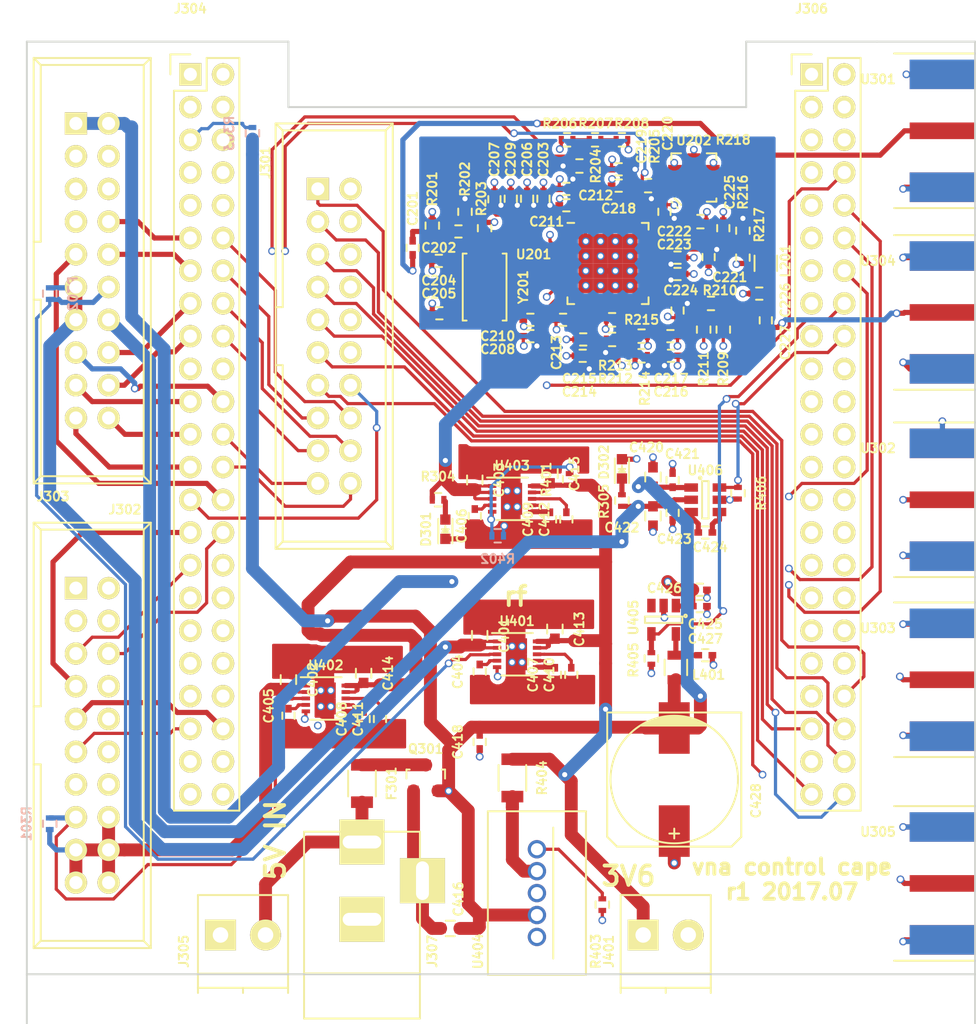
<source format=kicad_pcb>
(kicad_pcb (version 4) (host pcbnew 4.0.6)
  (layers (0 F.Cu signal) (1 In1.Cu signal) (2 In2.Cu signal) (31 B.Cu signal) (34 B.Paste user) (35 F.Paste user) (36 B.SilkS user) (37 F.SilkS user) (38 B.Mask user) (39 F.Mask user) (44 Edge.Cuts user))
  (net 0 "")
  (net 1 "Net-(C201-Pad1)")
  (net 2 /clock_gen/PLL_REF_IN)
  (net 3 "Net-(C202-Pad1)")
  (net 4 +3V3)
  (net 5 GND)
  (net 6 "Net-(C204-Pad1)")
  (net 7 "Net-(C205-Pad1)")
  (net 8 "Net-(C213-Pad1)")
  (net 9 /clock_gen/OUT1N)
  (net 10 "Net-(C226-Pad1)")
  (net 11 /clock_gen/IF_REF)
  (net 12 /connecors/3V3_RF)
  (net 13 /connecors/3V3_DEMOD)
  (net 14 "Net-(C404-Pad2)")
  (net 15 "Net-(C405-Pad2)")
  (net 16 "Net-(C406-Pad2)")
  (net 17 "Net-(C407-Pad2)")
  (net 18 "Net-(C408-Pad2)")
  (net 19 "Net-(C409-Pad2)")
  (net 20 "Net-(C410-Pad2)")
  (net 21 "Net-(C411-Pad2)")
  (net 22 "Net-(C412-Pad2)")
  (net 23 VPP)
  (net 24 +5V)
  (net 25 -5V)
  (net 26 "Net-(C424-Pad1)")
  (net 27 "Net-(C424-Pad2)")
  (net 28 /connecors/AMP_5V)
  (net 29 "Net-(D301-Pad2)")
  (net 30 "Net-(D302-Pad1)")
  (net 31 "Net-(F301-Pad1)")
  (net 32 "Net-(F301-Pad2)")
  (net 33 /connecors/AD_DOUTA_D)
  (net 34 /connecors/AD_DOUTA_C)
  (net 35 /connecors/AD_DOUTA_B)
  (net 36 /connecors/AD_DOUTA_A)
  (net 37 /connecors/AD_SYNCB)
  (net 38 /connecors/AD_CLKOUT)
  (net 39 /connecors/AD_FS)
  (net 40 /connecors/AD_DOUTB)
  (net 41 /connecors/AD_PC)
  (net 42 /connecors/AD_PD)
  (net 43 /connecors/AD_PE_C)
  (net 44 /connecors/AD_PE_A)
  (net 45 /connecors/AD_PE_D)
  (net 46 /connecors/AD_PE_B)
  (net 47 /connecors/MIX_X2)
  (net 48 /connecors/MIX_EN)
  (net 49 /connecors/IF_REF_EN)
  (net 50 /connecors/ADC_CLK_EN)
  (net 51 /connecors/DEMOD_LMX_SCK)
  (net 52 /connecors/DEMOD_LMX_MUXOUT)
  (net 53 /connecors/DEMOD_LMX_SDI)
  (net 54 /connecors/DEMOD_LMX_CS)
  (net 55 /connecors/DEMOD_LMX_CE)
  (net 56 /connecors/3V3_DEMOD_SENSE)
  (net 57 /connecors/RF_LMX_MUXOUT)
  (net 58 /connecors/RF_LMX_CS)
  (net 59 /connecors/RF_LMX_CE)
  (net 60 /connecors/3V3_RF_SENSE)
  (net 61 /connecors/RF_DAC_SCK)
  (net 62 /connecors/RF_PORT_SEL)
  (net 63 /connecors/RF_DAC_SDI)
  (net 64 /connecors/RF_DAC_CS)
  (net 65 /connecors/RF_SW_1)
  (net 66 /connecors/RF_SW_2)
  (net 67 "Net-(J304-Pad5)")
  (net 68 /SCL)
  (net 69 /SDA)
  (net 70 /PLL_REF_SEL)
  (net 71 /3V3_PLL_EN)
  (net 72 /3V3_RF_EN)
  (net 73 /3V3_DEMOD_EN)
  (net 74 /RF_AMP_EN)
  (net 75 /-5V_EN)
  (net 76 /clock_gen/OUT0P)
  (net 77 /clock_gen/OUT0N)
  (net 78 /clock_gen/OUT3P)
  (net 79 /clock_gen/OUT3N)
  (net 80 /clock_gen/SYNTH_REF_B)
  (net 81 /clock_gen/SYNTH_REF_A)
  (net 82 /clock_gen/OUT1P)
  (net 83 "Net-(R403-Pad1)")
  (net 84 "Net-(R404-Pad2)")
  (net 85 /clock_gen/ADC_CLK)
  (net 86 "Net-(C427-Pad1)")
  (module vna_footprints:OKRT3_C72 (layer F.Cu) (at 62.484 132.1308 90)
    (fp_text reference U404 (at -4.5212 -4.572 90) (layer F.SilkS) (effects (font (size 0.7 0.7))))
    (fp_text value OKR-T/3-W12-C)
    (pad 3 thru_hole circle (at 0 0 90) (size 1.4224 1.4224) (drill 0.9398) (layers *.Cu *.Mask) (net 5 GND))
    (pad 2 thru_hole circle (at -1.7018 0 90) (size 1.4224 1.4224) (drill 0.9398) (layers *.Cu *.Mask) (net 24 +5V))
    (pad 1 thru_hole circle (at -3.4036 0 90) (size 1.4224 1.4224) (drill 0.9398) (layers *.Cu *.Mask))
    (pad 4 thru_hole circle (at 1.7018 0 90) (size 1.4224 1.4224) (drill 0.9398) (layers *.Cu *.Mask) (net 84 "Net-(R404-Pad2)"))
    (pad 5 thru_hole circle (at 3.4036 0 90) (size 1.4224 1.4224) (drill 0.9398) (layers *.Cu *.Mask) (net 83 "Net-(R403-Pad1)"))
  )
  (module Terminal_Blocks:TerminalBlock_Pheonix_PT-3.5mm_2pol (layer F.Cu) (at 70.739 135.382)
    (fp_text reference J401 (at -2.667 1.27 90) (layer F.SilkS) (effects (font (size 0.7 0.7))))
    (fp_text value CONN_01X02)
    (pad 2 thru_hole circle (at 3.5 0) (size 2.4 2.4) (drill 1.2) (layers *.Cu *.Mask F.SilkS) (net 5 GND))
    (pad 1 thru_hole rect (at 0 0) (size 2.4 2.4) (drill 1.2) (layers *.Cu *.Mask F.SilkS) (net 23 VPP))
  )
  (module Capacitors_SMD:C_0402 (layer F.Cu) (at 58.039 114.935 90)
    (fp_text reference C404 (at 0 -1.7 90) (layer F.SilkS) (effects (font (size 0.7 0.7))))
    (fp_text value "1 uF")
    (pad 1 smd rect (at -0.55 0 90) (size 0.6 0.5) (layers F.Cu F.Paste F.Mask) (net 5 GND))
    (pad 2 smd rect (at 0.55 0 90) (size 0.6 0.5) (layers F.Cu F.Paste F.Mask) (net 14 "Net-(C404-Pad2)"))
  )
  (module Capacitors_SMD:C_0603 (layer F.Cu) (at 58.039 112.129 270)
    (fp_text reference C401 (at 0 -1.9 270) (layer F.SilkS) (effects (font (size 0.7 0.7))))
    (fp_text value "10 uF")
    (pad 1 smd rect (at -0.75 0 270) (size 0.8 0.75) (layers F.Cu F.Paste F.Mask) (net 5 GND))
    (pad 2 smd rect (at 0.75 0 270) (size 0.8 0.75) (layers F.Cu F.Paste F.Mask) (net 12 /connecors/3V3_RF))
  )
  (module Capacitors_SMD:C_0603 (layer F.Cu) (at 63.881 111.633 270)
    (fp_text reference C413 (at 0 -1.9 270) (layer F.SilkS) (effects (font (size 0.7 0.7))))
    (fp_text value "10 uF")
    (pad 1 smd rect (at -0.75 0 270) (size 0.8 0.75) (layers F.Cu F.Paste F.Mask) (net 5 GND))
    (pad 2 smd rect (at 0.75 0 270) (size 0.8 0.75) (layers F.Cu F.Paste F.Mask) (net 23 VPP))
  )
  (module Capacitors_SMD:C_0402 (layer F.Cu) (at 65.151 115.189 90)
    (fp_text reference C410 (at 0 -1.7 90) (layer F.SilkS) (effects (font (size 0.7 0.7))))
    (fp_text value "1 uF")
    (pad 1 smd rect (at -0.55 0 90) (size 0.6 0.5) (layers F.Cu F.Paste F.Mask) (net 5 GND))
    (pad 2 smd rect (at 0.55 0 90) (size 0.6 0.5) (layers F.Cu F.Paste F.Mask) (net 20 "Net-(C410-Pad2)"))
  )
  (module Capacitors_SMD:C_0402 (layer F.Cu) (at 63.881 115.189 90)
    (fp_text reference C407 (at 0 -1.7 90) (layer F.SilkS) (effects (font (size 0.7 0.7))))
    (fp_text value "1 uF")
    (pad 1 smd rect (at -0.55 0 90) (size 0.6 0.5) (layers F.Cu F.Paste F.Mask) (net 5 GND))
    (pad 2 smd rect (at 0.55 0 90) (size 0.6 0.5) (layers F.Cu F.Paste F.Mask) (net 17 "Net-(C407-Pad2)"))
  )
  (module Housings_DFN_QFN:DFN-10-1EP_3x3mm_Pitch0.5mm (layer F.Cu) (at 60.9405 113.593032)
    (fp_text reference U401 (at 0 -2.575) (layer F.SilkS) (effects (font (size 0.7 0.7))))
    (fp_text value ADP7158)
    (pad 1 smd rect (at -1.55 -1) (size 0.65 0.3) (layers F.Cu F.Paste F.Mask) (net 12 /connecors/3V3_RF))
    (pad 2 smd rect (at -1.55 -0.5) (size 0.65 0.3) (layers F.Cu F.Paste F.Mask) (net 12 /connecors/3V3_RF))
    (pad 3 smd rect (at -1.55 0) (size 0.65 0.3) (layers F.Cu F.Paste F.Mask) (net 60 /connecors/3V3_RF_SENSE))
    (pad 4 smd rect (at -1.55 0.5) (size 0.65 0.3) (layers F.Cu F.Paste F.Mask) (net 14 "Net-(C404-Pad2)"))
    (pad 5 smd rect (at -1.55 1) (size 0.65 0.3) (layers F.Cu F.Paste F.Mask) (net 72 /3V3_RF_EN))
    (pad 6 smd rect (at 1.55 1) (size 0.65 0.3) (layers F.Cu F.Paste F.Mask) (net 17 "Net-(C407-Pad2)"))
    (pad 7 smd rect (at 1.55 0.5) (size 0.65 0.3) (layers F.Cu F.Paste F.Mask) (net 17 "Net-(C407-Pad2)"))
    (pad 8 smd rect (at 1.55 0) (size 0.65 0.3) (layers F.Cu F.Paste F.Mask) (net 20 "Net-(C410-Pad2)"))
    (pad 9 smd rect (at 1.55 -0.5) (size 0.65 0.3) (layers F.Cu F.Paste F.Mask) (net 23 VPP))
    (pad 10 smd rect (at 1.55 -1) (size 0.65 0.3) (layers F.Cu F.Paste F.Mask) (net 23 VPP))
    (pad 11 smd rect (at 0.3875 0.62) (size 0.775 1.24) (layers F.Cu F.Paste F.Mask) (net 5 GND))
    (pad 11 smd rect (at 0.3875 -0.62) (size 0.775 1.24) (layers F.Cu F.Paste F.Mask) (net 5 GND))
    (pad 11 smd rect (at -0.3875 0.62) (size 0.775 1.24) (layers F.Cu F.Paste F.Mask) (net 5 GND))
    (pad 11 smd rect (at -0.3875 -0.62) (size 0.775 1.24) (layers F.Cu F.Paste F.Mask) (net 5 GND))
  )
  (module Capacitors_SMD:C_0402 (layer F.Cu) (at 43.18 118.364 90)
    (fp_text reference C405 (at 0.762 -1.524 90) (layer F.SilkS) (effects (font (size 0.7 0.7))))
    (fp_text value "1 uF")
    (pad 1 smd rect (at -0.55 0 90) (size 0.6 0.5) (layers F.Cu F.Paste F.Mask) (net 5 GND))
    (pad 2 smd rect (at 0.55 0 90) (size 0.6 0.5) (layers F.Cu F.Paste F.Mask) (net 15 "Net-(C405-Pad2)"))
  )
  (module Capacitors_SMD:C_0603 (layer F.Cu) (at 43.18 115.558 270)
    (fp_text reference C402 (at 0 -1.9 270) (layer F.SilkS) (effects (font (size 0.7 0.7))))
    (fp_text value "10 uF")
    (pad 1 smd rect (at -0.75 0 270) (size 0.8 0.75) (layers F.Cu F.Paste F.Mask) (net 5 GND))
    (pad 2 smd rect (at 0.75 0 270) (size 0.8 0.75) (layers F.Cu F.Paste F.Mask) (net 13 /connecors/3V3_DEMOD))
  )
  (module Capacitors_SMD:C_0603 (layer F.Cu) (at 49.022 115.062 270)
    (fp_text reference C414 (at 0 -1.9 270) (layer F.SilkS) (effects (font (size 0.7 0.7))))
    (fp_text value "10 uF")
    (pad 1 smd rect (at -0.75 0 270) (size 0.8 0.75) (layers F.Cu F.Paste F.Mask) (net 5 GND))
    (pad 2 smd rect (at 0.75 0 270) (size 0.8 0.75) (layers F.Cu F.Paste F.Mask) (net 23 VPP))
  )
  (module Capacitors_SMD:C_0402 (layer F.Cu) (at 50.292 118.618 90)
    (fp_text reference C411 (at 0 -1.7 90) (layer F.SilkS) (effects (font (size 0.7 0.7))))
    (fp_text value "1 uF")
    (pad 1 smd rect (at -0.55 0 90) (size 0.6 0.5) (layers F.Cu F.Paste F.Mask) (net 5 GND))
    (pad 2 smd rect (at 0.55 0 90) (size 0.6 0.5) (layers F.Cu F.Paste F.Mask) (net 21 "Net-(C411-Pad2)"))
  )
  (module Capacitors_SMD:C_0402 (layer F.Cu) (at 49.022 118.618 90)
    (fp_text reference C408 (at 0 -1.7 90) (layer F.SilkS) (effects (font (size 0.7 0.7))))
    (fp_text value "1 uF")
    (pad 1 smd rect (at -0.55 0 90) (size 0.6 0.5) (layers F.Cu F.Paste F.Mask) (net 5 GND))
    (pad 2 smd rect (at 0.55 0 90) (size 0.6 0.5) (layers F.Cu F.Paste F.Mask) (net 18 "Net-(C408-Pad2)"))
  )
  (module Housings_DFN_QFN:DFN-10-1EP_3x3mm_Pitch0.5mm (layer F.Cu) (at 46.0815 117.022032)
    (fp_text reference U402 (at 0 -2.575) (layer F.SilkS) (effects (font (size 0.7 0.7))))
    (fp_text value ADP7158)
    (pad 1 smd rect (at -1.55 -1) (size 0.65 0.3) (layers F.Cu F.Paste F.Mask) (net 13 /connecors/3V3_DEMOD))
    (pad 2 smd rect (at -1.55 -0.5) (size 0.65 0.3) (layers F.Cu F.Paste F.Mask) (net 13 /connecors/3V3_DEMOD))
    (pad 3 smd rect (at -1.55 0) (size 0.65 0.3) (layers F.Cu F.Paste F.Mask) (net 56 /connecors/3V3_DEMOD_SENSE))
    (pad 4 smd rect (at -1.55 0.5) (size 0.65 0.3) (layers F.Cu F.Paste F.Mask) (net 15 "Net-(C405-Pad2)"))
    (pad 5 smd rect (at -1.55 1) (size 0.65 0.3) (layers F.Cu F.Paste F.Mask) (net 73 /3V3_DEMOD_EN))
    (pad 6 smd rect (at 1.55 1) (size 0.65 0.3) (layers F.Cu F.Paste F.Mask) (net 18 "Net-(C408-Pad2)"))
    (pad 7 smd rect (at 1.55 0.5) (size 0.65 0.3) (layers F.Cu F.Paste F.Mask) (net 18 "Net-(C408-Pad2)"))
    (pad 8 smd rect (at 1.55 0) (size 0.65 0.3) (layers F.Cu F.Paste F.Mask) (net 21 "Net-(C411-Pad2)"))
    (pad 9 smd rect (at 1.55 -0.5) (size 0.65 0.3) (layers F.Cu F.Paste F.Mask) (net 23 VPP))
    (pad 10 smd rect (at 1.55 -1) (size 0.65 0.3) (layers F.Cu F.Paste F.Mask) (net 23 VPP))
    (pad 11 smd rect (at 0.3875 0.62) (size 0.775 1.24) (layers F.Cu F.Paste F.Mask) (net 5 GND))
    (pad 11 smd rect (at 0.3875 -0.62) (size 0.775 1.24) (layers F.Cu F.Paste F.Mask) (net 5 GND))
    (pad 11 smd rect (at -0.3875 0.62) (size 0.775 1.24) (layers F.Cu F.Paste F.Mask) (net 5 GND))
    (pad 11 smd rect (at -0.3875 -0.62) (size 0.775 1.24) (layers F.Cu F.Paste F.Mask) (net 5 GND))
  )
  (module Capacitors_SMD:C_0402 (layer F.Cu) (at 52.832 82.042 270)
    (fp_text reference C201 (at -3.048 0 270) (layer F.SilkS) (effects (font (size 0.7 0.7))))
    (fp_text value "100 nF")
    (pad 1 smd rect (at -0.55 0 270) (size 0.6 0.5) (layers F.Cu F.Paste F.Mask) (net 1 "Net-(C201-Pad1)"))
    (pad 2 smd rect (at 0.55 0 270) (size 0.6 0.5) (layers F.Cu F.Paste F.Mask) (net 2 /clock_gen/PLL_REF_IN))
  )
  (module Capacitors_SMD:C_0402 (layer F.Cu) (at 56.388 80.772 180)
    (fp_text reference C202 (at 1.524 -1.27 180) (layer F.SilkS) (effects (font (size 0.7 0.7))))
    (fp_text value "22 pF")
    (pad 1 smd rect (at -0.55 0 180) (size 0.6 0.5) (layers F.Cu F.Paste F.Mask) (net 3 "Net-(C202-Pad1)"))
    (pad 2 smd rect (at 0.55 0 180) (size 0.6 0.5) (layers F.Cu F.Paste F.Mask) (net 1 "Net-(C201-Pad1)"))
  )
  (module Capacitors_SMD:C_0402 (layer F.Cu) (at 62.992 78.232 90)
    (fp_text reference C203 (at 3.048 0 90) (layer F.SilkS) (effects (font (size 0.7 0.7))))
    (fp_text value "100 nF")
    (pad 1 smd rect (at -0.55 0 90) (size 0.6 0.5) (layers F.Cu F.Paste F.Mask) (net 4 +3V3))
    (pad 2 smd rect (at 0.55 0 90) (size 0.6 0.5) (layers F.Cu F.Paste F.Mask) (net 5 GND))
  )
  (module Capacitors_SMD:C_0402 (layer F.Cu) (at 54.864 83.058 180)
    (fp_text reference C204 (at 0 -1.524 180) (layer F.SilkS) (effects (font (size 0.7 0.7))))
    (fp_text value "22 pF")
    (pad 1 smd rect (at -0.55 0 180) (size 0.6 0.5) (layers F.Cu F.Paste F.Mask) (net 6 "Net-(C204-Pad1)"))
    (pad 2 smd rect (at 0.55 0 180) (size 0.6 0.5) (layers F.Cu F.Paste F.Mask) (net 5 GND))
  )
  (module Capacitors_SMD:C_0402 (layer F.Cu) (at 54.906 87.122 180)
    (fp_text reference C205 (at 0.042 1.524 180) (layer F.SilkS) (effects (font (size 0.7 0.7))))
    (fp_text value "22 pF")
    (pad 1 smd rect (at -0.55 0 180) (size 0.6 0.5) (layers F.Cu F.Paste F.Mask) (net 7 "Net-(C205-Pad1)"))
    (pad 2 smd rect (at 0.55 0 180) (size 0.6 0.5) (layers F.Cu F.Paste F.Mask) (net 5 GND))
  )
  (module Capacitors_SMD:C_0402 (layer F.Cu) (at 61.722 78.232 90)
    (fp_text reference C206 (at 3.048 0 90) (layer F.SilkS) (effects (font (size 0.7 0.7))))
    (fp_text value "100 nF")
    (pad 1 smd rect (at -0.55 0 90) (size 0.6 0.5) (layers F.Cu F.Paste F.Mask) (net 4 +3V3))
    (pad 2 smd rect (at 0.55 0 90) (size 0.6 0.5) (layers F.Cu F.Paste F.Mask) (net 5 GND))
  )
  (module Capacitors_SMD:C_0402 (layer F.Cu) (at 59.182 78.274 90)
    (fp_text reference C207 (at 3.09 0 90) (layer F.SilkS) (effects (font (size 0.7 0.7))))
    (fp_text value "100 nF")
    (pad 1 smd rect (at -0.55 0 90) (size 0.6 0.5) (layers F.Cu F.Paste F.Mask) (net 4 +3V3))
    (pad 2 smd rect (at 0.55 0 90) (size 0.6 0.5) (layers F.Cu F.Paste F.Mask) (net 5 GND))
  )
  (module Capacitors_SMD:C_0402 (layer F.Cu) (at 61.976 88.9 180)
    (fp_text reference C208 (at 2.54 -1.016 360) (layer F.SilkS) (effects (font (size 0.7 0.7))))
    (fp_text value "100 nF")
    (pad 1 smd rect (at -0.55 0 180) (size 0.6 0.5) (layers F.Cu F.Paste F.Mask) (net 4 +3V3))
    (pad 2 smd rect (at 0.55 0 180) (size 0.6 0.5) (layers F.Cu F.Paste F.Mask) (net 5 GND))
  )
  (module Capacitors_SMD:C_0402 (layer F.Cu) (at 60.452 78.232 90)
    (fp_text reference C209 (at 3.048 0 90) (layer F.SilkS) (effects (font (size 0.7 0.7))))
    (fp_text value "100 nF")
    (pad 1 smd rect (at -0.55 0 90) (size 0.6 0.5) (layers F.Cu F.Paste F.Mask) (net 4 +3V3))
    (pad 2 smd rect (at 0.55 0 90) (size 0.6 0.5) (layers F.Cu F.Paste F.Mask) (net 5 GND))
  )
  (module Capacitors_SMD:C_0402 (layer F.Cu) (at 61.976 87.63 180)
    (fp_text reference C210 (at 2.54 -1.27 180) (layer F.SilkS) (effects (font (size 0.7 0.7))))
    (fp_text value "10 nF")
    (pad 1 smd rect (at -0.55 0 180) (size 0.6 0.5) (layers F.Cu F.Paste F.Mask) (net 4 +3V3))
    (pad 2 smd rect (at 0.55 0 180) (size 0.6 0.5) (layers F.Cu F.Paste F.Mask) (net 5 GND))
  )
  (module Capacitors_SMD:C_0402 (layer F.Cu) (at 64.77 78.74 180)
    (fp_text reference C211 (at 1.524 -1.27 180) (layer F.SilkS) (effects (font (size 0.7 0.7))))
    (fp_text value "10 nF")
    (pad 1 smd rect (at -0.55 0 180) (size 0.6 0.5) (layers F.Cu F.Paste F.Mask) (net 4 +3V3))
    (pad 2 smd rect (at 0.55 0 180) (size 0.6 0.5) (layers F.Cu F.Paste F.Mask) (net 5 GND))
  )
  (module Capacitors_SMD:C_0402 (layer F.Cu) (at 64.77 77.47 180)
    (fp_text reference C212 (at -2.286 -0.508 180) (layer F.SilkS) (effects (font (size 0.7 0.7))))
    (fp_text value "100 nF")
    (pad 1 smd rect (at -0.55 0 180) (size 0.6 0.5) (layers F.Cu F.Paste F.Mask) (net 4 +3V3))
    (pad 2 smd rect (at 0.55 0 180) (size 0.6 0.5) (layers F.Cu F.Paste F.Mask) (net 5 GND))
  )
  (module Capacitors_SMD:C_0402 (layer F.Cu) (at 64.516 87.63 180)
    (fp_text reference C213 (at 0.508 -2.54 270) (layer F.SilkS) (effects (font (size 0.7 0.7))))
    (fp_text value "220 nF")
    (pad 1 smd rect (at -0.55 0 180) (size 0.6 0.5) (layers F.Cu F.Paste F.Mask) (net 8 "Net-(C213-Pad1)"))
    (pad 2 smd rect (at 0.55 0 180) (size 0.6 0.5) (layers F.Cu F.Paste F.Mask) (net 5 GND))
  )
  (module Capacitors_SMD:C_0402 (layer F.Cu) (at 66.04 90.424 180)
    (fp_text reference C214 (at 0.254 -2.794 180) (layer F.SilkS) (effects (font (size 0.7 0.7))))
    (fp_text value "100 nF")
    (pad 1 smd rect (at -0.55 0 180) (size 0.6 0.5) (layers F.Cu F.Paste F.Mask) (net 4 +3V3))
    (pad 2 smd rect (at 0.55 0 180) (size 0.6 0.5) (layers F.Cu F.Paste F.Mask) (net 5 GND))
  )
  (module Capacitors_SMD:C_0402 (layer F.Cu) (at 66.082 89.154 180)
    (fp_text reference C215 (at 0.296 -3.048 180) (layer F.SilkS) (effects (font (size 0.7 0.7))))
    (fp_text value "10 nF")
    (pad 1 smd rect (at -0.55 0 180) (size 0.6 0.5) (layers F.Cu F.Paste F.Mask) (net 4 +3V3))
    (pad 2 smd rect (at 0.55 0 180) (size 0.6 0.5) (layers F.Cu F.Paste F.Mask) (net 5 GND))
  )
  (module Capacitors_SMD:C_0402 (layer F.Cu) (at 72.898 90.424)
    (fp_text reference C216 (at 0 2.794) (layer F.SilkS) (effects (font (size 0.7 0.7))))
    (fp_text value "100 nF")
    (pad 1 smd rect (at -0.55 0) (size 0.6 0.5) (layers F.Cu F.Paste F.Mask) (net 4 +3V3))
    (pad 2 smd rect (at 0.55 0) (size 0.6 0.5) (layers F.Cu F.Paste F.Mask) (net 5 GND))
  )
  (module Capacitors_SMD:C_0402 (layer F.Cu) (at 72.856 88.9)
    (fp_text reference C217 (at 0.042 3.302) (layer F.SilkS) (effects (font (size 0.7 0.7))))
    (fp_text value "10 nF")
    (pad 1 smd rect (at -0.55 0) (size 0.6 0.5) (layers F.Cu F.Paste F.Mask) (net 4 +3V3))
    (pad 2 smd rect (at 0.55 0) (size 0.6 0.5) (layers F.Cu F.Paste F.Mask) (net 5 GND))
  )
  (module Capacitors_SMD:C_0402 (layer F.Cu) (at 68.834 77.216 180)
    (fp_text reference C218 (at 0 -1.778 180) (layer F.SilkS) (effects (font (size 0.7 0.7))))
    (fp_text value "10 nF")
    (pad 1 smd rect (at -0.55 0 180) (size 0.6 0.5) (layers F.Cu F.Paste F.Mask) (net 4 +3V3))
    (pad 2 smd rect (at 0.55 0 180) (size 0.6 0.5) (layers F.Cu F.Paste F.Mask) (net 5 GND))
  )
  (module Capacitors_SMD:C_0402 (layer F.Cu) (at 68.834 75.946 180)
    (fp_text reference C219 (at -1.778 1.778 270) (layer F.SilkS) (effects (font (size 0.7 0.7))))
    (fp_text value "100 nF")
    (pad 1 smd rect (at -0.55 0 180) (size 0.6 0.5) (layers F.Cu F.Paste F.Mask) (net 4 +3V3))
    (pad 2 smd rect (at 0.55 0 180) (size 0.6 0.5) (layers F.Cu F.Paste F.Mask) (net 5 GND))
  )
  (module Capacitors_SMD:C_0402 (layer F.Cu) (at 72.39 79.248 90)
    (fp_text reference C220 (at 6.096 0.254 90) (layer F.SilkS) (effects (font (size 0.7 0.7))))
    (fp_text value "100 nF")
    (pad 1 smd rect (at -0.55 0 90) (size 0.6 0.5) (layers F.Cu F.Paste F.Mask) (net 4 +3V3))
    (pad 2 smd rect (at 0.55 0 90) (size 0.6 0.5) (layers F.Cu F.Paste F.Mask) (net 5 GND))
  )
  (module Capacitors_SMD:C_0402 (layer F.Cu) (at 75.819 82.762 270)
    (fp_text reference C221 (at 1.566 -1.651 360) (layer F.SilkS) (effects (font (size 0.7 0.7))))
    (fp_text value "100 nF")
    (pad 1 smd rect (at -0.55 0 270) (size 0.6 0.5) (layers F.Cu F.Paste F.Mask) (net 4 +3V3))
    (pad 2 smd rect (at 0.55 0 270) (size 0.6 0.5) (layers F.Cu F.Paste F.Mask) (net 5 GND))
  )
  (module Capacitors_SMD:C_0402 (layer F.Cu) (at 73.406 82.804)
    (fp_text reference C222 (at -0.254 -2.032) (layer F.SilkS) (effects (font (size 0.7 0.7))))
    (fp_text value "100 nF")
    (pad 1 smd rect (at -0.55 0) (size 0.6 0.5) (layers F.Cu F.Paste F.Mask) (net 4 +3V3))
    (pad 2 smd rect (at 0.55 0) (size 0.6 0.5) (layers F.Cu F.Paste F.Mask) (net 5 GND))
  )
  (module Capacitors_SMD:C_0402 (layer F.Cu) (at 73.406 84.074)
    (fp_text reference C223 (at -0.254 -2.286) (layer F.SilkS) (effects (font (size 0.7 0.7))))
    (fp_text value "100 nF")
    (pad 1 smd rect (at -0.55 0) (size 0.6 0.5) (layers F.Cu F.Paste F.Mask) (net 4 +3V3))
    (pad 2 smd rect (at 0.55 0) (size 0.6 0.5) (layers F.Cu F.Paste F.Mask) (net 5 GND))
  )
  (module Capacitors_SMD:C_0402 (layer F.Cu) (at 73.406 86.91 270)
    (fp_text reference C224 (at -1.566 -0.254 360) (layer F.SilkS) (effects (font (size 0.7 0.7))))
    (fp_text value "100 nF")
    (pad 1 smd rect (at -0.55 0 270) (size 0.6 0.5) (layers F.Cu F.Paste F.Mask) (net 4 +3V3))
    (pad 2 smd rect (at 0.55 0 270) (size 0.6 0.5) (layers F.Cu F.Paste F.Mask) (net 5 GND))
  )
  (module Capacitors_SMD:C_0402 (layer F.Cu) (at 76.962 80.518 90)
    (fp_text reference C225 (at 2.794 0.508 90) (layer F.SilkS) (effects (font (size 0.7 0.7))))
    (fp_text value "100 nF")
    (pad 1 smd rect (at -0.55 0 90) (size 0.6 0.5) (layers F.Cu F.Paste F.Mask) (net 9 /clock_gen/OUT1N))
    (pad 2 smd rect (at 0.55 0 90) (size 0.6 0.5) (layers F.Cu F.Paste F.Mask) (net 5 GND))
  )
  (module Capacitors_SMD:C_0402 (layer F.Cu) (at 79.756 85.598 180)
    (fp_text reference C226 (at -2.032 -0.508 270) (layer F.SilkS) (effects (font (size 0.7 0.7))))
    (fp_text value "100 nF")
    (pad 1 smd rect (at -0.55 0 180) (size 0.6 0.5) (layers F.Cu F.Paste F.Mask) (net 10 "Net-(C226-Pad1)"))
    (pad 2 smd rect (at 0.55 0 180) (size 0.6 0.5) (layers F.Cu F.Paste F.Mask) (net 5 GND))
  )
  (module Capacitors_SMD:C_0402 (layer F.Cu) (at 80.264 87.672 90)
    (fp_text reference C227 (at -1.736 1.524 90) (layer F.SilkS) (effects (font (size 0.7 0.7))))
    (fp_text value "100 nF")
    (pad 1 smd rect (at -0.55 0 90) (size 0.6 0.5) (layers F.Cu F.Paste F.Mask) (net 11 /clock_gen/IF_REF))
    (pad 2 smd rect (at 0.55 0 90) (size 0.6 0.5) (layers F.Cu F.Paste F.Mask) (net 10 "Net-(C226-Pad1)"))
  )
  (module Capacitors_SMD:C_0603 (layer F.Cu) (at 57.658 100.064 270)
    (fp_text reference C403 (at 0 -1.9 270) (layer F.SilkS) (effects (font (size 0.7 0.7))))
    (fp_text value "10 uF")
    (pad 1 smd rect (at -0.75 0 270) (size 0.8 0.75) (layers F.Cu F.Paste F.Mask) (net 5 GND))
    (pad 2 smd rect (at 0.75 0 270) (size 0.8 0.75) (layers F.Cu F.Paste F.Mask) (net 4 +3V3))
  )
  (module Capacitors_SMD:C_0402 (layer F.Cu) (at 57.658 102.87 90)
    (fp_text reference C406 (at -0.762 -1.016 90) (layer F.SilkS) (effects (font (size 0.7 0.7))))
    (fp_text value "1 uF")
    (pad 1 smd rect (at -0.55 0 90) (size 0.6 0.5) (layers F.Cu F.Paste F.Mask) (net 5 GND))
    (pad 2 smd rect (at 0.55 0 90) (size 0.6 0.5) (layers F.Cu F.Paste F.Mask) (net 16 "Net-(C406-Pad2)"))
  )
  (module Capacitors_SMD:C_0402 (layer F.Cu) (at 63.5 103.124 90)
    (fp_text reference C409 (at 0 -1.7 90) (layer F.SilkS) (effects (font (size 0.7 0.7))))
    (fp_text value "1 uF")
    (pad 1 smd rect (at -0.55 0 90) (size 0.6 0.5) (layers F.Cu F.Paste F.Mask) (net 5 GND))
    (pad 2 smd rect (at 0.55 0 90) (size 0.6 0.5) (layers F.Cu F.Paste F.Mask) (net 19 "Net-(C409-Pad2)"))
  )
  (module Capacitors_SMD:C_0402 (layer F.Cu) (at 64.77 103.124 90)
    (fp_text reference C412 (at 0 -1.7 90) (layer F.SilkS) (effects (font (size 0.7 0.7))))
    (fp_text value "1 uF")
    (pad 1 smd rect (at -0.55 0 90) (size 0.6 0.5) (layers F.Cu F.Paste F.Mask) (net 5 GND))
    (pad 2 smd rect (at 0.55 0 90) (size 0.6 0.5) (layers F.Cu F.Paste F.Mask) (net 22 "Net-(C412-Pad2)"))
  )
  (module Capacitors_SMD:C_0603 (layer F.Cu) (at 63.5 99.568 270)
    (fp_text reference C415 (at 0 -1.9 270) (layer F.SilkS) (effects (font (size 0.7 0.7))))
    (fp_text value "10 uF")
    (pad 1 smd rect (at -0.75 0 270) (size 0.8 0.75) (layers F.Cu F.Paste F.Mask) (net 5 GND))
    (pad 2 smd rect (at 0.75 0 270) (size 0.8 0.75) (layers F.Cu F.Paste F.Mask) (net 23 VPP))
  )
  (module Capacitors_SMD:C_0603 (layer F.Cu) (at 55.753 134.874)
    (fp_text reference C416 (at 0.635 -2.286 90) (layer F.SilkS) (effects (font (size 0.7 0.7))))
    (fp_text value "10 uF")
    (pad 1 smd rect (at -0.75 0) (size 0.8 0.75) (layers F.Cu F.Paste F.Mask) (net 5 GND))
    (pad 2 smd rect (at 0.75 0) (size 0.8 0.75) (layers F.Cu F.Paste F.Mask) (net 24 +5V))
  )
  (module Capacitors_SMD:C_0402 (layer F.Cu) (at 58.039 120.396 90)
    (fp_text reference C418 (at 0 -1.7 90) (layer F.SilkS) (effects (font (size 0.7 0.7))))
    (fp_text value "100 nF")
    (pad 1 smd rect (at -0.55 0 90) (size 0.6 0.5) (layers F.Cu F.Paste F.Mask) (net 5 GND))
    (pad 2 smd rect (at 0.55 0 90) (size 0.6 0.5) (layers F.Cu F.Paste F.Mask) (net 24 +5V))
  )
  (module Capacitors_SMD:C_0603 (layer F.Cu) (at 71.501 99.834 270)
    (fp_text reference C420 (at -2.298 0.508 360) (layer F.SilkS) (effects (font (size 0.7 0.7))))
    (fp_text value "10 uF")
    (pad 1 smd rect (at -0.75 0 270) (size 0.8 0.75) (layers F.Cu F.Paste F.Mask) (net 5 GND))
    (pad 2 smd rect (at 0.75 0 270) (size 0.8 0.75) (layers F.Cu F.Paste F.Mask) (net 24 +5V))
  )
  (module Capacitors_SMD:C_0402 (layer F.Cu) (at 73.025 100.076 270)
    (fp_text reference C421 (at -2.032 -0.762 360) (layer F.SilkS) (effects (font (size 0.7 0.7))))
    (fp_text value "100 nF")
    (pad 1 smd rect (at -0.55 0 270) (size 0.6 0.5) (layers F.Cu F.Paste F.Mask) (net 5 GND))
    (pad 2 smd rect (at 0.55 0 270) (size 0.6 0.5) (layers F.Cu F.Paste F.Mask) (net 24 +5V))
  )
  (module Capacitors_SMD:C_0603 (layer F.Cu) (at 71.501 102.858 90)
    (fp_text reference C422 (at -0.901 -2.413 180) (layer F.SilkS) (effects (font (size 0.7 0.7))))
    (fp_text value "10 uF")
    (pad 1 smd rect (at -0.75 0 90) (size 0.8 0.75) (layers F.Cu F.Paste F.Mask) (net 5 GND))
    (pad 2 smd rect (at 0.75 0 90) (size 0.8 0.75) (layers F.Cu F.Paste F.Mask) (net 25 -5V))
  )
  (module Capacitors_SMD:C_0402 (layer F.Cu) (at 73.025 102.616 90)
    (fp_text reference C423 (at -2.032 0.127 180) (layer F.SilkS) (effects (font (size 0.7 0.7))))
    (fp_text value "100 nF")
    (pad 1 smd rect (at -0.55 0 90) (size 0.6 0.5) (layers F.Cu F.Paste F.Mask) (net 5 GND))
    (pad 2 smd rect (at 0.55 0 90) (size 0.6 0.5) (layers F.Cu F.Paste F.Mask) (net 25 -5V))
  )
  (module Capacitors_SMD:C_0402 (layer F.Cu) (at 75.565 104.14 180)
    (fp_text reference C424 (at -0.381 -1.143 180) (layer F.SilkS) (effects (font (size 0.7 0.7))))
    (fp_text value "1 uF")
    (pad 1 smd rect (at -0.55 0 180) (size 0.6 0.5) (layers F.Cu F.Paste F.Mask) (net 26 "Net-(C424-Pad1)"))
    (pad 2 smd rect (at 0.55 0 180) (size 0.6 0.5) (layers F.Cu F.Paste F.Mask) (net 27 "Net-(C424-Pad2)"))
  )
  (module Capacitors_SMD:C_0402 (layer F.Cu) (at 75.142 109.855)
    (fp_text reference C425 (at 0.423 1.397 180) (layer F.SilkS) (effects (font (size 0.7 0.7))))
    (fp_text value "100 nF")
    (pad 1 smd rect (at -0.55 0) (size 0.6 0.5) (layers F.Cu F.Paste F.Mask) (net 28 /connecors/AMP_5V))
    (pad 2 smd rect (at 0.55 0) (size 0.6 0.5) (layers F.Cu F.Paste F.Mask) (net 5 GND))
  )
  (module Capacitors_SMD:C_0402 (layer F.Cu) (at 75.142 108.585)
    (fp_text reference C426 (at -2.752 -0.127) (layer F.SilkS) (effects (font (size 0.7 0.7))))
    (fp_text value "100 pF")
    (pad 1 smd rect (at -0.55 0) (size 0.6 0.5) (layers F.Cu F.Paste F.Mask) (net 28 /connecors/AMP_5V))
    (pad 2 smd rect (at 0.55 0) (size 0.6 0.5) (layers F.Cu F.Paste F.Mask) (net 5 GND))
  )
  (module Capacitors_SMD:C_0402 (layer F.Cu) (at 75.565 113.665)
    (fp_text reference C427 (at 0 -1.27) (layer F.SilkS) (effects (font (size 0.7 0.7))))
    (fp_text value "100 nF")
    (pad 1 smd rect (at -0.55 0) (size 0.6 0.5) (layers F.Cu F.Paste F.Mask) (net 86 "Net-(C427-Pad1)"))
    (pad 2 smd rect (at 0.55 0) (size 0.6 0.5) (layers F.Cu F.Paste F.Mask) (net 5 GND))
  )
  (module LEDs:LED_0603 (layer F.Cu) (at 55.372 103.886 90)
    (fp_text reference D301 (at 0 -1.5 90) (layer F.SilkS) (effects (font (size 0.7 0.7))))
    (fp_text value LED)
    (pad 2 smd rect (at 0.7493 0 270) (size 0.79756 0.79756) (layers F.Cu F.Paste F.Mask) (net 29 "Net-(D301-Pad2)"))
    (pad 1 smd rect (at -0.7493 0 270) (size 0.79756 0.79756) (layers F.Cu F.Paste F.Mask) (net 5 GND))
  )
  (module LEDs:LED_0603 (layer F.Cu) (at 69.088 99.1997 90)
    (fp_text reference D302 (at 0.5207 -1.397 90) (layer F.SilkS) (effects (font (size 0.7 0.7))))
    (fp_text value LED)
    (pad 2 smd rect (at 0.7493 0 270) (size 0.79756 0.79756) (layers F.Cu F.Paste F.Mask) (net 5 GND))
    (pad 1 smd rect (at -0.7493 0 270) (size 0.79756 0.79756) (layers F.Cu F.Paste F.Mask) (net 30 "Net-(D302-Pad1)"))
  )
  (module Resistors_SMD:R_1206 (layer F.Cu) (at 48.895 123.624 270)
    (fp_text reference F301 (at 0 -2.3 270) (layer F.SilkS) (effects (font (size 0.7 0.7))))
    (fp_text value PTC/MF-NSMF200-2)
    (pad 1 smd rect (at -1.45 0 270) (size 0.9 1.7) (layers F.Cu F.Paste F.Mask) (net 31 "Net-(F301-Pad1)"))
    (pad 2 smd rect (at 1.45 0 270) (size 0.9 1.7) (layers F.Cu F.Paste F.Mask) (net 32 "Net-(F301-Pad2)"))
  )
  (module Pin_Headers:Pin_Header_Straight_2x23 (layer F.Cu) (at 35.56 68.58)
    (fp_text reference J304 (at 0 -5.1) (layer F.SilkS) (effects (font (size 0.7 0.7))))
    (fp_text value CONN_02X23)
    (pad 1 thru_hole rect (at 0 0) (size 1.7272 1.7272) (drill 1.016) (layers *.Cu *.Mask F.SilkS) (net 5 GND))
    (pad 2 thru_hole oval (at 2.54 0) (size 1.7272 1.7272) (drill 1.016) (layers *.Cu *.Mask F.SilkS) (net 5 GND))
    (pad 3 thru_hole oval (at 0 2.54) (size 1.7272 1.7272) (drill 1.016) (layers *.Cu *.Mask F.SilkS))
    (pad 4 thru_hole oval (at 2.54 2.54) (size 1.7272 1.7272) (drill 1.016) (layers *.Cu *.Mask F.SilkS))
    (pad 5 thru_hole oval (at 0 5.08) (size 1.7272 1.7272) (drill 1.016) (layers *.Cu *.Mask F.SilkS) (net 67 "Net-(J304-Pad5)"))
    (pad 6 thru_hole oval (at 2.54 5.08) (size 1.7272 1.7272) (drill 1.016) (layers *.Cu *.Mask F.SilkS))
    (pad 7 thru_hole oval (at 0 7.62) (size 1.7272 1.7272) (drill 1.016) (layers *.Cu *.Mask F.SilkS))
    (pad 8 thru_hole oval (at 2.54 7.62) (size 1.7272 1.7272) (drill 1.016) (layers *.Cu *.Mask F.SilkS))
    (pad 9 thru_hole oval (at 0 10.16) (size 1.7272 1.7272) (drill 1.016) (layers *.Cu *.Mask F.SilkS))
    (pad 10 thru_hole oval (at 2.54 10.16) (size 1.7272 1.7272) (drill 1.016) (layers *.Cu *.Mask F.SilkS))
    (pad 11 thru_hole oval (at 0 12.7) (size 1.7272 1.7272) (drill 1.016) (layers *.Cu *.Mask F.SilkS) (net 57 /connecors/RF_LMX_MUXOUT))
    (pad 12 thru_hole oval (at 2.54 12.7) (size 1.7272 1.7272) (drill 1.016) (layers *.Cu *.Mask F.SilkS) (net 42 /connecors/AD_PD))
    (pad 13 thru_hole oval (at 0 15.24) (size 1.7272 1.7272) (drill 1.016) (layers *.Cu *.Mask F.SilkS) (net 59 /connecors/RF_LMX_CE))
    (pad 14 thru_hole oval (at 2.54 15.24) (size 1.7272 1.7272) (drill 1.016) (layers *.Cu *.Mask F.SilkS) (net 41 /connecors/AD_PC))
    (pad 15 thru_hole oval (at 0 17.78) (size 1.7272 1.7272) (drill 1.016) (layers *.Cu *.Mask F.SilkS) (net 62 /connecors/RF_PORT_SEL))
    (pad 16 thru_hole oval (at 2.54 17.78) (size 1.7272 1.7272) (drill 1.016) (layers *.Cu *.Mask F.SilkS) (net 44 /connecors/AD_PE_A))
    (pad 17 thru_hole oval (at 0 20.32) (size 1.7272 1.7272) (drill 1.016) (layers *.Cu *.Mask F.SilkS) (net 64 /connecors/RF_DAC_CS))
    (pad 18 thru_hole oval (at 2.54 20.32) (size 1.7272 1.7272) (drill 1.016) (layers *.Cu *.Mask F.SilkS) (net 43 /connecors/AD_PE_C))
    (pad 19 thru_hole oval (at 0 22.86) (size 1.7272 1.7272) (drill 1.016) (layers *.Cu *.Mask F.SilkS) (net 68 /SCL))
    (pad 20 thru_hole oval (at 2.54 22.86) (size 1.7272 1.7272) (drill 1.016) (layers *.Cu *.Mask F.SilkS) (net 69 /SDA))
    (pad 21 thru_hole oval (at 0 25.4) (size 1.7272 1.7272) (drill 1.016) (layers *.Cu *.Mask F.SilkS) (net 63 /connecors/RF_DAC_SDI))
    (pad 22 thru_hole oval (at 2.54 25.4) (size 1.7272 1.7272) (drill 1.016) (layers *.Cu *.Mask F.SilkS) (net 61 /connecors/RF_DAC_SCK))
    (pad 23 thru_hole oval (at 0 27.94) (size 1.7272 1.7272) (drill 1.016) (layers *.Cu *.Mask F.SilkS) (net 66 /connecors/RF_SW_2))
    (pad 24 thru_hole oval (at 2.54 27.94) (size 1.7272 1.7272) (drill 1.016) (layers *.Cu *.Mask F.SilkS) (net 45 /connecors/AD_PE_D))
    (pad 25 thru_hole oval (at 0 30.48) (size 1.7272 1.7272) (drill 1.016) (layers *.Cu *.Mask F.SilkS) (net 65 /connecors/RF_SW_1))
    (pad 26 thru_hole oval (at 2.54 30.48) (size 1.7272 1.7272) (drill 1.016) (layers *.Cu *.Mask F.SilkS) (net 46 /connecors/AD_PE_B))
    (pad 27 thru_hole oval (at 0 33.02) (size 1.7272 1.7272) (drill 1.016) (layers *.Cu *.Mask F.SilkS) (net 40 /connecors/AD_DOUTB))
    (pad 28 thru_hole oval (at 2.54 33.02) (size 1.7272 1.7272) (drill 1.016) (layers *.Cu *.Mask F.SilkS) (net 58 /connecors/RF_LMX_CS))
    (pad 29 thru_hole oval (at 0 35.56) (size 1.7272 1.7272) (drill 1.016) (layers *.Cu *.Mask F.SilkS) (net 53 /connecors/DEMOD_LMX_SDI))
    (pad 30 thru_hole oval (at 2.54 35.56) (size 1.7272 1.7272) (drill 1.016) (layers *.Cu *.Mask F.SilkS) (net 52 /connecors/DEMOD_LMX_MUXOUT))
    (pad 31 thru_hole oval (at 0 38.1) (size 1.7272 1.7272) (drill 1.016) (layers *.Cu *.Mask F.SilkS) (net 51 /connecors/DEMOD_LMX_SCK))
    (pad 32 thru_hole oval (at 2.54 38.1) (size 1.7272 1.7272) (drill 1.016) (layers *.Cu *.Mask F.SilkS))
    (pad 33 thru_hole oval (at 0 40.64) (size 1.7272 1.7272) (drill 1.016) (layers *.Cu *.Mask F.SilkS))
    (pad 34 thru_hole oval (at 2.54 40.64) (size 1.7272 1.7272) (drill 1.016) (layers *.Cu *.Mask F.SilkS) (net 5 GND))
    (pad 35 thru_hole oval (at 0 43.18) (size 1.7272 1.7272) (drill 1.016) (layers *.Cu *.Mask F.SilkS))
    (pad 36 thru_hole oval (at 2.54 43.18) (size 1.7272 1.7272) (drill 1.016) (layers *.Cu *.Mask F.SilkS))
    (pad 37 thru_hole oval (at 0 45.72) (size 1.7272 1.7272) (drill 1.016) (layers *.Cu *.Mask F.SilkS))
    (pad 38 thru_hole oval (at 2.54 45.72) (size 1.7272 1.7272) (drill 1.016) (layers *.Cu *.Mask F.SilkS))
    (pad 39 thru_hole oval (at 0 48.26) (size 1.7272 1.7272) (drill 1.016) (layers *.Cu *.Mask F.SilkS))
    (pad 40 thru_hole oval (at 2.54 48.26) (size 1.7272 1.7272) (drill 1.016) (layers *.Cu *.Mask F.SilkS))
    (pad 41 thru_hole oval (at 0 50.8) (size 1.7272 1.7272) (drill 1.016) (layers *.Cu *.Mask F.SilkS) (net 55 /connecors/DEMOD_LMX_CE))
    (pad 42 thru_hole oval (at 2.54 50.8) (size 1.7272 1.7272) (drill 1.016) (layers *.Cu *.Mask F.SilkS) (net 54 /connecors/DEMOD_LMX_CS))
    (pad 43 thru_hole oval (at 0 53.34) (size 1.7272 1.7272) (drill 1.016) (layers *.Cu *.Mask F.SilkS) (net 5 GND))
    (pad 44 thru_hole oval (at 2.54 53.34) (size 1.7272 1.7272) (drill 1.016) (layers *.Cu *.Mask F.SilkS) (net 5 GND))
    (pad 45 thru_hole oval (at 0 55.88) (size 1.7272 1.7272) (drill 1.016) (layers *.Cu *.Mask F.SilkS) (net 5 GND))
    (pad 46 thru_hole oval (at 2.54 55.88) (size 1.7272 1.7272) (drill 1.016) (layers *.Cu *.Mask F.SilkS) (net 5 GND))
  )
  (module Terminal_Blocks:TerminalBlock_Pheonix_PT-3.5mm_2pol (layer F.Cu) (at 37.902 135.382)
    (fp_text reference J305 (at -2.85 1.27 90) (layer F.SilkS) (effects (font (size 0.7 0.7))))
    (fp_text value CONN_01X02)
    (pad 2 thru_hole circle (at 3.5 0) (size 2.4 2.4) (drill 1.2) (layers *.Cu *.Mask F.SilkS) (net 32 "Net-(F301-Pad2)"))
    (pad 1 thru_hole rect (at 0 0) (size 2.4 2.4) (drill 1.2) (layers *.Cu *.Mask F.SilkS) (net 5 GND))
  )
  (module Pin_Headers:Pin_Header_Straight_2x23 (layer F.Cu) (at 83.82 68.58)
    (fp_text reference J306 (at 0 -5.1) (layer F.SilkS) (effects (font (size 0.7 0.7))))
    (fp_text value CONN_02X23)
    (pad 1 thru_hole rect (at 0 0) (size 1.7272 1.7272) (drill 1.016) (layers *.Cu *.Mask F.SilkS) (net 5 GND))
    (pad 2 thru_hole oval (at 2.54 0) (size 1.7272 1.7272) (drill 1.016) (layers *.Cu *.Mask F.SilkS) (net 5 GND))
    (pad 3 thru_hole oval (at 0 2.54) (size 1.7272 1.7272) (drill 1.016) (layers *.Cu *.Mask F.SilkS))
    (pad 4 thru_hole oval (at 2.54 2.54) (size 1.7272 1.7272) (drill 1.016) (layers *.Cu *.Mask F.SilkS))
    (pad 5 thru_hole oval (at 0 5.08) (size 1.7272 1.7272) (drill 1.016) (layers *.Cu *.Mask F.SilkS))
    (pad 6 thru_hole oval (at 2.54 5.08) (size 1.7272 1.7272) (drill 1.016) (layers *.Cu *.Mask F.SilkS))
    (pad 7 thru_hole oval (at 0 7.62) (size 1.7272 1.7272) (drill 1.016) (layers *.Cu *.Mask F.SilkS))
    (pad 8 thru_hole oval (at 2.54 7.62) (size 1.7272 1.7272) (drill 1.016) (layers *.Cu *.Mask F.SilkS) (net 70 /PLL_REF_SEL))
    (pad 9 thru_hole oval (at 0 10.16) (size 1.7272 1.7272) (drill 1.016) (layers *.Cu *.Mask F.SilkS))
    (pad 10 thru_hole oval (at 2.54 10.16) (size 1.7272 1.7272) (drill 1.016) (layers *.Cu *.Mask F.SilkS) (net 72 /3V3_RF_EN))
    (pad 11 thru_hole oval (at 0 12.7) (size 1.7272 1.7272) (drill 1.016) (layers *.Cu *.Mask F.SilkS))
    (pad 12 thru_hole oval (at 2.54 12.7) (size 1.7272 1.7272) (drill 1.016) (layers *.Cu *.Mask F.SilkS) (net 73 /3V3_DEMOD_EN))
    (pad 13 thru_hole oval (at 0 15.24) (size 1.7272 1.7272) (drill 1.016) (layers *.Cu *.Mask F.SilkS))
    (pad 14 thru_hole oval (at 2.54 15.24) (size 1.7272 1.7272) (drill 1.016) (layers *.Cu *.Mask F.SilkS) (net 71 /3V3_PLL_EN))
    (pad 15 thru_hole oval (at 0 17.78) (size 1.7272 1.7272) (drill 1.016) (layers *.Cu *.Mask F.SilkS))
    (pad 16 thru_hole oval (at 2.54 17.78) (size 1.7272 1.7272) (drill 1.016) (layers *.Cu *.Mask F.SilkS) (net 74 /RF_AMP_EN))
    (pad 17 thru_hole oval (at 0 20.32) (size 1.7272 1.7272) (drill 1.016) (layers *.Cu *.Mask F.SilkS))
    (pad 18 thru_hole oval (at 2.54 20.32) (size 1.7272 1.7272) (drill 1.016) (layers *.Cu *.Mask F.SilkS) (net 75 /-5V_EN))
    (pad 19 thru_hole oval (at 0 22.86) (size 1.7272 1.7272) (drill 1.016) (layers *.Cu *.Mask F.SilkS))
    (pad 20 thru_hole oval (at 2.54 22.86) (size 1.7272 1.7272) (drill 1.016) (layers *.Cu *.Mask F.SilkS))
    (pad 21 thru_hole oval (at 0 25.4) (size 1.7272 1.7272) (drill 1.016) (layers *.Cu *.Mask F.SilkS))
    (pad 22 thru_hole oval (at 2.54 25.4) (size 1.7272 1.7272) (drill 1.016) (layers *.Cu *.Mask F.SilkS))
    (pad 23 thru_hole oval (at 0 27.94) (size 1.7272 1.7272) (drill 1.016) (layers *.Cu *.Mask F.SilkS))
    (pad 24 thru_hole oval (at 2.54 27.94) (size 1.7272 1.7272) (drill 1.016) (layers *.Cu *.Mask F.SilkS))
    (pad 25 thru_hole oval (at 0 30.48) (size 1.7272 1.7272) (drill 1.016) (layers *.Cu *.Mask F.SilkS))
    (pad 26 thru_hole oval (at 2.54 30.48) (size 1.7272 1.7272) (drill 1.016) (layers *.Cu *.Mask F.SilkS))
    (pad 27 thru_hole oval (at 0 33.02) (size 1.7272 1.7272) (drill 1.016) (layers *.Cu *.Mask F.SilkS) (net 47 /connecors/MIX_X2))
    (pad 28 thru_hole oval (at 2.54 33.02) (size 1.7272 1.7272) (drill 1.016) (layers *.Cu *.Mask F.SilkS) (net 48 /connecors/MIX_EN))
    (pad 29 thru_hole oval (at 0 35.56) (size 1.7272 1.7272) (drill 1.016) (layers *.Cu *.Mask F.SilkS) (net 49 /connecors/IF_REF_EN))
    (pad 30 thru_hole oval (at 2.54 35.56) (size 1.7272 1.7272) (drill 1.016) (layers *.Cu *.Mask F.SilkS) (net 50 /connecors/ADC_CLK_EN))
    (pad 31 thru_hole oval (at 0 38.1) (size 1.7272 1.7272) (drill 1.016) (layers *.Cu *.Mask F.SilkS))
    (pad 32 thru_hole oval (at 2.54 38.1) (size 1.7272 1.7272) (drill 1.016) (layers *.Cu *.Mask F.SilkS))
    (pad 33 thru_hole oval (at 0 40.64) (size 1.7272 1.7272) (drill 1.016) (layers *.Cu *.Mask F.SilkS))
    (pad 34 thru_hole oval (at 2.54 40.64) (size 1.7272 1.7272) (drill 1.016) (layers *.Cu *.Mask F.SilkS))
    (pad 35 thru_hole oval (at 0 43.18) (size 1.7272 1.7272) (drill 1.016) (layers *.Cu *.Mask F.SilkS))
    (pad 36 thru_hole oval (at 2.54 43.18) (size 1.7272 1.7272) (drill 1.016) (layers *.Cu *.Mask F.SilkS))
    (pad 37 thru_hole oval (at 0 45.72) (size 1.7272 1.7272) (drill 1.016) (layers *.Cu *.Mask F.SilkS))
    (pad 38 thru_hole oval (at 2.54 45.72) (size 1.7272 1.7272) (drill 1.016) (layers *.Cu *.Mask F.SilkS))
    (pad 39 thru_hole oval (at 0 48.26) (size 1.7272 1.7272) (drill 1.016) (layers *.Cu *.Mask F.SilkS))
    (pad 40 thru_hole oval (at 2.54 48.26) (size 1.7272 1.7272) (drill 1.016) (layers *.Cu *.Mask F.SilkS) (net 33 /connecors/AD_DOUTA_D))
    (pad 41 thru_hole oval (at 0 50.8) (size 1.7272 1.7272) (drill 1.016) (layers *.Cu *.Mask F.SilkS) (net 37 /connecors/AD_SYNCB))
    (pad 42 thru_hole oval (at 2.54 50.8) (size 1.7272 1.7272) (drill 1.016) (layers *.Cu *.Mask F.SilkS) (net 34 /connecors/AD_DOUTA_C))
    (pad 43 thru_hole oval (at 0 53.34) (size 1.7272 1.7272) (drill 1.016) (layers *.Cu *.Mask F.SilkS) (net 39 /connecors/AD_FS))
    (pad 44 thru_hole oval (at 2.54 53.34) (size 1.7272 1.7272) (drill 1.016) (layers *.Cu *.Mask F.SilkS) (net 35 /connecors/AD_DOUTA_B))
    (pad 45 thru_hole oval (at 0 55.88) (size 1.7272 1.7272) (drill 1.016) (layers *.Cu *.Mask F.SilkS) (net 38 /connecors/AD_CLKOUT))
    (pad 46 thru_hole oval (at 2.54 55.88) (size 1.7272 1.7272) (drill 1.016) (layers *.Cu *.Mask F.SilkS) (net 36 /connecors/AD_DOUTA_A))
  )
  (module Connect:BARREL_JACK (layer F.Cu) (at 48.895 134.366 90)
    (fp_text reference J307 (at -2.286 5.461 270) (layer F.SilkS) (effects (font (size 0.7 0.7))))
    (fp_text value BARREL_JACK)
    (pad 1 thru_hole rect (at 6.20014 0 90) (size 3.50012 3.50012) (drill oval 1.00076 2.99974) (layers *.Cu *.Mask F.SilkS) (net 32 "Net-(F301-Pad2)"))
    (pad 2 thru_hole rect (at 0.20066 0 90) (size 3.50012 3.50012) (drill oval 1.00076 2.99974) (layers *.Cu *.Mask F.SilkS) (net 5 GND))
    (pad 3 thru_hole rect (at 3.2004 4.699 90) (size 3.50012 3.50012) (drill oval 2.99974 1.00076) (layers *.Cu *.Mask F.SilkS) (net 5 GND))
  )
  (module Resistors_SMD:R_0805 (layer F.Cu) (at 80.264 83.246 270)
    (fp_text reference L201 (at -0.188 -1.524 270) (layer F.SilkS) (effects (font (size 0.7 0.7))))
    (fp_text value L_Small)
    (pad 1 smd rect (at -0.95 0 270) (size 0.7 1.3) (layers F.Cu F.Paste F.Mask) (net 9 /clock_gen/OUT1N))
    (pad 2 smd rect (at 0.95 0 270) (size 0.7 1.3) (layers F.Cu F.Paste F.Mask) (net 10 "Net-(C226-Pad1)"))
  )
  (module Resistors_SMD:R_0805 (layer F.Cu) (at 73.279 114.615 270)
    (fp_text reference L401 (at 0.574 -2.54 360) (layer F.SilkS) (effects (font (size 0.7 0.7))))
    (fp_text value L_Small)
    (pad 1 smd rect (at -0.95 0 270) (size 0.7 1.3) (layers F.Cu F.Paste F.Mask) (net 86 "Net-(C427-Pad1)"))
    (pad 2 smd rect (at 0.95 0 270) (size 0.7 1.3) (layers F.Cu F.Paste F.Mask) (net 24 +5V))
  )
  (module TO_SOT_Packages_SMD:SOT-23 (layer F.Cu) (at 53.848 123.19)
    (fp_text reference Q301 (at 0 -2.25) (layer F.SilkS) (effects (font (size 0.7 0.7))))
    (fp_text value DMG2305UX)
    (pad 1 smd rect (at -0.95 1.00076) (size 0.8001 0.8001) (layers F.Cu F.Paste F.Mask) (net 5 GND))
    (pad 2 smd rect (at 0.95 1.00076) (size 0.8001 0.8001) (layers F.Cu F.Paste F.Mask) (net 24 +5V))
    (pad 3 smd rect (at 0 -0.99822) (size 0.8001 0.8001) (layers F.Cu F.Paste F.Mask) (net 31 "Net-(F301-Pad1)"))
  )
  (module Resistors_SMD:R_0402 (layer F.Cu) (at 54.356 80.322 90)
    (fp_text reference R201 (at 2.852 0 90) (layer F.SilkS) (effects (font (size 0.7 0.7))))
    (fp_text value 51)
    (pad 1 smd rect (at -0.45 0 90) (size 0.4 0.6) (layers F.Cu F.Paste F.Mask) (net 1 "Net-(C201-Pad1)"))
    (pad 2 smd rect (at 0.45 0 90) (size 0.4 0.6) (layers F.Cu F.Paste F.Mask) (net 5 GND))
  )
  (module Resistors_SMD:R_0402 (layer F.Cu) (at 56.896 79.248 270)
    (fp_text reference R202 (at -2.54 0 270) (layer F.SilkS) (effects (font (size 0.7 0.7))))
    (fp_text value 10k)
    (pad 1 smd rect (at -0.45 0 270) (size 0.4 0.6) (layers F.Cu F.Paste F.Mask) (net 4 +3V3))
    (pad 2 smd rect (at 0.45 0 270) (size 0.4 0.6) (layers F.Cu F.Paste F.Mask) (net 3 "Net-(C202-Pad1)"))
  )
  (module Resistors_SMD:R_0402 (layer F.Cu) (at 58.42 80.518 90)
    (fp_text reference R203 (at 2.286 -0.254 90) (layer F.SilkS) (effects (font (size 0.7 0.7))))
    (fp_text value 10k)
    (pad 1 smd rect (at -0.45 0 90) (size 0.4 0.6) (layers F.Cu F.Paste F.Mask) (net 3 "Net-(C202-Pad1)"))
    (pad 2 smd rect (at 0.45 0 90) (size 0.4 0.6) (layers F.Cu F.Paste F.Mask) (net 5 GND))
  )
  (module Resistors_SMD:R_0402 (layer F.Cu) (at 65.786 75.692)
    (fp_text reference R204 (at 1.27 0 90) (layer F.SilkS) (effects (font (size 0.7 0.7))))
    (fp_text value 10k)
    (pad 1 smd rect (at -0.45 0) (size 0.4 0.6) (layers F.Cu F.Paste F.Mask) (net 4 +3V3))
    (pad 2 smd rect (at 0.45 0) (size 0.4 0.6) (layers F.Cu F.Paste F.Mask) (net 68 /SCL))
  )
  (module Resistors_SMD:R_0402 (layer F.Cu) (at 71.12 77.216 180)
    (fp_text reference R205 (at -0.508 3.048 270) (layer F.SilkS) (effects (font (size 0.7 0.7))))
    (fp_text value 10k)
    (pad 1 smd rect (at -0.45 0 180) (size 0.4 0.6) (layers F.Cu F.Paste F.Mask) (net 4 +3V3))
    (pad 2 smd rect (at 0.45 0 180) (size 0.4 0.6) (layers F.Cu F.Paste F.Mask) (net 69 /SDA))
  )
  (module Resistors_SMD:R_0402 (layer F.Cu) (at 64.828 73.66)
    (fp_text reference R206 (at -0.566 -1.27) (layer F.SilkS) (effects (font (size 0.7 0.7))))
    (fp_text value 10k)
    (pad 1 smd rect (at -0.45 0) (size 0.4 0.6) (layers F.Cu F.Paste F.Mask) (net 5 GND))
    (pad 2 smd rect (at 0.45 0) (size 0.4 0.6) (layers F.Cu F.Paste F.Mask) (net 76 /clock_gen/OUT0P))
  )
  (module Resistors_SMD:R_0402 (layer F.Cu) (at 66.998 73.66)
    (fp_text reference R207 (at 0.058 -1.27) (layer F.SilkS) (effects (font (size 0.7 0.7))))
    (fp_text value 10k)
    (pad 1 smd rect (at -0.45 0) (size 0.4 0.6) (layers F.Cu F.Paste F.Mask) (net 76 /clock_gen/OUT0P))
    (pad 2 smd rect (at 0.45 0) (size 0.4 0.6) (layers F.Cu F.Paste F.Mask) (net 77 /clock_gen/OUT0N))
  )
  (module Resistors_SMD:R_0402 (layer F.Cu) (at 69.088 73.66)
    (fp_text reference R208 (at 0.762 -1.27) (layer F.SilkS) (effects (font (size 0.7 0.7))))
    (fp_text value 10k)
    (pad 1 smd rect (at -0.45 0) (size 0.4 0.6) (layers F.Cu F.Paste F.Mask) (net 77 /clock_gen/OUT0N))
    (pad 2 smd rect (at 0.45 0) (size 0.4 0.6) (layers F.Cu F.Paste F.Mask) (net 5 GND))
  )
  (module Resistors_SMD:R_0402 (layer F.Cu) (at 76.962 88.392 90)
    (fp_text reference R209 (at -3.048 0 90) (layer F.SilkS) (effects (font (size 0.7 0.7))))
    (fp_text value 10k)
    (pad 1 smd rect (at -0.45 0 90) (size 0.4 0.6) (layers F.Cu F.Paste F.Mask) (net 5 GND))
    (pad 2 smd rect (at 0.45 0 90) (size 0.4 0.6) (layers F.Cu F.Paste F.Mask) (net 78 /clock_gen/OUT3P))
  )
  (module Resistors_SMD:R_0402 (layer F.Cu) (at 76.004 86.36 180)
    (fp_text reference R210 (at -0.704 1.016 180) (layer F.SilkS) (effects (font (size 0.7 0.7))))
    (fp_text value 10k)
    (pad 1 smd rect (at -0.45 0 180) (size 0.4 0.6) (layers F.Cu F.Paste F.Mask) (net 78 /clock_gen/OUT3P))
    (pad 2 smd rect (at 0.45 0 180) (size 0.4 0.6) (layers F.Cu F.Paste F.Mask) (net 79 /clock_gen/OUT3N))
  )
  (module Resistors_SMD:R_0402 (layer F.Cu) (at 75.438 88.392 270)
    (fp_text reference R211 (at 3.048 0 270) (layer F.SilkS) (effects (font (size 0.7 0.7))))
    (fp_text value 10k)
    (pad 1 smd rect (at -0.45 0 270) (size 0.4 0.6) (layers F.Cu F.Paste F.Mask) (net 79 /clock_gen/OUT3N))
    (pad 2 smd rect (at 0.45 0 270) (size 0.4 0.6) (layers F.Cu F.Paste F.Mask) (net 5 GND))
  )
  (module Resistors_SMD:R_0402 (layer F.Cu) (at 68.326 89.154)
    (fp_text reference R212 (at 0.254 3.048) (layer F.SilkS) (effects (font (size 0.7 0.7))))
    (fp_text value DNP)
    (pad 1 smd rect (at -0.45 0) (size 0.4 0.6) (layers F.Cu F.Paste F.Mask) (net 4 +3V3))
    (pad 2 smd rect (at 0.45 0) (size 0.4 0.6) (layers F.Cu F.Paste F.Mask) (net 80 /clock_gen/SYNTH_REF_B))
  )
  (module Resistors_SMD:R_0402 (layer F.Cu) (at 68.326 87.63 180)
    (fp_text reference R213 (at -0.254 -3.556 360) (layer F.SilkS) (effects (font (size 0.7 0.7))))
    (fp_text value DNP)
    (pad 1 smd rect (at -0.45 0 180) (size 0.4 0.6) (layers F.Cu F.Paste F.Mask) (net 80 /clock_gen/SYNTH_REF_B))
    (pad 2 smd rect (at 0.45 0 180) (size 0.4 0.6) (layers F.Cu F.Paste F.Mask) (net 5 GND))
  )
  (module Resistors_SMD:R_0402 (layer F.Cu) (at 70.612 90.424 180)
    (fp_text reference R214 (at -0.254 -2.54 270) (layer F.SilkS) (effects (font (size 0.7 0.7))))
    (fp_text value DNP)
    (pad 1 smd rect (at -0.45 0 180) (size 0.4 0.6) (layers F.Cu F.Paste F.Mask) (net 4 +3V3))
    (pad 2 smd rect (at 0.45 0 180) (size 0.4 0.6) (layers F.Cu F.Paste F.Mask) (net 81 /clock_gen/SYNTH_REF_A))
  )
  (module Resistors_SMD:R_0402 (layer F.Cu) (at 70.612 88.9)
    (fp_text reference R215 (at 0 -1.27) (layer F.SilkS) (effects (font (size 0.7 0.7))))
    (fp_text value DNP)
    (pad 1 smd rect (at -0.45 0) (size 0.4 0.6) (layers F.Cu F.Paste F.Mask) (net 81 /clock_gen/SYNTH_REF_A))
    (pad 2 smd rect (at 0.45 0) (size 0.4 0.6) (layers F.Cu F.Paste F.Mask) (net 5 GND))
  )
  (module Resistors_SMD:R_0402 (layer F.Cu) (at 78.486 80.714 270)
    (fp_text reference R216 (at -2.99 0 270) (layer F.SilkS) (effects (font (size 0.7 0.7))))
    (fp_text value 10k)
    (pad 1 smd rect (at -0.45 0 270) (size 0.4 0.6) (layers F.Cu F.Paste F.Mask) (net 4 +3V3))
    (pad 2 smd rect (at 0.45 0 270) (size 0.4 0.6) (layers F.Cu F.Paste F.Mask) (net 9 /clock_gen/OUT1N))
  )
  (module Resistors_SMD:R_0402 (layer F.Cu) (at 78.486 82.804 270)
    (fp_text reference R217 (at -2.54 -1.27 270) (layer F.SilkS) (effects (font (size 0.7 0.7))))
    (fp_text value 10k)
    (pad 1 smd rect (at -0.45 0 270) (size 0.4 0.6) (layers F.Cu F.Paste F.Mask) (net 9 /clock_gen/OUT1N))
    (pad 2 smd rect (at 0.45 0 270) (size 0.4 0.6) (layers F.Cu F.Paste F.Mask) (net 5 GND))
  )
  (module Resistors_SMD:R_0402 (layer F.Cu) (at 75.184 80.01)
    (fp_text reference R218 (at 2.54 -6.35 180) (layer F.SilkS) (effects (font (size 0.7 0.7))))
    (fp_text value 10k)
    (pad 1 smd rect (at -0.45 0) (size 0.4 0.6) (layers F.Cu F.Paste F.Mask) (net 82 /clock_gen/OUT1P))
    (pad 2 smd rect (at 0.45 0) (size 0.4 0.6) (layers F.Cu F.Paste F.Mask) (net 5 GND))
  )
  (module Resistors_SMD:R_0402 (layer B.Cu) (at 24.638 126.746 270)
    (fp_text reference R301 (at 0 1.8 270) (layer B.SilkS) (effects (font (size 0.7 0.7)) (justify mirror)))
    (fp_text value DNP)
    (pad 1 smd rect (at -0.45 0 270) (size 0.4 0.6) (layers B.Cu B.Paste B.Mask) (net 56 /connecors/3V3_DEMOD_SENSE))
    (pad 2 smd rect (at 0.45 0 270) (size 0.4 0.6) (layers B.Cu B.Paste B.Mask) (net 13 /connecors/3V3_DEMOD))
  )
  (module Resistors_SMD:R_0402 (layer B.Cu) (at 24.638 85.598 90)
    (fp_text reference R302 (at 0 1.8 90) (layer B.SilkS) (effects (font (size 0.7 0.7)) (justify mirror)))
    (fp_text value DNP)
    (pad 1 smd rect (at -0.45 0 90) (size 0.4 0.6) (layers B.Cu B.Paste B.Mask) (net 60 /connecors/3V3_RF_SENSE))
    (pad 2 smd rect (at 0.45 0 90) (size 0.4 0.6) (layers B.Cu B.Paste B.Mask) (net 12 /connecors/3V3_RF))
  )
  (module Resistors_SMD:R_0402 (layer B.Cu) (at 40.386 73.152 270)
    (fp_text reference R303 (at 0 1.8 270) (layer B.SilkS) (effects (font (size 0.7 0.7)) (justify mirror)))
    (fp_text value R_Small)
    (pad 1 smd rect (at -0.45 0 270) (size 0.4 0.6) (layers B.Cu B.Paste B.Mask) (net 67 "Net-(J304-Pad5)"))
    (pad 2 smd rect (at 0.45 0 270) (size 0.4 0.6) (layers B.Cu B.Paste B.Mask) (net 24 +5V))
  )
  (module Resistors_SMD:R_0402 (layer F.Cu) (at 54.806 101.6)
    (fp_text reference R304 (at 0 -1.8) (layer F.SilkS) (effects (font (size 0.7 0.7))))
    (fp_text value 1k)
    (pad 1 smd rect (at -0.45 0) (size 0.4 0.6) (layers F.Cu F.Paste F.Mask) (net 4 +3V3))
    (pad 2 smd rect (at 0.45 0) (size 0.4 0.6) (layers F.Cu F.Paste F.Mask) (net 29 "Net-(D301-Pad2)"))
  )
  (module Resistors_SMD:R_0402 (layer F.Cu) (at 69.088 101.658 90)
    (fp_text reference R305 (at -0.069 -1.397 90) (layer F.SilkS) (effects (font (size 0.7 0.7))))
    (fp_text value 1k)
    (pad 1 smd rect (at -0.45 0 90) (size 0.4 0.6) (layers F.Cu F.Paste F.Mask) (net 25 -5V))
    (pad 2 smd rect (at 0.45 0 90) (size 0.4 0.6) (layers F.Cu F.Paste F.Mask) (net 30 "Net-(D302-Pad1)"))
  )
  (module Resistors_SMD:R_0402 (layer F.Cu) (at 65.024 100.018 90)
    (fp_text reference R401 (at 0 -1.8 90) (layer F.SilkS) (effects (font (size 0.7 0.7))))
    (fp_text value R_Small)
    (pad 1 smd rect (at -0.45 0 90) (size 0.4 0.6) (layers F.Cu F.Paste F.Mask) (net 23 VPP))
    (pad 2 smd rect (at 0.45 0 90) (size 0.4 0.6) (layers F.Cu F.Paste F.Mask) (net 71 /3V3_PLL_EN))
  )
  (module Resistors_SMD:R_0402 (layer B.Cu) (at 59.436 104.394)
    (fp_text reference R402 (at 0 1.8) (layer B.SilkS) (effects (font (size 0.7 0.7)) (justify mirror)))
    (fp_text value R_Small)
    (pad 1 smd rect (at -0.45 0) (size 0.4 0.6) (layers B.Cu B.Paste B.Mask) (net 71 /3V3_PLL_EN))
    (pad 2 smd rect (at 0.45 0) (size 0.4 0.6) (layers B.Cu B.Paste B.Mask) (net 5 GND))
  )
  (module Resistors_SMD:R_0402 (layer F.Cu) (at 67.564 133.027 270)
    (fp_text reference R403 (at 3.625 0.508 270) (layer F.SilkS) (effects (font (size 0.7 0.7))))
    (fp_text value 390)
    (pad 1 smd rect (at -0.45 0 270) (size 0.4 0.6) (layers F.Cu F.Paste F.Mask) (net 83 "Net-(R403-Pad1)"))
    (pad 2 smd rect (at 0.45 0 270) (size 0.4 0.6) (layers F.Cu F.Paste F.Mask) (net 5 GND))
  )
  (module Resistors_SMD:R_0402 (layer F.Cu) (at 71.374 113.919 270)
    (fp_text reference R405 (at 0.127 1.397 270) (layer F.SilkS) (effects (font (size 0.7 0.7))))
    (fp_text value 10k)
    (pad 1 smd rect (at -0.45 0 270) (size 0.4 0.6) (layers F.Cu F.Paste F.Mask) (net 74 /RF_AMP_EN))
    (pad 2 smd rect (at 0.45 0 270) (size 0.4 0.6) (layers F.Cu F.Paste F.Mask) (net 5 GND))
  )
  (module Resistors_SMD:R_0402 (layer F.Cu) (at 78.105 101.092 270)
    (fp_text reference R406 (at 0 -1.8 270) (layer F.SilkS) (effects (font (size 0.7 0.7))))
    (fp_text value 10k)
    (pad 1 smd rect (at -0.45 0 270) (size 0.4 0.6) (layers F.Cu F.Paste F.Mask) (net 75 /-5V_EN))
    (pad 2 smd rect (at 0.45 0 270) (size 0.4 0.6) (layers F.Cu F.Paste F.Mask) (net 5 GND))
  )
  (module Housings_DFN_QFN:QFN-40-1EP_6x6mm_Pitch0.5mm (layer F.Cu) (at 68.005 83.259)
    (fp_text reference U201 (at -5.775 -0.709) (layer F.SilkS) (effects (font (size 0.7 0.7))))
    (fp_text value AD9577)
    (pad 1 smd rect (at -3 -2.25) (size 0.5 0.3) (layers F.Cu F.Paste F.Mask) (net 4 +3V3))
    (pad 2 smd rect (at -3 -1.75) (size 0.5 0.3) (layers F.Cu F.Paste F.Mask) (net 4 +3V3))
    (pad 3 smd rect (at -3 -1.25) (size 0.5 0.3) (layers F.Cu F.Paste F.Mask) (net 85 /clock_gen/ADC_CLK))
    (pad 4 smd rect (at -3 -0.75) (size 0.5 0.3) (layers F.Cu F.Paste F.Mask) (net 4 +3V3))
    (pad 5 smd rect (at -3 -0.25) (size 0.5 0.3) (layers F.Cu F.Paste F.Mask) (net 4 +3V3))
    (pad 6 smd rect (at -3 0.25) (size 0.5 0.3) (layers F.Cu F.Paste F.Mask) (net 3 "Net-(C202-Pad1)"))
    (pad 7 smd rect (at -3 0.75) (size 0.5 0.3) (layers F.Cu F.Paste F.Mask) (net 6 "Net-(C204-Pad1)"))
    (pad 8 smd rect (at -3 1.25) (size 0.5 0.3) (layers F.Cu F.Paste F.Mask) (net 7 "Net-(C205-Pad1)"))
    (pad 9 smd rect (at -3 1.75) (size 0.5 0.3) (layers F.Cu F.Paste F.Mask) (net 70 /PLL_REF_SEL))
    (pad 10 smd rect (at -3 2.25) (size 0.5 0.3) (layers F.Cu F.Paste F.Mask) (net 4 +3V3))
    (pad 11 smd rect (at -2.25 3 90) (size 0.5 0.3) (layers F.Cu F.Paste F.Mask) (net 8 "Net-(C213-Pad1)"))
    (pad 12 smd rect (at -1.75 3 90) (size 0.5 0.3) (layers F.Cu F.Paste F.Mask) (net 8 "Net-(C213-Pad1)"))
    (pad 13 smd rect (at -1.25 3 90) (size 0.5 0.3) (layers F.Cu F.Paste F.Mask) (net 8 "Net-(C213-Pad1)"))
    (pad 14 smd rect (at -0.75 3 90) (size 0.5 0.3) (layers F.Cu F.Paste F.Mask) (net 4 +3V3))
    (pad 15 smd rect (at -0.25 3 90) (size 0.5 0.3) (layers F.Cu F.Paste F.Mask) (net 5 GND))
    (pad 16 smd rect (at 0.25 3 90) (size 0.5 0.3) (layers F.Cu F.Paste F.Mask) (net 5 GND))
    (pad 17 smd rect (at 0.75 3 90) (size 0.5 0.3) (layers F.Cu F.Paste F.Mask) (net 80 /clock_gen/SYNTH_REF_B))
    (pad 18 smd rect (at 1.25 3 90) (size 0.5 0.3) (layers F.Cu F.Paste F.Mask) (net 81 /clock_gen/SYNTH_REF_A))
    (pad 19 smd rect (at 1.75 3 90) (size 0.5 0.3) (layers F.Cu F.Paste F.Mask) (net 4 +3V3))
    (pad 20 smd rect (at 2.25 3 90) (size 0.5 0.3) (layers F.Cu F.Paste F.Mask) (net 5 GND))
    (pad 21 smd rect (at 3 2.25) (size 0.5 0.3) (layers F.Cu F.Paste F.Mask) (net 4 +3V3))
    (pad 22 smd rect (at 3 1.75) (size 0.5 0.3) (layers F.Cu F.Paste F.Mask) (net 79 /clock_gen/OUT3N))
    (pad 23 smd rect (at 3 1.25) (size 0.5 0.3) (layers F.Cu F.Paste F.Mask) (net 78 /clock_gen/OUT3P))
    (pad 24 smd rect (at 3 0.75) (size 0.5 0.3) (layers F.Cu F.Paste F.Mask) (net 4 +3V3))
    (pad 25 smd rect (at 3 0.25) (size 0.5 0.3) (layers F.Cu F.Paste F.Mask) (net 4 +3V3))
    (pad 26 smd rect (at 3 -0.25) (size 0.5 0.3) (layers F.Cu F.Paste F.Mask) (net 5 GND))
    (pad 27 smd rect (at 3 -0.75) (size 0.5 0.3) (layers F.Cu F.Paste F.Mask) (net 4 +3V3))
    (pad 28 smd rect (at 3 -1.25) (size 0.5 0.3) (layers F.Cu F.Paste F.Mask) (net 9 /clock_gen/OUT1N))
    (pad 29 smd rect (at 3 -1.75) (size 0.5 0.3) (layers F.Cu F.Paste F.Mask) (net 82 /clock_gen/OUT1P))
    (pad 30 smd rect (at 3 -2.25) (size 0.5 0.3) (layers F.Cu F.Paste F.Mask) (net 4 +3V3))
    (pad 31 smd rect (at 2.25 -3 90) (size 0.5 0.3) (layers F.Cu F.Paste F.Mask) (net 69 /SDA))
    (pad 32 smd rect (at 1.75 -3 90) (size 0.5 0.3) (layers F.Cu F.Paste F.Mask) (net 4 +3V3))
    (pad 33 smd rect (at 1.25 -3 90) (size 0.5 0.3) (layers F.Cu F.Paste F.Mask) (net 77 /clock_gen/OUT0N))
    (pad 34 smd rect (at 0.75 -3 90) (size 0.5 0.3) (layers F.Cu F.Paste F.Mask) (net 76 /clock_gen/OUT0P))
    (pad 35 smd rect (at 0.25 -3 90) (size 0.5 0.3) (layers F.Cu F.Paste F.Mask) (net 5 GND))
    (pad 36 smd rect (at -0.25 -3 90) (size 0.5 0.3) (layers F.Cu F.Paste F.Mask) (net 5 GND))
    (pad 37 smd rect (at -0.75 -3 90) (size 0.5 0.3) (layers F.Cu F.Paste F.Mask) (net 68 /SCL))
    (pad 38 smd rect (at -1.25 -3 90) (size 0.5 0.3) (layers F.Cu F.Paste F.Mask) (net 4 +3V3))
    (pad 39 smd rect (at -1.75 -3 90) (size 0.5 0.3) (layers F.Cu F.Paste F.Mask) (net 5 GND))
    (pad 40 smd rect (at -2.25 -3 90) (size 0.5 0.3) (layers F.Cu F.Paste F.Mask) (net 5 GND))
    (pad 41 smd rect (at 1.725 1.725) (size 1.15 1.15) (layers F.Cu F.Paste F.Mask) (net 5 GND))
    (pad 41 smd rect (at 1.725 0.575) (size 1.15 1.15) (layers F.Cu F.Paste F.Mask) (net 5 GND))
    (pad 41 smd rect (at 1.725 -0.575) (size 1.15 1.15) (layers F.Cu F.Paste F.Mask) (net 5 GND))
    (pad 41 smd rect (at 1.725 -1.725) (size 1.15 1.15) (layers F.Cu F.Paste F.Mask) (net 5 GND))
    (pad 41 smd rect (at 0.575 1.725) (size 1.15 1.15) (layers F.Cu F.Paste F.Mask) (net 5 GND))
    (pad 41 smd rect (at 0.575 0.575) (size 1.15 1.15) (layers F.Cu F.Paste F.Mask) (net 5 GND))
    (pad 41 smd rect (at 0.575 -0.575) (size 1.15 1.15) (layers F.Cu F.Paste F.Mask) (net 5 GND))
    (pad 41 smd rect (at 0.575 -1.725) (size 1.15 1.15) (layers F.Cu F.Paste F.Mask) (net 5 GND))
    (pad 41 smd rect (at -0.575 1.725) (size 1.15 1.15) (layers F.Cu F.Paste F.Mask) (net 5 GND))
    (pad 41 smd rect (at -0.575 0.575) (size 1.15 1.15) (layers F.Cu F.Paste F.Mask) (net 5 GND))
    (pad 41 smd rect (at -0.575 -0.575) (size 1.15 1.15) (layers F.Cu F.Paste F.Mask) (net 5 GND))
    (pad 41 smd rect (at -0.575 -1.725) (size 1.15 1.15) (layers F.Cu F.Paste F.Mask) (net 5 GND))
    (pad 41 smd rect (at -1.725 1.725) (size 1.15 1.15) (layers F.Cu F.Paste F.Mask) (net 5 GND))
    (pad 41 smd rect (at -1.725 0.575) (size 1.15 1.15) (layers F.Cu F.Paste F.Mask) (net 5 GND))
    (pad 41 smd rect (at -1.725 -0.575) (size 1.15 1.15) (layers F.Cu F.Paste F.Mask) (net 5 GND))
    (pad 41 smd rect (at -1.725 -1.725) (size 1.15 1.15) (layers F.Cu F.Paste F.Mask) (net 5 GND))
  )
  (module vna_footprints:734120110_ufl_umc (layer F.Cu) (at 74.676 76.708)
    (fp_text reference U202 (at 0 -3) (layer F.SilkS) (effects (font (size 0.7 0.7))))
    (fp_text value CONN_SMA_2GND)
    (pad 1 smd rect (at 0 1.5) (size 1 1) (layers F.Cu F.Paste F.Mask) (net 82 /clock_gen/OUT1P))
    (pad 2 smd rect (at -1.475 0) (size 1.05 2.2) (layers F.Cu F.Paste F.Mask) (net 5 GND))
    (pad 2 smd rect (at 1.475 0) (size 1.05 2.2) (layers F.Cu F.Paste F.Mask) (net 5 GND))
    (pad 3 smd rect (at 0 -1.5) (size 1 1) (layers F.Cu F.Paste F.Mask) (net 5 GND))
  )
  (module vna_footprints:732511150_sma_thin (layer F.Cu) (at 93.98 72.96 90)
    (fp_text reference U301 (at 4 -5 180) (layer F.SilkS) (effects (font (size 0.7 0.7))))
    (fp_text value CONN_SMA)
    (pad 1 smd rect (at 0 0 90) (size 1.29 5.08) (layers F.Cu F.Paste F.Mask) (net 2 /clock_gen/PLL_REF_IN))
    (pad 2 smd rect (at 4.38 0 90) (size 2.29 5.08) (layers F.Cu F.Paste F.Mask) (net 5 GND))
    (pad 3 smd rect (at -4.38 0 90) (size 2.29 5.08) (layers F.Cu F.Paste F.Mask) (net 5 GND))
    (pad 4 smd rect (at -4.38 0 90) (size 2.29 5.08) (layers B.Cu B.Paste B.Mask) (net 5 GND))
    (pad 5 smd rect (at 4.38 0 90) (size 2.29 5.08) (layers B.Cu B.Paste B.Mask) (net 5 GND))
  )
  (module vna_footprints:732511150_sma_thin (layer F.Cu) (at 93.98 101.6 90)
    (fp_text reference U302 (at 4 -5 180) (layer F.SilkS) (effects (font (size 0.7 0.7))))
    (fp_text value CONN_SMA)
    (pad 1 smd rect (at 0 0 90) (size 1.29 5.08) (layers F.Cu F.Paste F.Mask) (net 81 /clock_gen/SYNTH_REF_A))
    (pad 2 smd rect (at 4.38 0 90) (size 2.29 5.08) (layers F.Cu F.Paste F.Mask) (net 5 GND))
    (pad 3 smd rect (at -4.38 0 90) (size 2.29 5.08) (layers F.Cu F.Paste F.Mask) (net 5 GND))
    (pad 4 smd rect (at -4.38 0 90) (size 2.29 5.08) (layers B.Cu B.Paste B.Mask) (net 5 GND))
    (pad 5 smd rect (at 4.38 0 90) (size 2.29 5.08) (layers B.Cu B.Paste B.Mask) (net 5 GND))
  )
  (module vna_footprints:732511150_sma_thin (layer F.Cu) (at 93.98 115.57 90)
    (fp_text reference U303 (at 4 -5 180) (layer F.SilkS) (effects (font (size 0.7 0.7))))
    (fp_text value CONN_SMA)
    (pad 1 smd rect (at 0 0 90) (size 1.29 5.08) (layers F.Cu F.Paste F.Mask) (net 80 /clock_gen/SYNTH_REF_B))
    (pad 2 smd rect (at 4.38 0 90) (size 2.29 5.08) (layers F.Cu F.Paste F.Mask) (net 5 GND))
    (pad 3 smd rect (at -4.38 0 90) (size 2.29 5.08) (layers F.Cu F.Paste F.Mask) (net 5 GND))
    (pad 4 smd rect (at -4.38 0 90) (size 2.29 5.08) (layers B.Cu B.Paste B.Mask) (net 5 GND))
    (pad 5 smd rect (at 4.38 0 90) (size 2.29 5.08) (layers B.Cu B.Paste B.Mask) (net 5 GND))
  )
  (module vna_footprints:732511150_sma_thin (layer F.Cu) (at 93.98 87.06 90)
    (fp_text reference U304 (at 4 -5 180) (layer F.SilkS) (effects (font (size 0.7 0.7))))
    (fp_text value CONN_SMA)
    (pad 1 smd rect (at 0 0 90) (size 1.29 5.08) (layers F.Cu F.Paste F.Mask) (net 11 /clock_gen/IF_REF))
    (pad 2 smd rect (at 4.38 0 90) (size 2.29 5.08) (layers F.Cu F.Paste F.Mask) (net 5 GND))
    (pad 3 smd rect (at -4.38 0 90) (size 2.29 5.08) (layers F.Cu F.Paste F.Mask) (net 5 GND))
    (pad 4 smd rect (at -4.38 0 90) (size 2.29 5.08) (layers B.Cu B.Paste B.Mask) (net 5 GND))
    (pad 5 smd rect (at 4.38 0 90) (size 2.29 5.08) (layers B.Cu B.Paste B.Mask) (net 5 GND))
  )
  (module vna_footprints:732511150_sma_thin (layer F.Cu) (at 93.98 131.38 90)
    (fp_text reference U305 (at 4 -5 180) (layer F.SilkS) (effects (font (size 0.7 0.7))))
    (fp_text value CONN_SMA)
    (pad 1 smd rect (at 0 0 90) (size 1.29 5.08) (layers F.Cu F.Paste F.Mask) (net 85 /clock_gen/ADC_CLK))
    (pad 2 smd rect (at 4.38 0 90) (size 2.29 5.08) (layers F.Cu F.Paste F.Mask) (net 5 GND))
    (pad 3 smd rect (at -4.38 0 90) (size 2.29 5.08) (layers F.Cu F.Paste F.Mask) (net 5 GND))
    (pad 4 smd rect (at -4.38 0 90) (size 2.29 5.08) (layers B.Cu B.Paste B.Mask) (net 5 GND))
    (pad 5 smd rect (at 4.38 0 90) (size 2.29 5.08) (layers B.Cu B.Paste B.Mask) (net 5 GND))
  )
  (module Housings_DFN_QFN:DFN-10-1EP_3x3mm_Pitch0.5mm (layer F.Cu) (at 60.5595 101.528032)
    (fp_text reference U403 (at 0 -2.575) (layer F.SilkS) (effects (font (size 0.7 0.7))))
    (fp_text value ADP7158)
    (pad 1 smd rect (at -1.55 -1) (size 0.65 0.3) (layers F.Cu F.Paste F.Mask) (net 4 +3V3))
    (pad 2 smd rect (at -1.55 -0.5) (size 0.65 0.3) (layers F.Cu F.Paste F.Mask) (net 4 +3V3))
    (pad 3 smd rect (at -1.55 0) (size 0.65 0.3) (layers F.Cu F.Paste F.Mask) (net 4 +3V3))
    (pad 4 smd rect (at -1.55 0.5) (size 0.65 0.3) (layers F.Cu F.Paste F.Mask) (net 16 "Net-(C406-Pad2)"))
    (pad 5 smd rect (at -1.55 1) (size 0.65 0.3) (layers F.Cu F.Paste F.Mask) (net 71 /3V3_PLL_EN))
    (pad 6 smd rect (at 1.55 1) (size 0.65 0.3) (layers F.Cu F.Paste F.Mask) (net 19 "Net-(C409-Pad2)"))
    (pad 7 smd rect (at 1.55 0.5) (size 0.65 0.3) (layers F.Cu F.Paste F.Mask) (net 19 "Net-(C409-Pad2)"))
    (pad 8 smd rect (at 1.55 0) (size 0.65 0.3) (layers F.Cu F.Paste F.Mask) (net 22 "Net-(C412-Pad2)"))
    (pad 9 smd rect (at 1.55 -0.5) (size 0.65 0.3) (layers F.Cu F.Paste F.Mask) (net 23 VPP))
    (pad 10 smd rect (at 1.55 -1) (size 0.65 0.3) (layers F.Cu F.Paste F.Mask) (net 23 VPP))
    (pad 11 smd rect (at 0.3875 0.62) (size 0.775 1.24) (layers F.Cu F.Paste F.Mask) (net 5 GND))
    (pad 11 smd rect (at 0.3875 -0.62) (size 0.775 1.24) (layers F.Cu F.Paste F.Mask) (net 5 GND))
    (pad 11 smd rect (at -0.3875 0.62) (size 0.775 1.24) (layers F.Cu F.Paste F.Mask) (net 5 GND))
    (pad 11 smd rect (at -0.3875 -0.62) (size 0.775 1.24) (layers F.Cu F.Paste F.Mask) (net 5 GND))
  )
  (module TO_SOT_Packages_SMD:SOT-23-5 (layer F.Cu) (at 72.329 110.914 270)
    (fp_text reference U405 (at -0.17 2.352 270) (layer F.SilkS) (effects (font (size 0.7 0.7))))
    (fp_text value TPS2041B)
    (pad 1 smd rect (at -1.1 -0.95 270) (size 1.06 0.65) (layers F.Cu F.Paste F.Mask) (net 28 /connecors/AMP_5V))
    (pad 2 smd rect (at -1.1 0 270) (size 1.06 0.65) (layers F.Cu F.Paste F.Mask) (net 5 GND))
    (pad 3 smd rect (at -1.1 0.95 270) (size 1.06 0.65) (layers F.Cu F.Paste F.Mask))
    (pad 4 smd rect (at 1.1 0.95 270) (size 1.06 0.65) (layers F.Cu F.Paste F.Mask) (net 74 /RF_AMP_EN))
    (pad 5 smd rect (at 1.1 -0.95 270) (size 1.06 0.65) (layers F.Cu F.Paste F.Mask) (net 86 "Net-(C427-Pad1)"))
  )
  (module TO_SOT_Packages_SMD:SOT-23-6 (layer F.Cu) (at 75.565 101.6)
    (fp_text reference U406 (at 0 -2.286) (layer F.SilkS) (effects (font (size 0.7 0.7))))
    (fp_text value LTC1983)
    (pad 1 smd rect (at -1.1 -0.95) (size 1.06 0.65) (layers F.Cu F.Paste F.Mask) (net 24 +5V))
    (pad 2 smd rect (at -1.1 0) (size 1.06 0.65) (layers F.Cu F.Paste F.Mask) (net 25 -5V))
    (pad 3 smd rect (at -1.1 0.95) (size 1.06 0.65) (layers F.Cu F.Paste F.Mask) (net 27 "Net-(C424-Pad2)"))
    (pad 4 smd rect (at 1.1 0.95) (size 1.06 0.65) (layers F.Cu F.Paste F.Mask) (net 26 "Net-(C424-Pad1)"))
    (pad 6 smd rect (at 1.1 -0.95) (size 1.06 0.65) (layers F.Cu F.Paste F.Mask) (net 75 /-5V_EN))
    (pad 5 smd rect (at 1.1 0) (size 1.06 0.65) (layers F.Cu F.Paste F.Mask) (net 5 GND))
  )
  (module Crystals:ABM3 (layer F.Cu) (at 58.42 85.09 270)
    (fp_text reference Y201 (at 0 -3 270) (layer F.SilkS) (effects (font (size 0.7 0.7))))
    (fp_text value "26 MHz FX532A")
    (pad 2 smd rect (at 2.05 0 270) (size 1.9 2.4) (layers F.Cu F.Paste F.Mask) (net 7 "Net-(C205-Pad1)"))
    (pad 1 smd rect (at -2.05 0 270) (size 1.9 2.4) (layers F.Cu F.Paste F.Mask) (net 6 "Net-(C204-Pad1)"))
  )
  (module Connect:IDC_Header_Straight_20pins (layer F.Cu) (at 45.466 77.47 270)
    (fp_text reference J301 (at -2.032 4.064 270) (layer F.SilkS) (effects (font (size 0.7 0.7))))
    (fp_text value CONN_02X10)
    (pad 1 thru_hole rect (at 0 0 270) (size 1.7272 1.7272) (drill 1.016) (layers *.Cu *.Mask F.SilkS) (net 33 /connecors/AD_DOUTA_D))
    (pad 2 thru_hole oval (at 0 -2.54 270) (size 1.7272 1.7272) (drill 1.016) (layers *.Cu *.Mask F.SilkS) (net 5 GND))
    (pad 3 thru_hole oval (at 2.54 0 270) (size 1.7272 1.7272) (drill 1.016) (layers *.Cu *.Mask F.SilkS) (net 34 /connecors/AD_DOUTA_C))
    (pad 4 thru_hole oval (at 2.54 -2.54 270) (size 1.7272 1.7272) (drill 1.016) (layers *.Cu *.Mask F.SilkS) (net 5 GND))
    (pad 5 thru_hole oval (at 5.08 0 270) (size 1.7272 1.7272) (drill 1.016) (layers *.Cu *.Mask F.SilkS) (net 35 /connecors/AD_DOUTA_B))
    (pad 6 thru_hole oval (at 5.08 -2.54 270) (size 1.7272 1.7272) (drill 1.016) (layers *.Cu *.Mask F.SilkS) (net 5 GND))
    (pad 7 thru_hole oval (at 7.62 0 270) (size 1.7272 1.7272) (drill 1.016) (layers *.Cu *.Mask F.SilkS) (net 36 /connecors/AD_DOUTA_A))
    (pad 8 thru_hole oval (at 7.62 -2.54 270) (size 1.7272 1.7272) (drill 1.016) (layers *.Cu *.Mask F.SilkS) (net 5 GND))
    (pad 9 thru_hole oval (at 10.16 0 270) (size 1.7272 1.7272) (drill 1.016) (layers *.Cu *.Mask F.SilkS) (net 37 /connecors/AD_SYNCB))
    (pad 10 thru_hole oval (at 10.16 -2.54 270) (size 1.7272 1.7272) (drill 1.016) (layers *.Cu *.Mask F.SilkS) (net 5 GND))
    (pad 11 thru_hole oval (at 12.7 0 270) (size 1.7272 1.7272) (drill 1.016) (layers *.Cu *.Mask F.SilkS) (net 38 /connecors/AD_CLKOUT))
    (pad 12 thru_hole oval (at 12.7 -2.54 270) (size 1.7272 1.7272) (drill 1.016) (layers *.Cu *.Mask F.SilkS) (net 5 GND))
    (pad 13 thru_hole oval (at 15.24 0 270) (size 1.7272 1.7272) (drill 1.016) (layers *.Cu *.Mask F.SilkS) (net 39 /connecors/AD_FS))
    (pad 14 thru_hole oval (at 15.24 -2.54 270) (size 1.7272 1.7272) (drill 1.016) (layers *.Cu *.Mask F.SilkS) (net 40 /connecors/AD_DOUTB))
    (pad 15 thru_hole oval (at 17.78 0 270) (size 1.7272 1.7272) (drill 1.016) (layers *.Cu *.Mask F.SilkS) (net 41 /connecors/AD_PC))
    (pad 16 thru_hole oval (at 17.78 -2.54 270) (size 1.7272 1.7272) (drill 1.016) (layers *.Cu *.Mask F.SilkS) (net 42 /connecors/AD_PD))
    (pad 17 thru_hole oval (at 20.32 0 270) (size 1.7272 1.7272) (drill 1.016) (layers *.Cu *.Mask F.SilkS) (net 43 /connecors/AD_PE_C))
    (pad 18 thru_hole oval (at 20.32 -2.54 270) (size 1.7272 1.7272) (drill 1.016) (layers *.Cu *.Mask F.SilkS) (net 44 /connecors/AD_PE_A))
    (pad 19 thru_hole oval (at 22.86 0 270) (size 1.7272 1.7272) (drill 1.016) (layers *.Cu *.Mask F.SilkS) (net 45 /connecors/AD_PE_D))
    (pad 20 thru_hole oval (at 22.86 -2.54 270) (size 1.7272 1.7272) (drill 1.016) (layers *.Cu *.Mask F.SilkS) (net 46 /connecors/AD_PE_B))
  )
  (module Connect:IDC_Header_Straight_20pins (layer F.Cu) (at 26.67 108.458 270)
    (fp_text reference J302 (at -6.096 -3.81 360) (layer F.SilkS) (effects (font (size 0.7 0.7))))
    (fp_text value CONN_02X10)
    (pad 1 thru_hole rect (at 0 0 270) (size 1.7272 1.7272) (drill 1.016) (layers *.Cu *.Mask F.SilkS) (net 47 /connecors/MIX_X2))
    (pad 2 thru_hole oval (at 0 -2.54 270) (size 1.7272 1.7272) (drill 1.016) (layers *.Cu *.Mask F.SilkS) (net 48 /connecors/MIX_EN))
    (pad 3 thru_hole oval (at 2.54 0 270) (size 1.7272 1.7272) (drill 1.016) (layers *.Cu *.Mask F.SilkS) (net 49 /connecors/IF_REF_EN))
    (pad 4 thru_hole oval (at 2.54 -2.54 270) (size 1.7272 1.7272) (drill 1.016) (layers *.Cu *.Mask F.SilkS) (net 50 /connecors/ADC_CLK_EN))
    (pad 5 thru_hole oval (at 5.08 0 270) (size 1.7272 1.7272) (drill 1.016) (layers *.Cu *.Mask F.SilkS) (net 51 /connecors/DEMOD_LMX_SCK))
    (pad 6 thru_hole oval (at 5.08 -2.54 270) (size 1.7272 1.7272) (drill 1.016) (layers *.Cu *.Mask F.SilkS) (net 52 /connecors/DEMOD_LMX_MUXOUT))
    (pad 7 thru_hole oval (at 7.62 0 270) (size 1.7272 1.7272) (drill 1.016) (layers *.Cu *.Mask F.SilkS) (net 53 /connecors/DEMOD_LMX_SDI))
    (pad 8 thru_hole oval (at 7.62 -2.54 270) (size 1.7272 1.7272) (drill 1.016) (layers *.Cu *.Mask F.SilkS) (net 5 GND))
    (pad 9 thru_hole oval (at 10.16 0 270) (size 1.7272 1.7272) (drill 1.016) (layers *.Cu *.Mask F.SilkS) (net 54 /connecors/DEMOD_LMX_CS))
    (pad 10 thru_hole oval (at 10.16 -2.54 270) (size 1.7272 1.7272) (drill 1.016) (layers *.Cu *.Mask F.SilkS) (net 5 GND))
    (pad 11 thru_hole oval (at 12.7 0 270) (size 1.7272 1.7272) (drill 1.016) (layers *.Cu *.Mask F.SilkS) (net 55 /connecors/DEMOD_LMX_CE))
    (pad 12 thru_hole oval (at 12.7 -2.54 270) (size 1.7272 1.7272) (drill 1.016) (layers *.Cu *.Mask F.SilkS) (net 5 GND))
    (pad 13 thru_hole oval (at 15.24 0 270) (size 1.7272 1.7272) (drill 1.016) (layers *.Cu *.Mask F.SilkS) (net 5 GND))
    (pad 14 thru_hole oval (at 15.24 -2.54 270) (size 1.7272 1.7272) (drill 1.016) (layers *.Cu *.Mask F.SilkS) (net 5 GND))
    (pad 15 thru_hole oval (at 17.78 0 270) (size 1.7272 1.7272) (drill 1.016) (layers *.Cu *.Mask F.SilkS) (net 56 /connecors/3V3_DEMOD_SENSE))
    (pad 16 thru_hole oval (at 17.78 -2.54 270) (size 1.7272 1.7272) (drill 1.016) (layers *.Cu *.Mask F.SilkS) (net 13 /connecors/3V3_DEMOD))
    (pad 17 thru_hole oval (at 20.32 0 270) (size 1.7272 1.7272) (drill 1.016) (layers *.Cu *.Mask F.SilkS) (net 13 /connecors/3V3_DEMOD))
    (pad 18 thru_hole oval (at 20.32 -2.54 270) (size 1.7272 1.7272) (drill 1.016) (layers *.Cu *.Mask F.SilkS) (net 13 /connecors/3V3_DEMOD))
    (pad 19 thru_hole oval (at 22.86 0 270) (size 1.7272 1.7272) (drill 1.016) (layers *.Cu *.Mask F.SilkS) (net 13 /connecors/3V3_DEMOD))
    (pad 20 thru_hole oval (at 22.86 -2.54 270) (size 1.7272 1.7272) (drill 1.016) (layers *.Cu *.Mask F.SilkS) (net 13 /connecors/3V3_DEMOD))
  )
  (module Connect:IDC_Header_Straight_20pins (layer F.Cu) (at 26.67 72.39 270)
    (fp_text reference J303 (at 28.956 1.778 360) (layer F.SilkS) (effects (font (size 0.7 0.7))))
    (fp_text value CONN_02X10)
    (pad 1 thru_hole rect (at 0 0 270) (size 1.7272 1.7272) (drill 1.016) (layers *.Cu *.Mask F.SilkS) (net 28 /connecors/AMP_5V))
    (pad 2 thru_hole oval (at 0 -2.54 270) (size 1.7272 1.7272) (drill 1.016) (layers *.Cu *.Mask F.SilkS) (net 28 /connecors/AMP_5V))
    (pad 3 thru_hole oval (at 2.54 0 270) (size 1.7272 1.7272) (drill 1.016) (layers *.Cu *.Mask F.SilkS) (net 5 GND))
    (pad 4 thru_hole oval (at 2.54 -2.54 270) (size 1.7272 1.7272) (drill 1.016) (layers *.Cu *.Mask F.SilkS) (net 53 /connecors/DEMOD_LMX_SDI))
    (pad 5 thru_hole oval (at 5.08 0 270) (size 1.7272 1.7272) (drill 1.016) (layers *.Cu *.Mask F.SilkS) (net 5 GND))
    (pad 6 thru_hole oval (at 5.08 -2.54 270) (size 1.7272 1.7272) (drill 1.016) (layers *.Cu *.Mask F.SilkS) (net 51 /connecors/DEMOD_LMX_SCK))
    (pad 7 thru_hole oval (at 7.62 0 270) (size 1.7272 1.7272) (drill 1.016) (layers *.Cu *.Mask F.SilkS) (net 5 GND))
    (pad 8 thru_hole oval (at 7.62 -2.54 270) (size 1.7272 1.7272) (drill 1.016) (layers *.Cu *.Mask F.SilkS) (net 57 /connecors/RF_LMX_MUXOUT))
    (pad 9 thru_hole oval (at 10.16 0 270) (size 1.7272 1.7272) (drill 1.016) (layers *.Cu *.Mask F.SilkS) (net 58 /connecors/RF_LMX_CS))
    (pad 10 thru_hole oval (at 10.16 -2.54 270) (size 1.7272 1.7272) (drill 1.016) (layers *.Cu *.Mask F.SilkS) (net 59 /connecors/RF_LMX_CE))
    (pad 11 thru_hole oval (at 12.7 0 270) (size 1.7272 1.7272) (drill 1.016) (layers *.Cu *.Mask F.SilkS) (net 12 /connecors/3V3_RF))
    (pad 12 thru_hole oval (at 12.7 -2.54 270) (size 1.7272 1.7272) (drill 1.016) (layers *.Cu *.Mask F.SilkS) (net 60 /connecors/3V3_RF_SENSE))
    (pad 13 thru_hole oval (at 15.24 0 270) (size 1.7272 1.7272) (drill 1.016) (layers *.Cu *.Mask F.SilkS) (net 12 /connecors/3V3_RF))
    (pad 14 thru_hole oval (at 15.24 -2.54 270) (size 1.7272 1.7272) (drill 1.016) (layers *.Cu *.Mask F.SilkS) (net 25 -5V))
    (pad 15 thru_hole oval (at 17.78 0 270) (size 1.7272 1.7272) (drill 1.016) (layers *.Cu *.Mask F.SilkS) (net 61 /connecors/RF_DAC_SCK))
    (pad 16 thru_hole oval (at 17.78 -2.54 270) (size 1.7272 1.7272) (drill 1.016) (layers *.Cu *.Mask F.SilkS) (net 62 /connecors/RF_PORT_SEL))
    (pad 17 thru_hole oval (at 20.32 0 270) (size 1.7272 1.7272) (drill 1.016) (layers *.Cu *.Mask F.SilkS) (net 63 /connecors/RF_DAC_SDI))
    (pad 18 thru_hole oval (at 20.32 -2.54 270) (size 1.7272 1.7272) (drill 1.016) (layers *.Cu *.Mask F.SilkS) (net 64 /connecors/RF_DAC_CS))
    (pad 19 thru_hole oval (at 22.86 0 270) (size 1.7272 1.7272) (drill 1.016) (layers *.Cu *.Mask F.SilkS) (net 65 /connecors/RF_SW_1))
    (pad 20 thru_hole oval (at 22.86 -2.54 270) (size 1.7272 1.7272) (drill 1.016) (layers *.Cu *.Mask F.SilkS) (net 66 /connecors/RF_SW_2))
  )
  (module Resistors_SMD:R_1206 (layer F.Cu) (at 60.579 123.19 270)
    (fp_text reference R404 (at 0 -2.3 270) (layer F.SilkS) (effects (font (size 0.7 0.7))))
    (fp_text value R_Small)
    (pad 1 smd rect (at -1.45 0 270) (size 0.9 1.7) (layers F.Cu F.Paste F.Mask) (net 23 VPP))
    (pad 2 smd rect (at 1.45 0 270) (size 0.9 1.7) (layers F.Cu F.Paste F.Mask) (net 84 "Net-(R404-Pad2)"))
  )
  (module Capacitors_SMD:c_elec_10x10 (layer F.Cu) (at 73.152 123.317 270)
    (fp_text reference C428 (at 1.651 -6.35 270) (layer F.SilkS) (effects (font (size 0.7 0.7))))
    (fp_text value "100 uF")
    (pad 1 smd rect (at 4.0005 0 270) (size 4.0005 2.4003) (layers F.Cu F.Paste F.Mask) (net 5 GND))
    (pad 2 smd rect (at -4.0005 0 270) (size 4.0005 2.4003) (layers F.Cu F.Paste F.Mask) (net 24 +5V))
  )
  (gr_text 3V6 (at 69.596 130.81) (layer F.SilkS) (effects (font (size 1.5 1.5) (thickness 0.3))))
  (gr_text "5V IN" (at 42.164 128.016 90) (layer F.SilkS) (effects (font (size 1.5 1.5) (thickness 0.3))))
  (gr_text "vna control cape\nr1 2017.07" (at 82.296 131.064) (layer F.SilkS) (effects (font (size 1.2 1.2) (thickness 0.3))))
  (gr_text rf (at 60.833 109.093) (layer F.SilkS) (effects (font (size 1.5 1.5) (thickness 0.3))))
  (gr_line (start 96.52 66.04) (end 88.9 66.04) (layer Edge.Cuts) (width 0.15))
  (gr_line (start 96.52 142.24) (end 96.52 66.04) (layer Edge.Cuts) (width 0.15))
  (gr_line (start 22.86 138.43) (end 96.52 138.43) (layer Edge.Cuts) (width 0.15))
  (gr_line (start 22.86 66.04) (end 22.86 142.24) (layer Edge.Cuts) (width 0.15))
  (gr_line (start 78.74 66.04) (end 88.9 66.04) (layer Edge.Cuts) (width 0.15))
  (gr_line (start 78.74 71.12) (end 78.74 66.04) (layer Edge.Cuts) (width 0.15))
  (gr_line (start 43.18 71.12) (end 78.74 71.12) (layer Edge.Cuts) (width 0.15))
  (gr_line (start 43.18 66.04) (end 43.18 71.12) (layer Edge.Cuts) (width 0.15))
  (gr_line (start 22.86 66.04) (end 43.18 66.04) (layer Edge.Cuts) (width 0.15))
  (segment (start 45.408 119.184) (end 45.466 119.126) (width 0.25) (layer B.Cu) (net 0))
  (via (at 45.466 119.126) (size 0.6) (drill 0.4) (layers F.Cu B.Cu) (net 0))
  (segment (start 52.832 81.492) (end 52.832 80.772) (width 0.4) (layer F.Cu) (net 1))
  (segment (start 54.356 80.772) (end 52.832 80.772) (width 0.4) (layer F.Cu) (net 1))
  (segment (start 55.838 80.772) (end 54.356 80.772) (width 0.4) (layer F.Cu) (net 1))
  (segment (start 52.832 83.82) (end 52.832 82.592) (width 0.4) (layer F.Cu) (net 2))
  (segment (start 52.07 83.312) (end 52.578 83.82) (width 0.4) (layer B.Cu) (net 2))
  (segment (start 52.578 83.82) (end 52.832 83.82) (width 0.4) (layer B.Cu) (net 2))
  (via (at 52.832 83.82) (size 0.6) (drill 0.4) (layers F.Cu B.Cu) (net 2))
  (segment (start 52.07 73.66) (end 52.07 83.312) (width 0.4) (layer B.Cu) (net 2))
  (segment (start 53.34 72.39) (end 52.07 73.66) (width 0.4) (layer B.Cu) (net 2))
  (segment (start 62.059736 72.39) (end 53.34 72.39) (width 0.4) (layer B.Cu) (net 2))
  (segment (start 62.484 72.39) (end 62.059736 72.39) (width 0.4) (layer B.Cu) (net 2))
  (segment (start 75.184 72.39) (end 62.484 72.39) (width 0.4) (layer F.Cu) (net 2))
  (via (at 62.484 72.39) (size 0.6) (drill 0.4) (layers F.Cu B.Cu) (net 2))
  (segment (start 77.643601 74.849601) (end 75.184 72.39) (width 0.4) (layer F.Cu) (net 2))
  (segment (start 93.98 72.96) (end 91.04 72.96) (width 0.4) (layer F.Cu) (net 2))
  (segment (start 91.04 72.96) (end 89.150399 74.849601) (width 0.4) (layer F.Cu) (net 2))
  (segment (start 89.150399 74.849601) (end 77.643601 74.849601) (width 0.4) (layer F.Cu) (net 2))
  (segment (start 58.42 80.968) (end 60.648 80.968) (width 0.4) (layer F.Cu) (net 3))
  (segment (start 60.648 80.968) (end 62.992 83.312) (width 0.4) (layer F.Cu) (net 3))
  (segment (start 62.992 83.312) (end 63.754 83.312) (width 0.4) (layer F.Cu) (net 3))
  (segment (start 63.951 83.509) (end 63.754 83.312) (width 0.25) (layer F.Cu) (net 3))
  (segment (start 56.896 79.698) (end 56.896 80.73) (width 0.4) (layer F.Cu) (net 3))
  (segment (start 56.896 80.73) (end 56.938 80.772) (width 0.4) (layer F.Cu) (net 3))
  (segment (start 57.658 80.772) (end 57.658 80.906) (width 0.4) (layer F.Cu) (net 3))
  (segment (start 57.72 80.968) (end 58.42 80.968) (width 0.4) (layer F.Cu) (net 3))
  (segment (start 57.658 80.906) (end 57.72 80.968) (width 0.4) (layer F.Cu) (net 3))
  (segment (start 56.938 80.772) (end 57.658 80.772) (width 0.4) (layer F.Cu) (net 3))
  (segment (start 65.005 83.509) (end 63.951 83.509) (width 0.25) (layer F.Cu) (net 3))
  (segment (start 56.896 78.798) (end 56.896 78.232) (width 0.4) (layer F.Cu) (net 4))
  (via (at 56.896 78.232) (size 0.6) (drill 0.4) (layers F.Cu B.Cu) (net 4))
  (segment (start 54.356 101.6) (end 54.356 100.9) (width 0.4) (layer F.Cu) (net 4))
  (segment (start 54.356 100.9) (end 55.18 100.076) (width 0.4) (layer F.Cu) (net 4))
  (segment (start 55.18 100.076) (end 55.372 100.076) (width 0.4) (layer F.Cu) (net 4))
  (segment (start 72.856 82.804) (end 72.856 83.27) (width 0.4) (layer F.Cu) (net 4))
  (segment (start 72.856 83.27) (end 72.898 83.312) (width 0.4) (layer F.Cu) (net 4))
  (via (at 72.898 83.312) (size 0.6) (drill 0.4) (layers F.Cu B.Cu) (net 4))
  (segment (start 55.372 95.758) (end 59.182 91.948) (width 1) (layer B.Cu) (net 4))
  (segment (start 55.372 98.552) (end 55.372 95.758) (width 1) (layer B.Cu) (net 4))
  (segment (start 55.372 100.076) (end 55.372 98.552) (width 1) (layer F.Cu) (net 4))
  (via (at 55.372 98.552) (size 0.6) (drill 0.4) (layers F.Cu B.Cu) (net 4))
  (segment (start 56.11 100.814) (end 55.372 100.076) (width 1) (layer F.Cu) (net 4))
  (segment (start 57.658 100.814) (end 56.11 100.814) (width 1) (layer F.Cu) (net 4))
  (segment (start 59.0095 101.528032) (end 57.722032 101.528032) (width 0.25) (layer F.Cu) (net 4))
  (segment (start 57.722032 101.528032) (end 57.658 101.464) (width 0.25) (layer F.Cu) (net 4))
  (segment (start 57.658 101.464) (end 57.658 100.814) (width 0.25) (layer F.Cu) (net 4))
  (segment (start 59.0095 100.528032) (end 57.943968 100.528032) (width 0.25) (layer F.Cu) (net 4))
  (segment (start 57.943968 100.528032) (end 57.658 100.814) (width 0.25) (layer F.Cu) (net 4))
  (segment (start 59.0095 101.028032) (end 57.872032 101.028032) (width 0.25) (layer F.Cu) (net 4))
  (segment (start 57.872032 101.028032) (end 57.658 100.814) (width 0.25) (layer F.Cu) (net 4))
  (segment (start 78.486 80.264) (end 78.486 79.756) (width 0.4) (layer F.Cu) (net 4))
  (via (at 78.486 79.756) (size 0.6) (drill 0.4) (layers F.Cu B.Cu) (net 4))
  (segment (start 60.706 80.264) (end 63.30299 82.86099) (width 0.25) (layer F.Cu) (net 4))
  (segment (start 64.088824 83.009) (end 65.005 83.009) (width 0.25) (layer F.Cu) (net 4))
  (segment (start 63.30299 82.86099) (end 63.940814 82.86099) (width 0.25) (layer F.Cu) (net 4))
  (segment (start 63.940814 82.86099) (end 64.088824 83.009) (width 0.25) (layer F.Cu) (net 4))
  (segment (start 60.452 80.264) (end 60.706 80.264) (width 0.25) (layer F.Cu) (net 4))
  (segment (start 59.69 79.502) (end 60.452 80.264) (width 0.25) (layer F.Cu) (net 4))
  (segment (start 59.31 79.502) (end 59.69 79.502) (width 0.25) (layer F.Cu) (net 4))
  (segment (start 59.182 78.824) (end 59.182 79.374) (width 0.25) (layer F.Cu) (net 4))
  (segment (start 59.182 79.374) (end 59.31 79.502) (width 0.25) (layer F.Cu) (net 4))
  (segment (start 61.122 79.502) (end 60.706 79.502) (width 0.25) (layer F.Cu) (net 4))
  (segment (start 60.452 79.332) (end 60.622 79.502) (width 0.25) (layer F.Cu) (net 4))
  (segment (start 60.452 78.782) (end 60.452 79.332) (width 0.25) (layer F.Cu) (net 4))
  (segment (start 60.622 79.502) (end 60.706 79.502) (width 0.25) (layer F.Cu) (net 4))
  (segment (start 62.738 81.118) (end 61.122 79.502) (width 0.25) (layer F.Cu) (net 4))
  (segment (start 65.005 82.509) (end 63.713 82.509) (width 0.25) (layer F.Cu) (net 4))
  (segment (start 63.713 82.509) (end 62.738 81.534) (width 0.25) (layer F.Cu) (net 4))
  (segment (start 62.738 81.534) (end 62.738 81.118) (width 0.25) (layer F.Cu) (net 4))
  (segment (start 62.23 80.01) (end 61.722 79.502) (width 0.25) (layer F.Cu) (net 4))
  (segment (start 61.722 79.502) (end 61.722 78.782) (width 0.25) (layer F.Cu) (net 4))
  (segment (start 63.5 80.01) (end 62.23 80.01) (width 0.25) (layer F.Cu) (net 4))
  (segment (start 64.262 80.772) (end 63.5 80.01) (width 0.25) (layer F.Cu) (net 4))
  (segment (start 64.262 81.28) (end 64.262 80.772) (width 0.25) (layer F.Cu) (net 4))
  (segment (start 64.491 81.509) (end 64.262 81.28) (width 0.25) (layer F.Cu) (net 4))
  (segment (start 65.005 81.509) (end 64.491 81.509) (width 0.25) (layer F.Cu) (net 4))
  (segment (start 64.77 80.518) (end 64.914 80.518) (width 0.25) (layer F.Cu) (net 4))
  (segment (start 64.914 80.518) (end 65.005 80.609) (width 0.25) (layer F.Cu) (net 4))
  (segment (start 65.005 80.609) (end 65.005 81.009) (width 0.25) (layer F.Cu) (net 4))
  (segment (start 63.754 79.502) (end 64.77 80.518) (width 0.25) (layer F.Cu) (net 4))
  (segment (start 63.162 79.502) (end 63.754 79.502) (width 0.25) (layer F.Cu) (net 4))
  (segment (start 62.992 78.782) (end 62.992 79.332) (width 0.25) (layer F.Cu) (net 4))
  (segment (start 62.992 79.332) (end 63.162 79.502) (width 0.25) (layer F.Cu) (net 4))
  (segment (start 59.182 78.824) (end 59.606 78.824) (width 0.25) (layer F.Cu) (net 4))
  (segment (start 59.606 78.824) (end 59.69 78.74) (width 0.25) (layer F.Cu) (net 4))
  (via (at 59.69 78.74) (size 0.6) (drill 0.4) (layers F.Cu B.Cu) (net 4))
  (segment (start 60.452 78.782) (end 60.918 78.782) (width 0.25) (layer F.Cu) (net 4))
  (segment (start 60.918 78.782) (end 60.96 78.74) (width 0.25) (layer F.Cu) (net 4))
  (via (at 60.96 78.74) (size 0.6) (drill 0.4) (layers F.Cu B.Cu) (net 4))
  (segment (start 61.722 78.782) (end 62.188 78.782) (width 0.25) (layer F.Cu) (net 4))
  (segment (start 62.188 78.782) (end 62.23 78.74) (width 0.25) (layer F.Cu) (net 4))
  (via (at 62.23 78.74) (size 0.6) (drill 0.4) (layers F.Cu B.Cu) (net 4))
  (segment (start 62.992 78.782) (end 63.451998 78.782) (width 0.25) (layer F.Cu) (net 4))
  (segment (start 63.451998 78.782) (end 63.493998 78.74) (width 0.25) (layer F.Cu) (net 4))
  (via (at 63.493998 78.74) (size 0.6) (drill 0.4) (layers F.Cu B.Cu) (net 4))
  (segment (start 65.005 81.009) (end 64.905 81.009) (width 0.25) (layer F.Cu) (net 4))
  (segment (start 64.905 81.009) (end 64.888 81.026) (width 0.25) (layer F.Cu) (net 4))
  (segment (start 62.526 88.9) (end 62.526 89.62) (width 0.25) (layer F.Cu) (net 4))
  (segment (start 62.526 89.62) (end 62.484 89.662) (width 0.25) (layer F.Cu) (net 4))
  (via (at 62.484 89.662) (size 0.6) (drill 0.4) (layers F.Cu B.Cu) (net 4))
  (segment (start 62.526 87.63) (end 62.526 88.9) (width 0.25) (layer F.Cu) (net 4))
  (segment (start 65.005 85.509) (end 64.505 85.509) (width 0.25) (layer F.Cu) (net 4))
  (segment (start 64.505 85.509) (end 63.146 86.868) (width 0.25) (layer F.Cu) (net 4))
  (segment (start 63.146 86.868) (end 62.788 86.868) (width 0.25) (layer F.Cu) (net 4))
  (segment (start 62.788 86.868) (end 62.526 87.13) (width 0.25) (layer F.Cu) (net 4))
  (segment (start 62.526 87.13) (end 62.526 87.63) (width 0.25) (layer F.Cu) (net 4))
  (segment (start 65.336 75.692) (end 64.516 75.692) (width 0.25) (layer F.Cu) (net 4))
  (via (at 64.516 75.692) (size 0.6) (drill 0.4) (layers F.Cu B.Cu) (net 4))
  (segment (start 65.32 77.47) (end 65.32 76.75) (width 0.25) (layer F.Cu) (net 4))
  (segment (start 65.32 76.75) (end 65.278 76.708) (width 0.25) (layer F.Cu) (net 4))
  (via (at 65.278 76.708) (size 0.6) (drill 0.4) (layers F.Cu B.Cu) (net 4))
  (segment (start 65.32 78.74) (end 65.32 77.47) (width 0.25) (layer F.Cu) (net 4))
  (segment (start 66.755 80.259) (end 66.755 79.625) (width 0.25) (layer F.Cu) (net 4))
  (segment (start 66.755 79.625) (end 65.87 78.74) (width 0.25) (layer F.Cu) (net 4))
  (segment (start 65.87 78.74) (end 65.32 78.74) (width 0.25) (layer F.Cu) (net 4))
  (segment (start 69.384 75.946) (end 70.104 75.946) (width 0.25) (layer F.Cu) (net 4))
  (via (at 70.104 75.946) (size 0.6) (drill 0.4) (layers F.Cu B.Cu) (net 4))
  (segment (start 69.384 75.988) (end 69.384 75.946) (width 0.25) (layer F.Cu) (net 4))
  (segment (start 69.384 77.47) (end 69.384 77.216) (width 0.25) (layer F.Cu) (net 4))
  (segment (start 69.384 77.766) (end 69.384 77.47) (width 0.25) (layer F.Cu) (net 4))
  (segment (start 69.384 77.47) (end 69.384 75.988) (width 0.25) (layer F.Cu) (net 4))
  (segment (start 69.596 77.978) (end 69.384 77.766) (width 0.25) (layer F.Cu) (net 4))
  (segment (start 69.596 79.6) (end 69.596 77.978) (width 0.25) (layer F.Cu) (net 4))
  (segment (start 69.755 80.259) (end 69.755 79.759) (width 0.25) (layer F.Cu) (net 4))
  (segment (start 69.755 79.759) (end 69.596 79.6) (width 0.25) (layer F.Cu) (net 4))
  (segment (start 71.57 77.216) (end 71.57 78.036) (width 0.25) (layer F.Cu) (net 4))
  (segment (start 71.57 78.036) (end 71.374 78.232) (width 0.25) (layer F.Cu) (net 4))
  (via (at 71.374 78.232) (size 0.6) (drill 0.4) (layers F.Cu B.Cu) (net 4))
  (segment (start 75.319 82.212) (end 75.819 82.212) (width 0.25) (layer F.Cu) (net 4))
  (segment (start 72.243759 82.212) (end 75.319 82.212) (width 0.25) (layer F.Cu) (net 4))
  (segment (start 71.946759 82.509) (end 72.243759 82.212) (width 0.25) (layer F.Cu) (net 4))
  (segment (start 71.005 82.509) (end 71.946759 82.509) (width 0.25) (layer F.Cu) (net 4))
  (segment (start 72.39 79.798) (end 73.11 79.798) (width 0.25) (layer F.Cu) (net 4))
  (segment (start 73.11 79.798) (end 73.152 79.756) (width 0.25) (layer F.Cu) (net 4))
  (via (at 73.152 79.756) (size 0.6) (drill 0.4) (layers F.Cu B.Cu) (net 4))
  (segment (start 71.628 80.01) (end 71.84 79.798) (width 0.25) (layer F.Cu) (net 4))
  (segment (start 71.84 79.798) (end 72.39 79.798) (width 0.25) (layer F.Cu) (net 4))
  (segment (start 71.628 80.886) (end 71.628 80.01) (width 0.25) (layer F.Cu) (net 4))
  (segment (start 71.005 81.009) (end 71.505 81.009) (width 0.25) (layer F.Cu) (net 4))
  (segment (start 71.505 81.009) (end 71.628 80.886) (width 0.25) (layer F.Cu) (net 4))
  (segment (start 75.819 82.212) (end 76.411 82.212) (width 0.25) (layer F.Cu) (net 4))
  (segment (start 76.411 82.212) (end 76.454 82.169) (width 0.25) (layer F.Cu) (net 4))
  (via (at 76.454 82.169) (size 0.6) (drill 0.4) (layers F.Cu B.Cu) (net 4))
  (segment (start 71.005 83.509) (end 71.505 83.509) (width 0.25) (layer F.Cu) (net 4))
  (segment (start 71.505 83.509) (end 72.21 82.804) (width 0.25) (layer F.Cu) (net 4))
  (segment (start 72.21 82.804) (end 72.814 82.804) (width 0.25) (layer F.Cu) (net 4))
  (segment (start 72.898 84.114726) (end 72.898 84.53899) (width 0.25) (layer F.Cu) (net 4))
  (segment (start 72.857274 84.074) (end 72.898 84.114726) (width 0.25) (layer F.Cu) (net 4))
  (segment (start 72.856 84.074) (end 72.857274 84.074) (width 0.25) (layer F.Cu) (net 4))
  (via (at 72.898 84.53899) (size 0.6) (drill 0.4) (layers F.Cu B.Cu) (net 4))
  (segment (start 72.071 84.009) (end 72.136 84.074) (width 0.25) (layer F.Cu) (net 4))
  (segment (start 72.136 84.074) (end 72.856 84.074) (width 0.25) (layer F.Cu) (net 4))
  (segment (start 71.005 84.009) (end 72.071 84.009) (width 0.25) (layer F.Cu) (net 4))
  (segment (start 73.406 86.36) (end 74.168 86.36) (width 0.25) (layer F.Cu) (net 4))
  (via (at 74.168 86.36) (size 0.6) (drill 0.4) (layers F.Cu B.Cu) (net 4))
  (segment (start 72.39 86.36) (end 73.406 86.36) (width 0.25) (layer F.Cu) (net 4))
  (segment (start 71.539 85.509) (end 72.39 86.36) (width 0.25) (layer F.Cu) (net 4))
  (segment (start 71.005 85.509) (end 71.539 85.509) (width 0.25) (layer F.Cu) (net 4))
  (segment (start 72.348 90.424) (end 72.348 91.144) (width 0.25) (layer F.Cu) (net 4))
  (segment (start 72.348 91.144) (end 72.39 91.186) (width 0.25) (layer F.Cu) (net 4))
  (via (at 72.39 91.186) (size 0.6) (drill 0.4) (layers F.Cu B.Cu) (net 4))
  (segment (start 72.306 88.9) (end 72.306 90.382) (width 0.25) (layer F.Cu) (net 4))
  (segment (start 72.306 90.382) (end 72.348 90.424) (width 0.25) (layer F.Cu) (net 4))
  (segment (start 69.755 86.259) (end 69.755 86.610802) (width 0.25) (layer F.Cu) (net 4))
  (segment (start 69.755 86.610802) (end 70.266198 87.122) (width 0.25) (layer F.Cu) (net 4))
  (segment (start 72.306 88.308) (end 72.306 88.9) (width 0.25) (layer F.Cu) (net 4))
  (segment (start 70.266198 87.122) (end 70.358 87.122) (width 0.25) (layer F.Cu) (net 4))
  (segment (start 70.358 87.122) (end 70.866 87.63) (width 0.25) (layer F.Cu) (net 4))
  (segment (start 70.866 87.63) (end 71.628 87.63) (width 0.25) (layer F.Cu) (net 4))
  (segment (start 71.628 87.63) (end 72.306 88.308) (width 0.25) (layer F.Cu) (net 4))
  (segment (start 71.062 90.424) (end 71.062 91.128) (width 0.25) (layer F.Cu) (net 4))
  (segment (start 71.062 91.128) (end 71.12 91.186) (width 0.25) (layer F.Cu) (net 4))
  (via (at 71.12 91.186) (size 0.6) (drill 0.4) (layers F.Cu B.Cu) (net 4))
  (segment (start 67.876 89.154) (end 67.876 90.112) (width 0.25) (layer F.Cu) (net 4))
  (segment (start 67.876 90.112) (end 67.818 90.17) (width 0.25) (layer F.Cu) (net 4))
  (via (at 67.818 90.17) (size 0.6) (drill 0.4) (layers F.Cu B.Cu) (net 4))
  (segment (start 66.59 90.424) (end 66.59 91.398) (width 0.25) (layer F.Cu) (net 4))
  (segment (start 66.59 91.398) (end 66.548 91.44) (width 0.25) (layer F.Cu) (net 4))
  (via (at 66.548 91.44) (size 0.6) (drill 0.4) (layers F.Cu B.Cu) (net 4))
  (segment (start 66.632 88.9) (end 66.632 89.154) (width 0.25) (layer F.Cu) (net 4))
  (segment (start 66.632 87.8) (end 66.632 88.9) (width 0.25) (layer F.Cu) (net 4))
  (segment (start 66.632 88.9) (end 66.59 88.942) (width 0.25) (layer F.Cu) (net 4))
  (segment (start 66.59 88.942) (end 66.59 90.424) (width 0.25) (layer F.Cu) (net 4))
  (segment (start 67.255 87.177) (end 66.632 87.8) (width 0.25) (layer F.Cu) (net 4))
  (segment (start 67.255 86.259) (end 67.255 87.177) (width 0.25) (layer F.Cu) (net 4))
  (segment (start 90.932 111.252) (end 93.918 111.252) (width 0.4) (layer F.Cu) (net 5))
  (segment (start 93.918 111.252) (end 93.98 111.19) (width 0.4) (layer F.Cu) (net 5))
  (segment (start 93.98 111.19) (end 90.994 111.19) (width 0.4) (layer B.Cu) (net 5))
  (segment (start 90.994 111.19) (end 90.932 111.252) (width 0.4) (layer B.Cu) (net 5))
  (via (at 90.932 111.252) (size 0.6) (drill 0.4) (layers F.Cu B.Cu) (net 5))
  (segment (start 91.186 68.58) (end 93.98 68.58) (width 0.4) (layer F.Cu) (net 5))
  (segment (start 93.98 68.58) (end 91.186 68.58) (width 0.4) (layer B.Cu) (net 5))
  (via (at 91.186 68.58) (size 0.6) (drill 0.4) (layers F.Cu B.Cu) (net 5))
  (segment (start 90.932 77.47) (end 93.85 77.47) (width 0.4) (layer B.Cu) (net 5))
  (segment (start 93.85 77.47) (end 93.98 77.34) (width 0.4) (layer B.Cu) (net 5))
  (segment (start 93.98 77.34) (end 91.062 77.34) (width 0.4) (layer F.Cu) (net 5))
  (segment (start 91.062 77.34) (end 90.932 77.47) (width 0.4) (layer F.Cu) (net 5))
  (via (at 90.932 77.47) (size 0.6) (drill 0.4) (layers F.Cu B.Cu) (net 5))
  (segment (start 90.932 82.804) (end 93.856 82.804) (width 0.4) (layer F.Cu) (net 5))
  (segment (start 93.856 82.804) (end 93.98 82.68) (width 0.4) (layer F.Cu) (net 5))
  (segment (start 93.98 82.68) (end 91.056 82.68) (width 0.4) (layer B.Cu) (net 5))
  (segment (start 91.056 82.68) (end 90.932 82.804) (width 0.4) (layer B.Cu) (net 5))
  (via (at 90.932 82.804) (size 0.6) (drill 0.4) (layers F.Cu B.Cu) (net 5))
  (segment (start 90.932 90.932) (end 93.472 90.932) (width 0.4) (layer B.Cu) (net 5))
  (segment (start 93.472 90.932) (end 93.98 91.44) (width 0.4) (layer B.Cu) (net 5))
  (segment (start 93.98 91.44) (end 91.44 91.44) (width 0.4) (layer F.Cu) (net 5))
  (segment (start 91.44 91.44) (end 90.932 90.932) (width 0.4) (layer F.Cu) (net 5))
  (via (at 90.932 90.932) (size 0.6) (drill 0.4) (layers F.Cu B.Cu) (net 5))
  (segment (start 93.98 95.504) (end 93.98 97.22) (width 0.4) (layer F.Cu) (net 5))
  (segment (start 93.98 97.22) (end 93.98 95.504) (width 0.4) (layer B.Cu) (net 5))
  (via (at 93.98 95.504) (size 0.6) (drill 0.4) (layers F.Cu B.Cu) (net 5))
  (segment (start 90.932 105.918) (end 93.918 105.918) (width 0.4) (layer B.Cu) (net 5))
  (segment (start 93.918 105.918) (end 93.98 105.98) (width 0.4) (layer B.Cu) (net 5))
  (segment (start 93.98 105.98) (end 90.994 105.98) (width 0.4) (layer F.Cu) (net 5))
  (segment (start 90.994 105.98) (end 90.932 105.918) (width 0.4) (layer F.Cu) (net 5))
  (via (at 90.932 105.918) (size 0.6) (drill 0.4) (layers F.Cu B.Cu) (net 5))
  (segment (start 90.932 119.888) (end 93.918 119.888) (width 0.4) (layer F.Cu) (net 5))
  (segment (start 93.918 119.888) (end 93.98 119.95) (width 0.4) (layer F.Cu) (net 5))
  (segment (start 93.98 119.95) (end 90.994 119.95) (width 0.4) (layer B.Cu) (net 5))
  (segment (start 90.994 119.95) (end 90.932 119.888) (width 0.4) (layer B.Cu) (net 5))
  (via (at 90.932 119.888) (size 0.6) (drill 0.4) (layers F.Cu B.Cu) (net 5))
  (segment (start 90.932 135.89) (end 93.85 135.89) (width 0.4) (layer B.Cu) (net 5))
  (segment (start 93.85 135.89) (end 93.98 135.76) (width 0.4) (layer B.Cu) (net 5))
  (segment (start 93.98 135.76) (end 91.062 135.76) (width 0.4) (layer F.Cu) (net 5))
  (segment (start 91.062 135.76) (end 90.932 135.89) (width 0.4) (layer F.Cu) (net 5))
  (via (at 90.932 135.89) (size 0.6) (drill 0.4) (layers F.Cu B.Cu) (net 5))
  (segment (start 90.932 127) (end 93.98 127) (width 0.4) (layer F.Cu) (net 5))
  (segment (start 93.98 127) (end 90.932 127) (width 0.4) (layer B.Cu) (net 5))
  (via (at 90.932 127) (size 0.6) (drill 0.4) (layers F.Cu B.Cu) (net 5))
  (segment (start 55.372 104.6353) (end 57.8993 104.6353) (width 0.4) (layer F.Cu) (net 5))
  (segment (start 64.378 73.66) (end 64.378 74.26299) (width 0.25) (layer F.Cu) (net 5))
  (via (at 64.262 74.37899) (size 0.6) (drill 0.4) (layers F.Cu B.Cu) (net 5))
  (segment (start 64.378 74.26299) (end 64.262 74.37899) (width 0.25) (layer F.Cu) (net 5))
  (via (at 71.501 104.09699) (size 0.6) (drill 0.4) (layers F.Cu B.Cu) (net 5))
  (segment (start 71.501 103.608) (end 71.501 104.09699) (width 0.4) (layer F.Cu) (net 5))
  (segment (start 75.692 108.585) (end 75.692 109.22) (width 0.4) (layer F.Cu) (net 5))
  (via (at 75.692 109.22) (size 0.6) (drill 0.4) (layers F.Cu B.Cu) (net 5))
  (segment (start 75.692 109.855) (end 75.692 110.49) (width 0.4) (layer F.Cu) (net 5))
  (via (at 75.692 110.49) (size 0.6) (drill 0.4) (layers F.Cu B.Cu) (net 5))
  (segment (start 76.115 113.665) (end 76.115 114.342) (width 0.4) (layer F.Cu) (net 5))
  (segment (start 76.115 114.342) (end 76.2 114.427) (width 0.4) (layer F.Cu) (net 5))
  (via (at 76.2 114.427) (size 0.6) (drill 0.4) (layers F.Cu B.Cu) (net 5))
  (segment (start 72.329 109.814) (end 72.329 110.683) (width 0.4) (layer F.Cu) (net 5))
  (segment (start 72.329 110.683) (end 72.39 110.744) (width 0.4) (layer F.Cu) (net 5))
  (via (at 72.39 110.744) (size 0.6) (drill 0.4) (layers F.Cu B.Cu) (net 5))
  (segment (start 71.374 114.369) (end 71.374 115.062) (width 0.4) (layer F.Cu) (net 5))
  (via (at 71.374 115.062) (size 0.6) (drill 0.4) (layers F.Cu B.Cu) (net 5))
  (segment (start 58.039 120.946) (end 58.039 121.539) (width 0.4) (layer F.Cu) (net 5))
  (via (at 58.039 121.539) (size 0.6) (drill 0.4) (layers F.Cu B.Cu) (net 5))
  (segment (start 73.152 127.3175) (end 73.152 129.794) (width 1) (layer F.Cu) (net 5))
  (via (at 73.152 129.794) (size 0.6) (drill 0.4) (layers F.Cu B.Cu) (net 5))
  (segment (start 78.105 101.542) (end 77.528 101.542) (width 0.4) (layer F.Cu) (net 5))
  (segment (start 77.528 101.542) (end 77.47 101.6) (width 0.4) (layer F.Cu) (net 5))
  (segment (start 76.665 101.6) (end 77.47 101.6) (width 0.4) (layer F.Cu) (net 5))
  (via (at 77.47 101.6) (size 0.6) (drill 0.4) (layers F.Cu B.Cu) (net 5))
  (segment (start 67.564 133.477) (end 67.564 134.239) (width 0.25) (layer F.Cu) (net 5))
  (via (at 67.564 134.239) (size 0.6) (drill 0.4) (layers F.Cu B.Cu) (net 5))
  (segment (start 54.356 134.874) (end 53.594 134.112) (width 1) (layer F.Cu) (net 5))
  (segment (start 53.594 134.112) (end 53.594 131.1656) (width 1) (layer F.Cu) (net 5))
  (segment (start 55.003 134.874) (end 54.356 134.874) (width 1) (layer F.Cu) (net 5))
  (segment (start 52.898 124.19076) (end 52.898 130.4696) (width 1) (layer F.Cu) (net 5))
  (segment (start 52.898 130.4696) (end 53.594 131.1656) (width 1) (layer F.Cu) (net 5))
  (segment (start 69.088 98.4504) (end 70.2056 98.4504) (width 0.4) (layer F.Cu) (net 5))
  (segment (start 70.2056 98.4504) (end 70.231 98.425) (width 0.4) (layer F.Cu) (net 5))
  (via (at 70.231 98.425) (size 0.6) (drill 0.4) (layers F.Cu B.Cu) (net 5))
  (segment (start 71.501 99.084) (end 71.501 98.298) (width 0.4) (layer F.Cu) (net 5))
  (via (at 71.501 98.298) (size 0.6) (drill 0.4) (layers F.Cu B.Cu) (net 5))
  (segment (start 73.025 99.526) (end 73.025 98.806) (width 0.4) (layer F.Cu) (net 5))
  (via (at 73.025 98.806) (size 0.6) (drill 0.4) (layers F.Cu B.Cu) (net 5))
  (segment (start 73.025 103.166) (end 73.025 103.886) (width 0.4) (layer F.Cu) (net 5))
  (via (at 73.025 103.886) (size 0.6) (drill 0.4) (layers F.Cu B.Cu) (net 5))
  (via (at 60.553 114.213032) (size 0.6) (drill 0.4) (layers F.Cu B.Cu) (net 5))
  (via (at 60.553 112.973032) (size 0.6) (drill 0.4) (layers F.Cu B.Cu) (net 5))
  (via (at 61.328 114.213032) (size 0.6) (drill 0.4) (layers F.Cu B.Cu) (net 5))
  (via (at 61.328 112.973032) (size 0.6) (drill 0.4) (layers F.Cu B.Cu) (net 5))
  (via (at 45.694 117.642032) (size 0.6) (drill 0.4) (layers F.Cu B.Cu) (net 5))
  (via (at 45.694 116.402032) (size 0.6) (drill 0.4) (layers F.Cu B.Cu) (net 5))
  (via (at 46.469 117.642032) (size 0.6) (drill 0.4) (layers F.Cu B.Cu) (net 5))
  (via (at 46.469 116.402032) (size 0.6) (drill 0.4) (layers F.Cu B.Cu) (net 5))
  (segment (start 59.886 104.394) (end 59.886 103.69) (width 0.25) (layer B.Cu) (net 5))
  (segment (start 59.886 103.69) (end 59.944 103.632) (width 0.25) (layer B.Cu) (net 5))
  (via (at 59.944 103.632) (size 0.6) (drill 0.4) (layers F.Cu B.Cu) (net 5))
  (via (at 60.172 102.148032) (size 0.6) (drill 0.4) (layers F.Cu B.Cu) (net 5))
  (via (at 60.947 102.148032) (size 0.6) (drill 0.4) (layers F.Cu B.Cu) (net 5))
  (via (at 60.947 100.908032) (size 0.6) (drill 0.4) (layers F.Cu B.Cu) (net 5))
  (via (at 60.172 100.908032) (size 0.6) (drill 0.4) (layers F.Cu B.Cu) (net 5))
  (via (at 66.28 84.984) (size 0.6) (drill 0.4) (layers F.Cu B.Cu) (net 5))
  (via (at 67.43 84.984) (size 0.6) (drill 0.4) (layers F.Cu B.Cu) (net 5))
  (via (at 68.58 84.984) (size 0.6) (drill 0.4) (layers F.Cu B.Cu) (net 5))
  (via (at 69.73 84.984) (size 0.6) (drill 0.4) (layers F.Cu B.Cu) (net 5))
  (via (at 69.73 83.834) (size 0.6) (drill 0.4) (layers F.Cu B.Cu) (net 5))
  (segment (start 67.43 83.834) (end 68.58 83.834) (width 0.4) (layer F.Cu) (net 5))
  (via (at 68.58 83.834) (size 0.6) (drill 0.4) (layers F.Cu B.Cu) (net 5))
  (via (at 67.43 83.834) (size 0.6) (drill 0.4) (layers F.Cu B.Cu) (net 5))
  (via (at 66.28 83.834) (size 0.6) (drill 0.4) (layers F.Cu B.Cu) (net 5))
  (via (at 66.28 82.684) (size 0.6) (drill 0.4) (layers F.Cu B.Cu) (net 5))
  (via (at 67.43 82.684) (size 0.6) (drill 0.4) (layers F.Cu B.Cu) (net 5))
  (via (at 68.58 82.684) (size 0.6) (drill 0.4) (layers F.Cu B.Cu) (net 5))
  (via (at 69.73 82.684) (size 0.6) (drill 0.4) (layers F.Cu B.Cu) (net 5))
  (via (at 69.73 81.534) (size 0.6) (drill 0.4) (layers F.Cu B.Cu) (net 5))
  (via (at 68.58 81.534) (size 0.6) (drill 0.4) (layers F.Cu B.Cu) (net 5))
  (via (at 67.43 81.534) (size 0.6) (drill 0.4) (layers F.Cu B.Cu) (net 5))
  (via (at 66.28 81.534) (size 0.6) (drill 0.4) (layers F.Cu B.Cu) (net 5))
  (segment (start 74.676 75.208) (end 74.676 74.422) (width 0.4) (layer F.Cu) (net 5))
  (via (at 74.676 74.422) (size 0.6) (drill 0.4) (layers F.Cu B.Cu) (net 5))
  (segment (start 76.151 76.708) (end 76.151 75.487) (width 0.4) (layer F.Cu) (net 5))
  (segment (start 76.151 75.487) (end 76.2 75.438) (width 0.4) (layer F.Cu) (net 5))
  (via (at 76.2 75.438) (size 0.6) (drill 0.4) (layers F.Cu B.Cu) (net 5))
  (segment (start 73.201 76.708) (end 73.201 75.487) (width 0.4) (layer F.Cu) (net 5))
  (segment (start 73.201 75.487) (end 73.152 75.438) (width 0.4) (layer F.Cu) (net 5))
  (via (at 73.152 75.438) (size 0.6) (drill 0.4) (layers F.Cu B.Cu) (net 5))
  (segment (start 54.356 87.122) (end 54.356 86.36) (width 0.4) (layer F.Cu) (net 5))
  (via (at 54.356 86.36) (size 0.6) (drill 0.4) (layers F.Cu B.Cu) (net 5))
  (segment (start 54.314 83.058) (end 54.314 83.778) (width 0.4) (layer F.Cu) (net 5))
  (segment (start 54.314 83.778) (end 54.356 83.82) (width 0.4) (layer F.Cu) (net 5))
  (via (at 54.356 83.82) (size 0.6) (drill 0.4) (layers F.Cu B.Cu) (net 5))
  (via (at 62.992 76.962) (size 0.6) (drill 0.4) (layers F.Cu B.Cu) (net 5))
  (segment (start 62.992 77.682) (end 62.992 76.962) (width 0.25) (layer F.Cu) (net 5))
  (segment (start 61.722 77.682) (end 61.722 76.962) (width 0.25) (layer F.Cu) (net 5))
  (via (at 61.722 76.962) (size 0.6) (drill 0.4) (layers F.Cu B.Cu) (net 5))
  (segment (start 60.452 77.682) (end 60.452 76.962) (width 0.25) (layer F.Cu) (net 5))
  (via (at 60.452 76.962) (size 0.6) (drill 0.4) (layers F.Cu B.Cu) (net 5))
  (segment (start 59.182 77.724) (end 59.182 76.962) (width 0.25) (layer F.Cu) (net 5))
  (via (at 59.182 76.962) (size 0.6) (drill 0.4) (layers F.Cu B.Cu) (net 5))
  (segment (start 59.16701 80.068) (end 59.182 80.05301) (width 0.4) (layer F.Cu) (net 5))
  (segment (start 58.42 80.068) (end 59.16701 80.068) (width 0.4) (layer F.Cu) (net 5))
  (via (at 59.182 80.05301) (size 0.6) (drill 0.4) (layers F.Cu B.Cu) (net 5))
  (segment (start 54.356 79.872) (end 54.356 79.248) (width 0.4) (layer F.Cu) (net 5))
  (via (at 54.356 79.248) (size 0.6) (drill 0.4) (layers F.Cu B.Cu) (net 5))
  (segment (start 61.426 87.63) (end 61.426 88.096) (width 0.25) (layer F.Cu) (net 5))
  (segment (start 61.426 88.096) (end 61.468 88.138) (width 0.25) (layer F.Cu) (net 5))
  (via (at 61.468 88.138) (size 0.6) (drill 0.4) (layers F.Cu B.Cu) (net 5))
  (segment (start 61.426 88.9) (end 61.426 89.62) (width 0.25) (layer F.Cu) (net 5))
  (segment (start 61.426 89.62) (end 61.468 89.662) (width 0.25) (layer F.Cu) (net 5))
  (via (at 61.468 89.662) (size 0.6) (drill 0.4) (layers F.Cu B.Cu) (net 5))
  (segment (start 63.966 87.63) (end 63.966 88.35) (width 0.25) (layer F.Cu) (net 5))
  (segment (start 63.966 88.35) (end 64.008 88.392) (width 0.25) (layer F.Cu) (net 5))
  (via (at 64.008 88.392) (size 0.6) (drill 0.4) (layers F.Cu B.Cu) (net 5))
  (segment (start 69.538 73.66) (end 69.538 74.364) (width 0.25) (layer F.Cu) (net 5))
  (segment (start 69.538 74.364) (end 69.596 74.422) (width 0.25) (layer F.Cu) (net 5))
  (via (at 69.596 74.422) (size 0.6) (drill 0.4) (layers F.Cu B.Cu) (net 5))
  (segment (start 64.22 78.74) (end 64.22 78.274) (width 0.25) (layer F.Cu) (net 5))
  (segment (start 64.22 78.274) (end 64.262 78.232) (width 0.25) (layer F.Cu) (net 5))
  (via (at 64.262 78.232) (size 0.6) (drill 0.4) (layers F.Cu B.Cu) (net 5))
  (segment (start 64.22 77.47) (end 64.22 76.75) (width 0.25) (layer F.Cu) (net 5))
  (segment (start 64.22 76.75) (end 64.262 76.708) (width 0.25) (layer F.Cu) (net 5))
  (via (at 64.262 76.708) (size 0.6) (drill 0.4) (layers F.Cu B.Cu) (net 5))
  (segment (start 79.206 85.598) (end 78.486 85.598) (width 0.4) (layer F.Cu) (net 5))
  (via (at 78.486 85.598) (size 0.6) (drill 0.4) (layers F.Cu B.Cu) (net 5))
  (segment (start 78.486 83.254) (end 78.036 83.254) (width 0.4) (layer F.Cu) (net 5))
  (segment (start 78.036 83.254) (end 77.978 83.312) (width 0.4) (layer F.Cu) (net 5))
  (via (at 77.978 83.312) (size 0.6) (drill 0.4) (layers F.Cu B.Cu) (net 5))
  (segment (start 76.962 79.968) (end 76.962 79.248) (width 0.25) (layer F.Cu) (net 5))
  (via (at 76.962 79.248) (size 0.6) (drill 0.4) (layers F.Cu B.Cu) (net 5))
  (segment (start 75.634 80.01) (end 75.634 79.306) (width 0.25) (layer F.Cu) (net 5))
  (segment (start 75.634 79.306) (end 75.692 79.248) (width 0.25) (layer F.Cu) (net 5))
  (via (at 75.692 79.248) (size 0.6) (drill 0.4) (layers F.Cu B.Cu) (net 5))
  (segment (start 68.284 75.946) (end 68.284 75.226) (width 0.25) (layer F.Cu) (net 5))
  (via (at 68.326 75.184) (size 0.6) (drill 0.4) (layers F.Cu B.Cu) (net 5))
  (segment (start 68.284 75.226) (end 68.326 75.184) (width 0.25) (layer F.Cu) (net 5))
  (segment (start 68.284 77.216) (end 68.284 76.75) (width 0.25) (layer F.Cu) (net 5))
  (segment (start 68.284 76.75) (end 68.326 76.708) (width 0.25) (layer F.Cu) (net 5))
  (via (at 68.326 76.708) (size 0.6) (drill 0.4) (layers F.Cu B.Cu) (net 5))
  (segment (start 72.39 78.698) (end 73.11 78.698) (width 0.25) (layer F.Cu) (net 5))
  (segment (start 73.11 78.698) (end 73.152 78.74) (width 0.25) (layer F.Cu) (net 5))
  (via (at 73.152 78.74) (size 0.6) (drill 0.4) (layers F.Cu B.Cu) (net 5))
  (segment (start 75.819 83.312) (end 75.819 83.947) (width 0.25) (layer F.Cu) (net 5))
  (via (at 75.819 83.947) (size 0.6) (drill 0.4) (layers F.Cu B.Cu) (net 5))
  (segment (start 65.755 80.259) (end 65.755 81.009) (width 0.25) (layer F.Cu) (net 5))
  (segment (start 65.755 81.009) (end 66.28 81.534) (width 0.25) (layer F.Cu) (net 5))
  (segment (start 66.255 80.259) (end 66.255 81.509) (width 0.25) (layer F.Cu) (net 5))
  (segment (start 66.255 81.509) (end 66.28 81.534) (width 0.25) (layer F.Cu) (net 5))
  (segment (start 68.255 80.259) (end 68.255 81.209) (width 0.25) (layer F.Cu) (net 5))
  (segment (start 68.255 81.209) (end 68.58 81.534) (width 0.25) (layer F.Cu) (net 5))
  (segment (start 67.755 80.259) (end 67.755 81.209) (width 0.25) (layer F.Cu) (net 5))
  (segment (start 67.755 81.209) (end 67.43 81.534) (width 0.25) (layer F.Cu) (net 5))
  (segment (start 67.755 86.259) (end 67.755 85.309) (width 0.25) (layer F.Cu) (net 5))
  (segment (start 67.755 85.309) (end 67.43 84.984) (width 0.25) (layer F.Cu) (net 5))
  (segment (start 68.255 86.259) (end 68.255 85.309) (width 0.25) (layer F.Cu) (net 5))
  (segment (start 68.255 85.309) (end 68.58 84.984) (width 0.25) (layer F.Cu) (net 5))
  (segment (start 70.255 86.259) (end 70.255 85.509) (width 0.25) (layer F.Cu) (net 5))
  (segment (start 70.255 85.509) (end 69.73 84.984) (width 0.25) (layer F.Cu) (net 5))
  (segment (start 71.005 83.009) (end 70.055 83.009) (width 0.25) (layer F.Cu) (net 5))
  (segment (start 70.055 83.009) (end 69.73 82.684) (width 0.25) (layer F.Cu) (net 5))
  (segment (start 73.956 82.804) (end 74.676 82.804) (width 0.25) (layer F.Cu) (net 5))
  (via (at 74.676 82.804) (size 0.6) (drill 0.4) (layers F.Cu B.Cu) (net 5))
  (segment (start 73.956 84.074) (end 74.676 84.074) (width 0.25) (layer F.Cu) (net 5))
  (via (at 74.676 84.074) (size 0.6) (drill 0.4) (layers F.Cu B.Cu) (net 5))
  (segment (start 76.962 88.842) (end 76.962 89.662) (width 0.25) (layer F.Cu) (net 5))
  (via (at 76.962 89.662) (size 0.6) (drill 0.4) (layers F.Cu B.Cu) (net 5))
  (segment (start 75.438 88.842) (end 75.438 89.662) (width 0.25) (layer F.Cu) (net 5))
  (via (at 75.438 89.662) (size 0.6) (drill 0.4) (layers F.Cu B.Cu) (net 5))
  (segment (start 73.406 87.46) (end 72.728 87.46) (width 0.25) (layer F.Cu) (net 5))
  (segment (start 72.728 87.46) (end 72.644 87.376) (width 0.25) (layer F.Cu) (net 5))
  (via (at 72.644 87.376) (size 0.6) (drill 0.4) (layers F.Cu B.Cu) (net 5))
  (segment (start 73.406 88.9) (end 73.406 89.662) (width 0.25) (layer F.Cu) (net 5))
  (via (at 73.406 89.662) (size 0.6) (drill 0.4) (layers F.Cu B.Cu) (net 5))
  (segment (start 73.448 90.424) (end 73.448 91.144) (width 0.25) (layer F.Cu) (net 5))
  (segment (start 73.448 91.144) (end 73.406 91.186) (width 0.25) (layer F.Cu) (net 5))
  (via (at 73.406 91.186) (size 0.6) (drill 0.4) (layers F.Cu B.Cu) (net 5))
  (segment (start 71.062 88.9) (end 71.062 89.604) (width 0.25) (layer F.Cu) (net 5))
  (segment (start 71.062 89.604) (end 71.12 89.662) (width 0.25) (layer F.Cu) (net 5))
  (via (at 71.12 89.662) (size 0.6) (drill 0.4) (layers F.Cu B.Cu) (net 5))
  (segment (start 67.876 87.63) (end 67.876 88.295998) (width 0.25) (layer F.Cu) (net 5))
  (segment (start 67.876 88.295998) (end 67.818 88.353998) (width 0.25) (layer F.Cu) (net 5))
  (via (at 67.818 88.353998) (size 0.6) (drill 0.4) (layers F.Cu B.Cu) (net 5))
  (segment (start 65.532 89.154) (end 64.77 89.154) (width 0.25) (layer F.Cu) (net 5))
  (via (at 64.77 89.154) (size 0.6) (drill 0.4) (layers F.Cu B.Cu) (net 5))
  (segment (start 65.49 90.424) (end 64.77 90.424) (width 0.25) (layer F.Cu) (net 5))
  (via (at 64.77 90.424) (size 0.6) (drill 0.4) (layers F.Cu B.Cu) (net 5))
  (segment (start 65.005 84.009) (end 64.29098 84.009) (width 0.25) (layer F.Cu) (net 6))
  (segment (start 64.29098 84.009) (end 64.24399 84.05599) (width 0.25) (layer F.Cu) (net 6))
  (segment (start 61.722 83.058) (end 62.71999 84.05599) (width 0.4) (layer F.Cu) (net 6))
  (segment (start 62.71999 84.05599) (end 64.24399 84.05599) (width 0.4) (layer F.Cu) (net 6))
  (segment (start 60.038 83.058) (end 61.722 83.058) (width 0.4) (layer F.Cu) (net 6))
  (segment (start 58.42 83.04) (end 60.02 83.04) (width 0.4) (layer F.Cu) (net 6))
  (segment (start 60.02 83.04) (end 60.038 83.058) (width 0.4) (layer F.Cu) (net 6))
  (segment (start 55.414 83.058) (end 58.402 83.058) (width 0.4) (layer F.Cu) (net 6))
  (segment (start 58.402 83.058) (end 58.42 83.04) (width 0.4) (layer F.Cu) (net 6))
  (segment (start 65.005 84.509) (end 64.335 84.509) (width 0.25) (layer F.Cu) (net 7))
  (segment (start 64.335 84.509) (end 64.262 84.582) (width 0.25) (layer F.Cu) (net 7))
  (segment (start 63.5 84.582) (end 64.262 84.582) (width 0.4) (layer F.Cu) (net 7))
  (segment (start 60.02 87.14) (end 58.42 87.14) (width 0.4) (layer F.Cu) (net 7))
  (segment (start 62.97389 84.582) (end 60.41589 87.14) (width 0.4) (layer F.Cu) (net 7))
  (segment (start 60.41589 87.14) (end 60.02 87.14) (width 0.4) (layer F.Cu) (net 7))
  (segment (start 63.5 84.582) (end 62.97389 84.582) (width 0.4) (layer F.Cu) (net 7))
  (segment (start 55.456 87.122) (end 58.402 87.122) (width 0.4) (layer F.Cu) (net 7))
  (segment (start 58.402 87.122) (end 58.42 87.14) (width 0.4) (layer F.Cu) (net 7))
  (segment (start 66.646 86.868) (end 66.255 86.868) (width 0.25) (layer F.Cu) (net 8))
  (segment (start 66.755 86.259) (end 66.755 86.759) (width 0.25) (layer F.Cu) (net 8))
  (segment (start 66.755 86.759) (end 66.646 86.868) (width 0.25) (layer F.Cu) (net 8))
  (segment (start 66.255 86.259) (end 66.255 86.868) (width 0.25) (layer F.Cu) (net 8))
  (segment (start 66.255 86.868) (end 66.255 87.161) (width 0.25) (layer F.Cu) (net 8))
  (segment (start 65.755 86.259) (end 65.755 86.759) (width 0.25) (layer F.Cu) (net 8))
  (segment (start 65.755 86.759) (end 65.864 86.868) (width 0.25) (layer F.Cu) (net 8))
  (segment (start 65.864 86.868) (end 66.255 86.868) (width 0.25) (layer F.Cu) (net 8))
  (segment (start 66.255 87.161) (end 65.786 87.63) (width 0.25) (layer F.Cu) (net 8))
  (segment (start 65.786 87.63) (end 65.066 87.63) (width 0.25) (layer F.Cu) (net 8))
  (segment (start 78.486 82.354) (end 80.206 82.354) (width 0.4) (layer F.Cu) (net 9))
  (segment (start 80.206 82.354) (end 80.264 82.296) (width 0.4) (layer F.Cu) (net 9))
  (segment (start 78.486 81.164) (end 78.486 82.354) (width 0.4) (layer F.Cu) (net 9))
  (segment (start 78.486 81.164) (end 77.058 81.164) (width 0.4) (layer F.Cu) (net 9))
  (segment (start 77.058 81.164) (end 76.962 81.068) (width 0.4) (layer F.Cu) (net 9))
  (segment (start 76.962 81.068) (end 76.462 81.068) (width 0.25) (layer F.Cu) (net 9))
  (segment (start 76.462 81.068) (end 76.454 81.06) (width 0.25) (layer F.Cu) (net 9))
  (segment (start 76.454 81.06) (end 76.454 81.026) (width 0.25) (layer F.Cu) (net 9))
  (segment (start 76.454 81.026) (end 74.168 81.026) (width 0.25) (layer F.Cu) (net 9))
  (segment (start 73.66 81.534) (end 72.39 81.534) (width 0.25) (layer F.Cu) (net 9))
  (segment (start 74.168 81.026) (end 73.66 81.534) (width 0.25) (layer F.Cu) (net 9))
  (segment (start 72.39 81.534) (end 72.038 81.886) (width 0.25) (layer F.Cu) (net 9))
  (segment (start 72.038 81.886) (end 71.628 81.886) (width 0.25) (layer F.Cu) (net 9))
  (segment (start 71.628 81.886) (end 71.784 81.886) (width 0.25) (layer F.Cu) (net 9))
  (segment (start 71.005 82.009) (end 71.505 82.009) (width 0.25) (layer F.Cu) (net 9))
  (segment (start 71.505 82.009) (end 71.628 81.886) (width 0.25) (layer F.Cu) (net 9))
  (segment (start 80.306 85.598) (end 80.306 87.08) (width 0.4) (layer F.Cu) (net 10))
  (segment (start 80.306 87.08) (end 80.264 87.122) (width 0.4) (layer F.Cu) (net 10))
  (segment (start 80.264 84.196) (end 80.264 85.556) (width 0.4) (layer F.Cu) (net 10))
  (segment (start 80.264 85.556) (end 80.306 85.598) (width 0.4) (layer F.Cu) (net 10))
  (segment (start 80.264 88.222) (end 81.196 88.222) (width 0.4) (layer F.Cu) (net 11))
  (segment (start 81.196 88.222) (end 81.534 87.884) (width 0.4) (layer F.Cu) (net 11))
  (segment (start 81.788 87.63) (end 81.534 87.884) (width 0.4) (layer B.Cu) (net 11))
  (via (at 81.534 87.884) (size 0.6) (drill 0.4) (layers F.Cu B.Cu) (net 11))
  (segment (start 89.491736 87.63) (end 81.788 87.63) (width 0.4) (layer B.Cu) (net 11))
  (segment (start 90.424 87.122) (end 89.999736 87.122) (width 0.4) (layer B.Cu) (net 11))
  (segment (start 89.999736 87.122) (end 89.491736 87.63) (width 0.4) (layer B.Cu) (net 11))
  (segment (start 90.978 87.122) (end 90.424 87.122) (width 0.4) (layer F.Cu) (net 11))
  (via (at 90.424 87.122) (size 0.6) (drill 0.4) (layers F.Cu B.Cu) (net 11))
  (segment (start 93.98 87.06) (end 91.04 87.06) (width 0.4) (layer F.Cu) (net 11))
  (segment (start 91.04 87.06) (end 90.978 87.122) (width 0.4) (layer F.Cu) (net 11))
  (segment (start 55.072001 113.329999) (end 55.372 113.03) (width 1) (layer B.Cu) (net 12))
  (segment (start 31.27598 126.66282) (end 33.357181 128.744021) (width 1) (layer B.Cu) (net 12))
  (segment (start 39.657979 128.744021) (end 55.072001 113.329999) (width 1) (layer B.Cu) (net 12))
  (segment (start 31.275978 107.866818) (end 31.27598 126.66282) (width 1) (layer B.Cu) (net 12))
  (segment (start 24.638 89.662) (end 24.638 101.22884) (width 1) (layer B.Cu) (net 12))
  (segment (start 26.67 87.63) (end 24.638 89.662) (width 1) (layer B.Cu) (net 12))
  (segment (start 33.357181 128.744021) (end 39.657979 128.744021) (width 1) (layer B.Cu) (net 12))
  (segment (start 24.638 101.22884) (end 31.275978 107.866818) (width 1) (layer B.Cu) (net 12))
  (segment (start 59.3905 113.093032) (end 58.253032 113.093032) (width 0.25) (layer F.Cu) (net 12))
  (segment (start 58.253032 113.093032) (end 58.039 112.879) (width 0.25) (layer F.Cu) (net 12))
  (segment (start 59.3905 112.593032) (end 58.324968 112.593032) (width 0.25) (layer F.Cu) (net 12))
  (segment (start 58.324968 112.593032) (end 58.039 112.879) (width 0.25) (layer F.Cu) (net 12))
  (segment (start 56.513 113.03) (end 55.372 113.03) (width 1) (layer F.Cu) (net 12))
  (segment (start 58.039 112.879) (end 56.664 112.879) (width 1) (layer F.Cu) (net 12))
  (segment (start 56.664 112.879) (end 56.513 113.03) (width 1) (layer F.Cu) (net 12))
  (via (at 55.372 113.03) (size 0.6) (drill 0.4) (layers F.Cu B.Cu) (net 12))
  (segment (start 26.67 85.09) (end 26.67 87.63) (width 1) (layer F.Cu) (net 12))
  (segment (start 24.638 85.148) (end 26.612 85.148) (width 0.4) (layer B.Cu) (net 12))
  (segment (start 26.612 85.148) (end 26.67 85.09) (width 0.4) (layer B.Cu) (net 12))
  (segment (start 24.638 127.196) (end 24.638 128.27) (width 0.4) (layer B.Cu) (net 13))
  (segment (start 24.638 128.27) (end 25.146 128.778) (width 0.4) (layer B.Cu) (net 13))
  (segment (start 25.146 128.778) (end 26.67 128.778) (width 0.4) (layer B.Cu) (net 13))
  (segment (start 30.431314 128.778) (end 29.21 128.778) (width 1) (layer F.Cu) (net 13))
  (segment (start 38.815912 128.778) (end 30.431314 128.778) (width 1) (layer F.Cu) (net 13))
  (segment (start 41.412989 126.180923) (end 38.815912 128.778) (width 1) (layer F.Cu) (net 13))
  (segment (start 41.412989 116.700011) (end 41.412989 126.180923) (width 1) (layer F.Cu) (net 13))
  (segment (start 41.805 116.308) (end 41.412989 116.700011) (width 1) (layer F.Cu) (net 13))
  (segment (start 43.18 116.308) (end 41.805 116.308) (width 1) (layer F.Cu) (net 13))
  (segment (start 26.67 128.778) (end 26.67 131.318) (width 1) (layer F.Cu) (net 13))
  (segment (start 29.21 128.778) (end 29.21 131.318) (width 1) (layer F.Cu) (net 13))
  (segment (start 26.67 128.778) (end 29.21 128.778) (width 1) (layer F.Cu) (net 13))
  (segment (start 29.21 126.238) (end 29.21 128.778) (width 1) (layer F.Cu) (net 13))
  (segment (start 44.5315 116.522032) (end 43.9565 116.522032) (width 0.25) (layer F.Cu) (net 13))
  (segment (start 43.805 116.370532) (end 43.805 116.308) (width 0.25) (layer F.Cu) (net 13))
  (segment (start 43.9565 116.522032) (end 43.805 116.370532) (width 0.25) (layer F.Cu) (net 13))
  (segment (start 44.5315 116.022032) (end 43.9565 116.022032) (width 0.25) (layer F.Cu) (net 13))
  (segment (start 43.9565 116.022032) (end 43.942 116.036532) (width 0.25) (layer F.Cu) (net 13))
  (segment (start 43.942 116.036532) (end 43.942 116.171) (width 0.25) (layer F.Cu) (net 13))
  (segment (start 43.18 116.308) (end 43.805 116.308) (width 0.25) (layer F.Cu) (net 13))
  (segment (start 43.805 116.308) (end 43.942 116.171) (width 0.25) (layer F.Cu) (net 13))
  (segment (start 58.801 114.107532) (end 58.801 114.173) (width 0.25) (layer F.Cu) (net 14))
  (segment (start 58.589 114.385) (end 58.039 114.385) (width 0.25) (layer F.Cu) (net 14))
  (segment (start 59.3905 114.093032) (end 58.8155 114.093032) (width 0.25) (layer F.Cu) (net 14))
  (segment (start 58.801 114.173) (end 58.589 114.385) (width 0.25) (layer F.Cu) (net 14))
  (segment (start 58.8155 114.093032) (end 58.801 114.107532) (width 0.25) (layer F.Cu) (net 14))
  (segment (start 43.942 117.536532) (end 43.942 117.602) (width 0.25) (layer F.Cu) (net 15))
  (segment (start 43.73 117.814) (end 43.18 117.814) (width 0.25) (layer F.Cu) (net 15))
  (segment (start 44.5315 117.522032) (end 43.9565 117.522032) (width 0.25) (layer F.Cu) (net 15))
  (segment (start 43.942 117.602) (end 43.73 117.814) (width 0.25) (layer F.Cu) (net 15))
  (segment (start 43.9565 117.522032) (end 43.942 117.536532) (width 0.25) (layer F.Cu) (net 15))
  (segment (start 58.42 102.108) (end 58.208 102.32) (width 0.25) (layer F.Cu) (net 16))
  (segment (start 58.208 102.32) (end 57.658 102.32) (width 0.25) (layer F.Cu) (net 16))
  (segment (start 58.42 102.042532) (end 58.42 102.108) (width 0.25) (layer F.Cu) (net 16))
  (segment (start 59.0095 102.028032) (end 58.4345 102.028032) (width 0.25) (layer F.Cu) (net 16))
  (segment (start 58.4345 102.028032) (end 58.42 102.042532) (width 0.25) (layer F.Cu) (net 16))
  (segment (start 63.119 114.593032) (end 63.835032 114.593032) (width 0.4) (layer F.Cu) (net 17))
  (segment (start 62.4905 114.593032) (end 63.119 114.593032) (width 0.4) (layer F.Cu) (net 17))
  (segment (start 62.4905 114.093032) (end 63.0655 114.093032) (width 0.25) (layer F.Cu) (net 17))
  (segment (start 63.835032 114.593032) (end 63.881 114.639) (width 0.4) (layer F.Cu) (net 17))
  (segment (start 63.0655 114.093032) (end 63.119 114.146532) (width 0.25) (layer F.Cu) (net 17))
  (segment (start 63.119 114.146532) (end 63.119 114.593032) (width 0.25) (layer F.Cu) (net 17))
  (segment (start 48.26 118.022032) (end 48.976032 118.022032) (width 0.4) (layer F.Cu) (net 18))
  (segment (start 47.6315 118.022032) (end 48.26 118.022032) (width 0.4) (layer F.Cu) (net 18))
  (segment (start 47.6315 117.522032) (end 48.2065 117.522032) (width 0.25) (layer F.Cu) (net 18))
  (segment (start 48.976032 118.022032) (end 49.022 118.068) (width 0.4) (layer F.Cu) (net 18))
  (segment (start 48.2065 117.522032) (end 48.26 117.575532) (width 0.25) (layer F.Cu) (net 18))
  (segment (start 48.26 117.575532) (end 48.26 118.022032) (width 0.25) (layer F.Cu) (net 18))
  (segment (start 62.1095 102.528032) (end 62.738 102.528032) (width 0.4) (layer F.Cu) (net 19))
  (segment (start 62.738 102.528032) (end 63.454032 102.528032) (width 0.4) (layer F.Cu) (net 19))
  (segment (start 62.738 102.081532) (end 62.738 102.528032) (width 0.25) (layer F.Cu) (net 19))
  (segment (start 62.1095 102.028032) (end 62.6845 102.028032) (width 0.25) (layer F.Cu) (net 19))
  (segment (start 62.6845 102.028032) (end 62.738 102.081532) (width 0.25) (layer F.Cu) (net 19))
  (segment (start 63.454032 102.528032) (end 63.5 102.574) (width 0.4) (layer F.Cu) (net 19))
  (segment (start 63.0655 113.593032) (end 62.4905 113.593032) (width 0.25) (layer F.Cu) (net 20))
  (segment (start 65.151 114.639) (end 65.151 114.089) (width 0.25) (layer F.Cu) (net 20))
  (segment (start 65.151 114.089) (end 64.655032 113.593032) (width 0.25) (layer F.Cu) (net 20))
  (segment (start 64.655032 113.593032) (end 63.0655 113.593032) (width 0.25) (layer F.Cu) (net 20))
  (segment (start 48.2065 117.022032) (end 47.6315 117.022032) (width 0.25) (layer F.Cu) (net 21))
  (segment (start 50.292 118.068) (end 50.292 117.518) (width 0.25) (layer F.Cu) (net 21))
  (segment (start 50.292 117.518) (end 49.796032 117.022032) (width 0.25) (layer F.Cu) (net 21))
  (segment (start 49.796032 117.022032) (end 48.2065 117.022032) (width 0.25) (layer F.Cu) (net 21))
  (segment (start 64.77 102.574) (end 64.77 102.024) (width 0.25) (layer F.Cu) (net 22))
  (segment (start 64.77 102.024) (end 64.274032 101.528032) (width 0.25) (layer F.Cu) (net 22))
  (segment (start 64.274032 101.528032) (end 62.6845 101.528032) (width 0.25) (layer F.Cu) (net 22))
  (segment (start 62.6845 101.528032) (end 62.1095 101.528032) (width 0.25) (layer F.Cu) (net 22))
  (segment (start 64.643 122.936) (end 65.151 123.444) (width 1) (layer F.Cu) (net 23))
  (segment (start 67.818 101.6) (end 67.818 106.426) (width 1) (layer F.Cu) (net 23))
  (segment (start 67.818 106.426) (end 67.818 112.776) (width 1) (layer F.Cu) (net 23))
  (segment (start 44.704 109.728) (end 48.006 106.426) (width 1) (layer F.Cu) (net 23))
  (segment (start 48.006 106.426) (end 67.818 106.426) (width 1) (layer F.Cu) (net 23))
  (segment (start 44.704 111.76) (end 44.704 109.728) (width 1) (layer F.Cu) (net 23))
  (segment (start 44.958 112.014) (end 44.704 111.76) (width 1) (layer F.Cu) (net 23))
  (segment (start 45.651582 112.014) (end 44.958 112.014) (width 1) (layer F.Cu) (net 23))
  (segment (start 53.086 112.522) (end 52.688009 112.124009) (width 1) (layer F.Cu) (net 23))
  (segment (start 52.688009 112.124009) (end 45.761591 112.124009) (width 1) (layer F.Cu) (net 23))
  (segment (start 45.761591 112.124009) (end 45.651582 112.014) (width 1) (layer F.Cu) (net 23))
  (segment (start 53.086 115.316) (end 53.086 112.522) (width 1) (layer F.Cu) (net 23))
  (segment (start 52.44 115.962) (end 53.086 115.316) (width 1) (layer F.Cu) (net 23))
  (segment (start 50.292 115.962) (end 49.172 115.962) (width 0.4) (layer F.Cu) (net 23))
  (segment (start 50.546 115.962) (end 50.292 115.962) (width 0.4) (layer F.Cu) (net 23))
  (segment (start 50.292 115.962) (end 52.44 115.962) (width 1) (layer F.Cu) (net 23))
  (segment (start 67.818 112.776) (end 67.818 114.3) (width 1) (layer F.Cu) (net 23))
  (segment (start 65.405 112.533) (end 67.575 112.533) (width 1) (layer F.Cu) (net 23))
  (segment (start 67.575 112.533) (end 67.818 112.776) (width 1) (layer F.Cu) (net 23))
  (segment (start 67.818 117.856) (end 67.818 119.761) (width 1) (layer B.Cu) (net 23))
  (segment (start 67.818 119.761) (end 64.643 122.936) (width 1) (layer B.Cu) (net 23))
  (via (at 64.643 122.936) (size 0.6) (drill 0.4) (layers F.Cu B.Cu) (net 23))
  (via (at 67.818 117.856) (size 0.6) (drill 0.4) (layers F.Cu B.Cu) (net 23))
  (segment (start 67.818 114.3) (end 67.818 117.856) (width 1) (layer F.Cu) (net 23))
  (segment (start 66.686 100.468) (end 67.818 101.6) (width 1) (layer F.Cu) (net 23))
  (segment (start 65.724 100.468) (end 66.686 100.468) (width 1) (layer F.Cu) (net 23))
  (segment (start 65.024 100.468) (end 65.724 100.468) (width 0.4) (layer F.Cu) (net 23))
  (segment (start 65.724 100.468) (end 65.84 100.584) (width 0.4) (layer F.Cu) (net 23))
  (segment (start 65.151 123.444) (end 63.447 121.74) (width 1) (layer F.Cu) (net 23))
  (segment (start 63.447 121.74) (end 60.579 121.74) (width 1) (layer F.Cu) (net 23))
  (segment (start 65.151 127.594) (end 65.151 123.444) (width 1) (layer F.Cu) (net 23))
  (segment (start 70.739 135.382) (end 70.739 133.182) (width 1) (layer F.Cu) (net 23))
  (segment (start 70.739 133.182) (end 65.151 127.594) (width 1) (layer F.Cu) (net 23))
  (segment (start 62.4905 113.093032) (end 63.2155 113.093032) (width 0.25) (layer F.Cu) (net 23))
  (segment (start 63.373 112.593032) (end 63.670968 112.593032) (width 0.4) (layer F.Cu) (net 23))
  (segment (start 63.373 112.935532) (end 63.373 112.593032) (width 0.4) (layer F.Cu) (net 23))
  (segment (start 63.670968 112.593032) (end 63.881 112.383) (width 0.4) (layer F.Cu) (net 23))
  (segment (start 63.881 112.383) (end 63.639 112.383) (width 0.4) (layer F.Cu) (net 23))
  (segment (start 63.2155 113.093032) (end 63.373 112.935532) (width 0.25) (layer F.Cu) (net 23))
  (segment (start 62.4905 112.593032) (end 63.373 112.593032) (width 0.4) (layer F.Cu) (net 23))
  (segment (start 65.405 112.533) (end 64.031 112.533) (width 0.4) (layer F.Cu) (net 23))
  (segment (start 64.031 112.533) (end 63.881 112.383) (width 0.4) (layer F.Cu) (net 23))
  (segment (start 47.6315 116.522032) (end 48.3565 116.522032) (width 0.25) (layer F.Cu) (net 23))
  (segment (start 48.514 116.022032) (end 48.811968 116.022032) (width 0.4) (layer F.Cu) (net 23))
  (segment (start 48.514 116.364532) (end 48.514 116.022032) (width 0.4) (layer F.Cu) (net 23))
  (segment (start 48.811968 116.022032) (end 49.022 115.812) (width 0.4) (layer F.Cu) (net 23))
  (segment (start 49.022 115.812) (end 48.78 115.812) (width 0.4) (layer F.Cu) (net 23))
  (segment (start 48.3565 116.522032) (end 48.514 116.364532) (width 0.25) (layer F.Cu) (net 23))
  (segment (start 47.6315 116.022032) (end 48.514 116.022032) (width 0.4) (layer F.Cu) (net 23))
  (segment (start 49.172 115.962) (end 49.022 115.812) (width 0.4) (layer F.Cu) (net 23))
  (segment (start 62.1095 101.028032) (end 62.8345 101.028032) (width 0.25) (layer F.Cu) (net 23))
  (segment (start 62.8345 101.028032) (end 62.992 100.870532) (width 0.25) (layer F.Cu) (net 23))
  (segment (start 62.1095 100.528032) (end 62.992 100.528032) (width 0.4) (layer F.Cu) (net 23))
  (segment (start 62.992 100.528032) (end 63.289968 100.528032) (width 0.4) (layer F.Cu) (net 23))
  (segment (start 62.992 100.870532) (end 62.992 100.528032) (width 0.4) (layer F.Cu) (net 23))
  (segment (start 63.289968 100.528032) (end 63.5 100.318) (width 0.4) (layer F.Cu) (net 23))
  (segment (start 63.5 100.318) (end 63.258 100.318) (width 0.4) (layer F.Cu) (net 23))
  (segment (start 65.024 100.468) (end 63.65 100.468) (width 0.4) (layer F.Cu) (net 23))
  (segment (start 63.65 100.468) (end 63.5 100.318) (width 0.4) (layer F.Cu) (net 23))
  (segment (start 74.9935 119.3165) (end 75.184 119.126) (width 1) (layer F.Cu) (net 24))
  (segment (start 75.184 119.126) (end 75.184 118.11) (width 1) (layer F.Cu) (net 24))
  (segment (start 73.152 119.3165) (end 74.9935 119.3165) (width 1) (layer F.Cu) (net 24))
  (segment (start 75.184 116.84) (end 75.184 118.11) (width 1) (layer F.Cu) (net 24))
  (segment (start 73.9775 119.3165) (end 73.152 119.3165) (width 1) (layer F.Cu) (net 24))
  (segment (start 74.168 115.824) (end 75.184 116.84) (width 1) (layer B.Cu) (net 24))
  (via (at 75.184 116.84) (size 0.6) (drill 0.4) (layers F.Cu B.Cu) (net 24))
  (segment (start 74.168 103.378) (end 74.168 115.824) (width 1) (layer B.Cu) (net 24))
  (segment (start 73.66 102.87) (end 74.168 103.378) (width 1) (layer B.Cu) (net 24))
  (segment (start 72.644 101.854) (end 73.66 102.87) (width 1) (layer B.Cu) (net 24))
  (segment (start 71.074001 100.284001) (end 72.644 101.854) (width 1) (layer B.Cu) (net 24))
  (segment (start 70.358 100.584) (end 70.657999 100.284001) (width 1) (layer B.Cu) (net 24))
  (segment (start 70.657999 100.284001) (end 71.074001 100.284001) (width 1) (layer B.Cu) (net 24))
  (segment (start 73.152 119.3165) (end 73.152 115.692) (width 1) (layer F.Cu) (net 24))
  (segment (start 73.152 115.692) (end 73.279 115.565) (width 1) (layer F.Cu) (net 24))
  (segment (start 54.212011 111.801591) (end 54.212011 118.855011) (width 1) (layer F.Cu) (net 24))
  (segment (start 53.04441 110.63399) (end 54.212011 111.801591) (width 1) (layer F.Cu) (net 24))
  (segment (start 54.212011 118.855011) (end 56.007 120.65) (width 1) (layer F.Cu) (net 24))
  (segment (start 46.228 110.998) (end 46.59201 110.63399) (width 1) (layer F.Cu) (net 24))
  (segment (start 46.59201 110.63399) (end 53.04441 110.63399) (width 1) (layer F.Cu) (net 24))
  (segment (start 57.404 119.253) (end 56.007 120.65) (width 1) (layer F.Cu) (net 24))
  (segment (start 56.007 120.65) (end 55.626 121.031) (width 1) (layer F.Cu) (net 24))
  (segment (start 44.45 110.998) (end 46.228 110.998) (width 1) (layer B.Cu) (net 24))
  (via (at 46.228 110.998) (size 0.6) (drill 0.4) (layers F.Cu B.Cu) (net 24))
  (segment (start 40.386 106.934) (end 44.45 110.998) (width 1) (layer B.Cu) (net 24))
  (segment (start 40.386 74.802) (end 40.386 106.934) (width 1) (layer B.Cu) (net 24))
  (segment (start 40.386 73.602) (end 40.386 74.802) (width 1) (layer B.Cu) (net 24))
  (segment (start 70.88835 119.253) (end 58.039 119.253) (width 1) (layer F.Cu) (net 24))
  (segment (start 58.039 119.846) (end 58.039 119.253) (width 0.4) (layer F.Cu) (net 24))
  (segment (start 58.039 119.253) (end 57.404 119.253) (width 1) (layer F.Cu) (net 24))
  (segment (start 55.626 121.031) (end 55.626 124.206) (width 1) (layer F.Cu) (net 24))
  (segment (start 73.152 119.3165) (end 70.95185 119.3165) (width 1) (layer F.Cu) (net 24))
  (segment (start 70.95185 119.3165) (end 70.88835 119.253) (width 1) (layer F.Cu) (net 24))
  (segment (start 56.503 134.874) (end 57.903 134.874) (width 1) (layer F.Cu) (net 24))
  (segment (start 57.903 134.874) (end 58.0136 134.7634) (width 1) (layer F.Cu) (net 24))
  (segment (start 58.0136 134.7634) (end 58.0136 133.8326) (width 1) (layer F.Cu) (net 24))
  (segment (start 57.15 132.969) (end 58.0136 133.8326) (width 1) (layer F.Cu) (net 24))
  (segment (start 58.0136 133.8326) (end 62.484 133.8326) (width 1) (layer F.Cu) (net 24))
  (segment (start 57.15 125.73) (end 57.15 132.969) (width 1) (layer F.Cu) (net 24))
  (segment (start 55.626 124.206) (end 57.15 125.73) (width 1) (layer F.Cu) (net 24))
  (segment (start 54.798 124.19076) (end 55.61076 124.19076) (width 1) (layer F.Cu) (net 24))
  (segment (start 55.61076 124.19076) (end 55.626 124.206) (width 1) (layer F.Cu) (net 24))
  (via (at 55.626 124.206) (size 0.6) (drill 0.4) (layers F.Cu B.Cu) (net 24))
  (segment (start 71.501 100.584) (end 70.358 100.584) (width 0.4) (layer F.Cu) (net 24))
  (via (at 70.358 100.584) (size 0.6) (drill 0.4) (layers F.Cu B.Cu) (net 24))
  (segment (start 73.025 100.626) (end 71.543 100.626) (width 0.4) (layer F.Cu) (net 24))
  (segment (start 71.543 100.626) (end 71.501 100.584) (width 0.4) (layer F.Cu) (net 24))
  (segment (start 74.465 100.65) (end 73.049 100.65) (width 0.4) (layer F.Cu) (net 24))
  (segment (start 73.049 100.65) (end 73.025 100.626) (width 0.4) (layer F.Cu) (net 24))
  (segment (start 29.21 87.63) (end 32.401989 90.821989) (width 1) (layer B.Cu) (net 25))
  (via (at 69.088 104.85899) (size 0.6) (drill 0.4) (layers F.Cu B.Cu) (net 25))
  (segment (start 33.569591 127.364011) (end 39.328409 127.364011) (width 1) (layer B.Cu) (net 25))
  (segment (start 70.358 102.108) (end 69.088 103.378) (width 1) (layer B.Cu) (net 25))
  (segment (start 69.088 104.434726) (end 69.088 104.85899) (width 1) (layer B.Cu) (net 25))
  (segment (start 32.40199 126.19641) (end 33.569591 127.364011) (width 1) (layer B.Cu) (net 25))
  (segment (start 68.663736 104.85899) (end 69.088 104.85899) (width 1) (layer B.Cu) (net 25))
  (segment (start 32.401989 90.821989) (end 32.40199 126.19641) (width 1) (layer B.Cu) (net 25))
  (segment (start 61.83343 104.85899) (end 68.663736 104.85899) (width 1) (layer B.Cu) (net 25))
  (segment (start 69.088 103.378) (end 69.088 104.434726) (width 1) (layer B.Cu) (net 25))
  (segment (start 39.328409 127.364011) (end 61.83343 104.85899) (width 1) (layer B.Cu) (net 25))
  (segment (start 69.088 102.108) (end 70.358 102.108) (width 0.4) (layer F.Cu) (net 25))
  (segment (start 71.501 102.108) (end 70.358 102.108) (width 0.4) (layer F.Cu) (net 25))
  (via (at 70.358 102.108) (size 0.6) (drill 0.4) (layers F.Cu B.Cu) (net 25))
  (segment (start 73.025 102.066) (end 71.543 102.066) (width 0.4) (layer F.Cu) (net 25))
  (segment (start 71.543 102.066) (end 71.501 102.108) (width 0.4) (layer F.Cu) (net 25))
  (segment (start 73.152 101.6) (end 73.025 101.727) (width 0.4) (layer F.Cu) (net 25))
  (segment (start 73.025 101.727) (end 73.025 102.066) (width 0.4) (layer F.Cu) (net 25))
  (segment (start 74.465 101.6) (end 73.152 101.6) (width 0.4) (layer F.Cu) (net 25))
  (segment (start 76.581 103.251) (end 76.665 103.167) (width 0.4) (layer F.Cu) (net 26))
  (segment (start 76.665 103.167) (end 76.665 102.55) (width 0.4) (layer F.Cu) (net 26))
  (segment (start 76.354 103.251) (end 76.581 103.251) (width 0.4) (layer F.Cu) (net 26))
  (segment (start 76.115 104.14) (end 76.115 103.49) (width 0.4) (layer F.Cu) (net 26))
  (segment (start 76.115 103.49) (end 76.354 103.251) (width 0.4) (layer F.Cu) (net 26))
  (segment (start 74.465 102.913) (end 75.015 103.463) (width 0.4) (layer F.Cu) (net 27))
  (segment (start 75.015 103.463) (end 75.015 104.14) (width 0.4) (layer F.Cu) (net 27))
  (segment (start 74.465 102.55) (end 74.465 102.913) (width 0.4) (layer F.Cu) (net 27))
  (via (at 72.644 107.95) (size 0.6) (drill 0.4) (layers F.Cu B.Cu) (net 28))
  (via (at 55.88 107.95) (size 0.6) (drill 0.4) (layers F.Cu B.Cu) (net 28))
  (segment (start 72.644 107.95) (end 73.279 108.585) (width 1) (layer F.Cu) (net 28))
  (segment (start 73.279 108.585) (end 74.592 108.585) (width 1) (layer F.Cu) (net 28))
  (segment (start 51.816 107.95) (end 55.88 107.95) (width 1) (layer B.Cu) (net 28))
  (segment (start 42.418 117.348) (end 51.816 107.95) (width 1) (layer B.Cu) (net 28))
  (segment (start 42.418 122.34661) (end 42.418 117.348) (width 1) (layer B.Cu) (net 28))
  (segment (start 34.036 126.238) (end 38.52661 126.238) (width 1) (layer B.Cu) (net 28))
  (segment (start 38.52661 126.238) (end 42.418 122.34661) (width 1) (layer B.Cu) (net 28))
  (segment (start 33.528 125.73) (end 34.036 126.238) (width 1) (layer B.Cu) (net 28))
  (segment (start 33.528 89.916) (end 33.528 125.73) (width 1) (layer B.Cu) (net 28))
  (segment (start 31.002287 87.390287) (end 33.528 89.916) (width 1) (layer B.Cu) (net 28))
  (segment (start 31.002287 72.658287) (end 31.002287 87.390287) (width 1) (layer B.Cu) (net 28))
  (segment (start 30.431314 72.39) (end 30.699601 72.658287) (width 1) (layer B.Cu) (net 28))
  (segment (start 30.699601 72.658287) (end 31.002287 72.658287) (width 1) (layer B.Cu) (net 28))
  (segment (start 29.21 72.39) (end 30.431314 72.39) (width 1) (layer B.Cu) (net 28))
  (segment (start 26.67 72.39) (end 29.21 72.39) (width 1) (layer B.Cu) (net 28))
  (segment (start 74.592 109.855) (end 74.592 108.585) (width 0.4) (layer F.Cu) (net 28))
  (segment (start 74.592 109.855) (end 73.32 109.855) (width 0.4) (layer F.Cu) (net 28))
  (segment (start 73.32 109.855) (end 73.279 109.814) (width 0.4) (layer F.Cu) (net 28))
  (segment (start 55.256 101.6) (end 55.256 101.622) (width 0.4) (layer F.Cu) (net 29))
  (segment (start 55.256 101.622) (end 55.372 101.738) (width 0.4) (layer F.Cu) (net 29))
  (segment (start 55.372 101.738) (end 55.372 103.1367) (width 0.4) (layer F.Cu) (net 29))
  (segment (start 69.088 101.208) (end 69.088 99.949) (width 0.4) (layer F.Cu) (net 30))
  (segment (start 48.895 122.174) (end 53.83022 122.174) (width 1) (layer F.Cu) (net 31))
  (segment (start 53.83022 122.174) (end 53.848 122.19178) (width 1) (layer F.Cu) (net 31))
  (segment (start 41.402 135.382) (end 41.402 131.445) (width 1) (layer F.Cu) (net 32))
  (segment (start 41.402 131.445) (end 44.68114 128.16586) (width 1) (layer F.Cu) (net 32))
  (segment (start 44.68114 128.16586) (end 48.895 128.16586) (width 1) (layer F.Cu) (net 32))
  (segment (start 48.895 128.16586) (end 48.895 125.074) (width 1) (layer F.Cu) (net 32))
  (segment (start 87.884 113.538) (end 87.884 115.316) (width 0.25) (layer F.Cu) (net 33))
  (segment (start 45.466 77.47) (end 45.466 78.5836) (width 0.25) (layer F.Cu) (net 33))
  (segment (start 79.248002 94.742) (end 81.504066 96.998064) (width 0.25) (layer F.Cu) (net 33))
  (segment (start 81.504066 96.998064) (end 81.504066 112.492066) (width 0.25) (layer F.Cu) (net 33))
  (segment (start 87.223599 115.976401) (end 86.36 116.84) (width 0.25) (layer F.Cu) (net 33))
  (segment (start 87.376 113.03) (end 87.884 113.538) (width 0.25) (layer F.Cu) (net 33))
  (segment (start 59.995575 94.742) (end 79.248002 94.742) (width 0.25) (layer F.Cu) (net 33))
  (segment (start 48.514 78.74) (end 50.546 80.772) (width 0.25) (layer F.Cu) (net 33))
  (segment (start 45.466 78.5836) (end 45.6224 78.74) (width 0.25) (layer F.Cu) (net 33))
  (segment (start 50.546 85.292425) (end 59.995575 94.742) (width 0.25) (layer F.Cu) (net 33))
  (segment (start 82.042 113.03) (end 87.376 113.03) (width 0.25) (layer F.Cu) (net 33))
  (segment (start 81.504066 112.492066) (end 82.042 113.03) (width 0.25) (layer F.Cu) (net 33))
  (segment (start 45.6224 78.74) (end 48.514 78.74) (width 0.25) (layer F.Cu) (net 33))
  (segment (start 87.884 115.316) (end 87.223599 115.976401) (width 0.25) (layer F.Cu) (net 33))
  (segment (start 50.546 80.772) (end 50.546 85.292425) (width 0.25) (layer F.Cu) (net 33))
  (segment (start 78.980806 95.118011) (end 81.128055 97.26526) (width 0.25) (layer F.Cu) (net 34))
  (segment (start 85.09 115.824) (end 85.09 118.11) (width 0.25) (layer F.Cu) (net 34))
  (segment (start 50.169989 87.023748) (end 58.264252 95.118011) (width 0.25) (layer F.Cu) (net 34))
  (segment (start 81.886601 115.414601) (end 84.680601 115.414601) (width 0.25) (layer F.Cu) (net 34))
  (segment (start 81.128055 97.26526) (end 81.128055 114.656055) (width 0.25) (layer F.Cu) (net 34))
  (segment (start 58.264252 95.118011) (end 78.980806 95.118011) (width 0.25) (layer F.Cu) (net 34))
  (segment (start 50.169989 82.427989) (end 50.169989 87.023748) (width 0.25) (layer F.Cu) (net 34))
  (segment (start 46.891399 81.435399) (end 49.177399 81.435399) (width 0.25) (layer F.Cu) (net 34))
  (segment (start 49.177399 81.435399) (end 50.169989 82.427989) (width 0.25) (layer F.Cu) (net 34))
  (segment (start 45.466 80.01) (end 46.891399 81.435399) (width 0.25) (layer F.Cu) (net 34))
  (segment (start 84.680601 115.414601) (end 85.09 115.824) (width 0.25) (layer F.Cu) (net 34))
  (segment (start 85.09 118.11) (end 85.496401 118.516401) (width 0.25) (layer F.Cu) (net 34))
  (segment (start 81.128055 114.656055) (end 81.886601 115.414601) (width 0.25) (layer F.Cu) (net 34))
  (segment (start 85.496401 118.516401) (end 86.36 119.38) (width 0.25) (layer F.Cu) (net 34))
  (segment (start 80.752044 97.421008) (end 80.752044 117.074044) (width 0.25) (layer F.Cu) (net 35))
  (segment (start 49.793978 85.147496) (end 49.793978 87.179496) (width 0.25) (layer F.Cu) (net 35))
  (segment (start 48.466482 83.82) (end 49.793978 85.147496) (width 0.25) (layer F.Cu) (net 35))
  (segment (start 46.736 83.82) (end 48.466482 83.82) (width 0.25) (layer F.Cu) (net 35))
  (segment (start 85.496401 121.056401) (end 86.36 121.92) (width 0.25) (layer F.Cu) (net 35))
  (segment (start 49.793978 87.179496) (end 58.108504 95.494022) (width 0.25) (layer F.Cu) (net 35))
  (segment (start 85.09 119.00039) (end 85.09 120.65) (width 0.25) (layer F.Cu) (net 35))
  (segment (start 85.09 120.65) (end 85.496401 121.056401) (width 0.25) (layer F.Cu) (net 35))
  (segment (start 80.752044 117.074044) (end 81.788 118.11) (width 0.25) (layer F.Cu) (net 35))
  (segment (start 45.466 82.55) (end 46.736 83.82) (width 0.25) (layer F.Cu) (net 35))
  (segment (start 58.108504 95.494022) (end 78.825058 95.494023) (width 0.25) (layer F.Cu) (net 35))
  (segment (start 84.19961 118.11) (end 85.09 119.00039) (width 0.25) (layer F.Cu) (net 35))
  (segment (start 81.788 118.11) (end 84.19961 118.11) (width 0.25) (layer F.Cu) (net 35))
  (segment (start 78.825058 95.494023) (end 80.752044 97.421008) (width 0.25) (layer F.Cu) (net 35))
  (segment (start 80.717378 117.818624) (end 81.017377 118.118623) (width 0.25) (layer F.Cu) (net 36))
  (segment (start 45.466 85.09) (end 46.736 86.36) (width 0.25) (layer F.Cu) (net 36))
  (segment (start 80.376033 117.477279) (end 80.717378 117.818624) (width 0.25) (layer F.Cu) (net 36))
  (segment (start 57.952757 95.870033) (end 78.669309 95.870033) (width 0.25) (layer F.Cu) (net 36))
  (segment (start 78.669309 95.870033) (end 80.376033 97.576756) (width 0.25) (layer F.Cu) (net 36))
  (segment (start 46.736 86.36) (end 48.442724 86.36) (width 0.25) (layer F.Cu) (net 36))
  (segment (start 80.376033 97.576756) (end 80.376033 117.477279) (width 0.25) (layer F.Cu) (net 36))
  (segment (start 48.442724 86.36) (end 57.952757 95.870033) (width 0.25) (layer F.Cu) (net 36))
  (segment (start 81.017377 124.451377) (end 81.017377 118.542887) (width 0.25) (layer B.Cu) (net 36))
  (via (at 81.017377 118.118623) (size 0.6) (drill 0.4) (layers F.Cu B.Cu) (net 36))
  (segment (start 82.804 126.238) (end 81.017377 124.451377) (width 0.25) (layer B.Cu) (net 36))
  (segment (start 86.36 124.46) (end 84.582 126.238) (width 0.25) (layer B.Cu) (net 36))
  (segment (start 84.582 126.238) (end 82.804 126.238) (width 0.25) (layer B.Cu) (net 36))
  (segment (start 81.017377 118.542887) (end 81.017377 118.118623) (width 0.25) (layer B.Cu) (net 36))
  (segment (start 82.598686 119.38) (end 83.82 119.38) (width 0.25) (layer F.Cu) (net 37))
  (segment (start 78.543496 96.275978) (end 80.000022 97.732504) (width 0.25) (layer F.Cu) (net 37))
  (segment (start 57.826942 96.275978) (end 78.543496 96.275978) (width 0.25) (layer F.Cu) (net 37))
  (segment (start 46.736 88.9) (end 50.450964 88.9) (width 0.25) (layer F.Cu) (net 37))
  (segment (start 80.000022 97.732504) (end 80.000022 118.631781) (width 0.25) (layer F.Cu) (net 37))
  (segment (start 50.450964 88.9) (end 57.826942 96.275978) (width 0.25) (layer F.Cu) (net 37))
  (segment (start 45.466 87.63) (end 46.736 88.9) (width 0.25) (layer F.Cu) (net 37))
  (segment (start 80.748241 119.38) (end 82.598686 119.38) (width 0.25) (layer F.Cu) (net 37))
  (segment (start 80.000022 118.631781) (end 80.748241 119.38) (width 0.25) (layer F.Cu) (net 37))
  (segment (start 52.192359 91.284601) (end 57.559747 96.651989) (width 0.25) (layer F.Cu) (net 38))
  (segment (start 45.466 90.17) (end 46.580601 91.284601) (width 0.25) (layer F.Cu) (net 38))
  (segment (start 82.956401 123.596401) (end 83.82 124.46) (width 0.25) (layer F.Cu) (net 38))
  (segment (start 79.624011 120.264011) (end 82.956401 123.596401) (width 0.25) (layer F.Cu) (net 38))
  (segment (start 78.387748 96.651989) (end 79.624011 97.888252) (width 0.25) (layer F.Cu) (net 38))
  (segment (start 46.580601 91.284601) (end 52.192359 91.284601) (width 0.25) (layer F.Cu) (net 38))
  (segment (start 79.624011 97.888252) (end 79.624011 120.264011) (width 0.25) (layer F.Cu) (net 38))
  (segment (start 57.559747 96.651989) (end 78.387748 96.651989) (width 0.25) (layer F.Cu) (net 38))
  (segment (start 79.248 122.174) (end 80.01 122.936) (width 0.25) (layer F.Cu) (net 39))
  (via (at 80.01 122.936) (size 0.6) (drill 0.4) (layers F.Cu B.Cu) (net 39))
  (segment (start 79.248 98.044) (end 79.248 122.174) (width 0.25) (layer F.Cu) (net 39))
  (segment (start 78.656001 97.452001) (end 79.248 98.044) (width 0.25) (layer F.Cu) (net 39))
  (segment (start 78.232 97.028) (end 78.656001 97.452001) (width 0.25) (layer F.Cu) (net 39))
  (segment (start 57.404 97.028) (end 78.232 97.028) (width 0.25) (layer F.Cu) (net 39))
  (segment (start 54.511399 94.135399) (end 57.404 97.028) (width 0.25) (layer F.Cu) (net 39))
  (segment (start 47.219989 93.573599) (end 47.781789 94.135399) (width 0.25) (layer F.Cu) (net 39))
  (segment (start 45.466 92.71) (end 46.329599 93.573599) (width 0.25) (layer F.Cu) (net 39))
  (segment (start 46.329599 93.573599) (end 47.219989 93.573599) (width 0.25) (layer F.Cu) (net 39))
  (segment (start 47.781789 94.135399) (end 54.511399 94.135399) (width 0.25) (layer F.Cu) (net 39))
  (segment (start 50.038 96.012) (end 50.038 101.6) (width 0.25) (layer F.Cu) (net 40))
  (segment (start 50.038 101.6) (end 48.612601 103.025399) (width 0.25) (layer F.Cu) (net 40))
  (segment (start 48.612601 103.025399) (end 36.985399 103.025399) (width 0.25) (layer F.Cu) (net 40))
  (segment (start 36.985399 103.025399) (end 35.56 101.6) (width 0.25) (layer F.Cu) (net 40))
  (segment (start 50.038 94.742) (end 50.038 96.012) (width 0.25) (layer B.Cu) (net 40))
  (via (at 50.038 96.012) (size 0.6) (drill 0.4) (layers F.Cu B.Cu) (net 40))
  (segment (start 48.869599 93.573599) (end 50.038 94.742) (width 0.25) (layer B.Cu) (net 40))
  (segment (start 48.006 92.71) (end 48.869599 93.573599) (width 0.25) (layer B.Cu) (net 40))
  (segment (start 41.656 92.661314) (end 41.656 87.376) (width 0.25) (layer F.Cu) (net 41))
  (segment (start 44.244686 95.25) (end 41.656 92.661314) (width 0.25) (layer F.Cu) (net 41))
  (segment (start 45.466 95.25) (end 44.244686 95.25) (width 0.25) (layer F.Cu) (net 41))
  (segment (start 41.656 87.376) (end 38.963599 84.683599) (width 0.25) (layer F.Cu) (net 41))
  (segment (start 38.963599 84.683599) (end 38.1 83.82) (width 0.25) (layer F.Cu) (net 41))
  (segment (start 48.006 95.25) (end 46.736 93.98) (width 0.25) (layer F.Cu) (net 42))
  (segment (start 46.736 93.98) (end 44.45 93.98) (width 0.25) (layer F.Cu) (net 42))
  (segment (start 44.45 93.98) (end 42.164 91.694) (width 0.25) (layer F.Cu) (net 42))
  (segment (start 42.164 91.694) (end 42.164 85.344) (width 0.25) (layer F.Cu) (net 42))
  (segment (start 42.164 85.344) (end 38.1 81.28) (width 0.25) (layer F.Cu) (net 42))
  (segment (start 45.466 97.79) (end 43.942 97.79) (width 0.25) (layer F.Cu) (net 43))
  (segment (start 40.64 94.488) (end 40.64 91.44) (width 0.25) (layer F.Cu) (net 43))
  (segment (start 43.942 97.79) (end 40.64 94.488) (width 0.25) (layer F.Cu) (net 43))
  (segment (start 40.64 91.44) (end 38.1 88.9) (width 0.25) (layer F.Cu) (net 43))
  (segment (start 41.148 92.964) (end 41.148 89.408) (width 0.25) (layer F.Cu) (net 44))
  (segment (start 41.148 89.408) (end 38.1 86.36) (width 0.25) (layer F.Cu) (net 44))
  (segment (start 44.859399 96.675399) (end 41.148 92.964) (width 0.25) (layer F.Cu) (net 44))
  (segment (start 48.006 97.79) (end 46.891399 96.675399) (width 0.25) (layer F.Cu) (net 44))
  (segment (start 46.891399 96.675399) (end 44.859399 96.675399) (width 0.25) (layer F.Cu) (net 44))
  (segment (start 45.466 100.33) (end 41.91 100.33) (width 0.25) (layer F.Cu) (net 45))
  (segment (start 41.91 100.33) (end 38.1 96.52) (width 0.25) (layer F.Cu) (net 45))
  (segment (start 42.926 102.108) (end 39.878 99.06) (width 0.25) (layer F.Cu) (net 46))
  (segment (start 39.878 99.06) (end 38.1 99.06) (width 0.25) (layer F.Cu) (net 46))
  (segment (start 47.449314 102.108) (end 42.926 102.108) (width 0.25) (layer F.Cu) (net 46))
  (segment (start 48.006 100.33) (end 48.006 101.551314) (width 0.25) (layer F.Cu) (net 46))
  (segment (start 48.006 101.551314) (end 47.449314 102.108) (width 0.25) (layer F.Cu) (net 46))
  (segment (start 33.02 109.22) (end 35.56 106.68) (width 0.25) (layer F.Cu) (net 51))
  (segment (start 27.94 112.268) (end 29.972 112.268) (width 0.25) (layer F.Cu) (net 51))
  (segment (start 29.972 112.268) (end 33.02 109.22) (width 0.25) (layer F.Cu) (net 51))
  (segment (start 26.67 113.538) (end 27.94 112.268) (width 0.25) (layer F.Cu) (net 51))
  (segment (start 36.83 109.59961) (end 36.83 105.41) (width 0.25) (layer F.Cu) (net 52))
  (segment (start 36.83 105.41) (end 38.1 104.14) (width 0.25) (layer F.Cu) (net 52))
  (segment (start 29.21 113.538) (end 30.431314 113.538) (width 0.25) (layer F.Cu) (net 52))
  (segment (start 30.431314 113.538) (end 33.634713 110.334601) (width 0.25) (layer F.Cu) (net 52))
  (segment (start 33.634713 110.334601) (end 36.095009 110.334601) (width 0.25) (layer F.Cu) (net 52))
  (segment (start 36.095009 110.334601) (end 36.83 109.59961) (width 0.25) (layer F.Cu) (net 52))
  (segment (start 26.67 116.078) (end 24.892 114.3) (width 0.4) (layer F.Cu) (net 53))
  (segment (start 24.892 114.3) (end 24.892 106.426) (width 0.4) (layer F.Cu) (net 53))
  (segment (start 24.892 106.426) (end 27.178 104.14) (width 0.4) (layer F.Cu) (net 53))
  (segment (start 27.178 104.14) (end 35.56 104.14) (width 0.4) (layer F.Cu) (net 53))
  (segment (start 26.67 118.618) (end 27.94 117.348) (width 0.4) (layer F.Cu) (net 54))
  (segment (start 27.94 117.348) (end 33.782 117.348) (width 0.4) (layer F.Cu) (net 54))
  (segment (start 36.83 118.11) (end 38.1 119.38) (width 0.4) (layer F.Cu) (net 54))
  (segment (start 33.782 117.348) (end 34.544 118.11) (width 0.4) (layer F.Cu) (net 54))
  (segment (start 34.544 118.11) (end 36.83 118.11) (width 0.4) (layer F.Cu) (net 54))
  (segment (start 26.67 121.158) (end 28.095399 119.732601) (width 0.25) (layer F.Cu) (net 55))
  (segment (start 28.095399 119.732601) (end 33.986085 119.732601) (width 0.25) (layer F.Cu) (net 55))
  (segment (start 33.986085 119.732601) (end 34.338686 119.38) (width 0.25) (layer F.Cu) (net 55))
  (segment (start 34.338686 119.38) (end 35.56 119.38) (width 0.25) (layer F.Cu) (net 55))
  (segment (start 24.638 126.296) (end 26.612 126.296) (width 0.4) (layer B.Cu) (net 56))
  (segment (start 26.612 126.296) (end 26.67 126.238) (width 0.4) (layer B.Cu) (net 56))
  (segment (start 42.164 117.602) (end 42.70699 117.05901) (width 0.25) (layer F.Cu) (net 56))
  (segment (start 42.70699 117.05901) (end 43.491078 117.05901) (width 0.25) (layer F.Cu) (net 56))
  (segment (start 43.528056 117.022032) (end 44.5315 117.022032) (width 0.25) (layer F.Cu) (net 56))
  (segment (start 43.491078 117.05901) (end 43.528056 117.022032) (width 0.25) (layer F.Cu) (net 56))
  (segment (start 42.164 126.492) (end 42.164 117.602) (width 0.25) (layer F.Cu) (net 56))
  (segment (start 38.73639 129.91961) (end 42.164 126.492) (width 0.25) (layer F.Cu) (net 56))
  (segment (start 32.258 129.91961) (end 38.73639 129.91961) (width 0.25) (layer F.Cu) (net 56))
  (segment (start 25.908 132.588) (end 29.58961 132.588) (width 0.25) (layer F.Cu) (net 56))
  (segment (start 29.58961 132.588) (end 32.258 129.91961) (width 0.25) (layer F.Cu) (net 56))
  (segment (start 25.146 131.826) (end 25.908 132.588) (width 0.25) (layer F.Cu) (net 56))
  (segment (start 25.146 127.762) (end 25.146 131.826) (width 0.25) (layer F.Cu) (net 56))
  (segment (start 26.67 126.238) (end 25.146 127.762) (width 0.25) (layer F.Cu) (net 56))
  (segment (start 32.766 81.28) (end 35.56 81.28) (width 0.4) (layer F.Cu) (net 57))
  (segment (start 31.496 80.01) (end 32.766 81.28) (width 0.4) (layer F.Cu) (net 57))
  (segment (start 29.21 80.01) (end 31.496 80.01) (width 0.4) (layer F.Cu) (net 57))
  (segment (start 28.448 100.33) (end 36.83 100.33) (width 0.4) (layer F.Cu) (net 58))
  (segment (start 36.83 100.33) (end 38.1 101.6) (width 0.4) (layer F.Cu) (net 58))
  (segment (start 25.146 97.028) (end 28.448 100.33) (width 0.4) (layer F.Cu) (net 58))
  (segment (start 25.146 84.074) (end 25.146 97.028) (width 0.4) (layer F.Cu) (net 58))
  (segment (start 26.67 82.55) (end 25.146 84.074) (width 0.4) (layer F.Cu) (net 58))
  (segment (start 29.21 82.55) (end 34.29 82.55) (width 0.4) (layer F.Cu) (net 59))
  (segment (start 34.29 82.55) (end 35.56 83.82) (width 0.4) (layer F.Cu) (net 59))
  (segment (start 55.326001 114.599999) (end 55.626 114.3) (width 0.25) (layer B.Cu) (net 60))
  (segment (start 30.524971 126.973899) (end 33.046104 129.495031) (width 0.25) (layer B.Cu) (net 60))
  (segment (start 30.524969 108.177897) (end 30.524971 126.973899) (width 0.25) (layer B.Cu) (net 60))
  (segment (start 33.046104 129.495031) (end 40.430969 129.495031) (width 0.25) (layer B.Cu) (net 60))
  (segment (start 24.638 86.048) (end 24.638 86.498) (width 0.25) (layer B.Cu) (net 60))
  (segment (start 23.622 101.274928) (end 30.524969 108.177897) (width 0.25) (layer B.Cu) (net 60))
  (segment (start 23.622 87.514) (end 23.622 101.274928) (width 0.25) (layer B.Cu) (net 60))
  (segment (start 24.638 86.498) (end 23.622 87.514) (width 0.25) (layer B.Cu) (net 60))
  (segment (start 40.430969 129.495031) (end 55.326001 114.599999) (width 0.25) (layer B.Cu) (net 60))
  (segment (start 56.941999 114.000001) (end 57.31199 113.63001) (width 0.25) (layer F.Cu) (net 60))
  (segment (start 57.31199 113.63001) (end 58.778522 113.63001) (width 0.25) (layer F.Cu) (net 60))
  (segment (start 58.778522 113.63001) (end 58.8155 113.593032) (width 0.25) (layer F.Cu) (net 60))
  (segment (start 58.8155 113.593032) (end 59.3905 113.593032) (width 0.25) (layer F.Cu) (net 60))
  (segment (start 55.626 114.3) (end 55.925999 114.000001) (width 0.25) (layer F.Cu) (net 60))
  (segment (start 55.925999 114.000001) (end 56.941999 114.000001) (width 0.25) (layer F.Cu) (net 60))
  (via (at 55.626 114.3) (size 0.6) (drill 0.4) (layers F.Cu B.Cu) (net 60))
  (segment (start 24.638 86.048) (end 25.338 86.048) (width 0.4) (layer B.Cu) (net 60))
  (segment (start 25.338 86.048) (end 25.569601 86.279601) (width 0.4) (layer B.Cu) (net 60))
  (segment (start 25.569601 86.279601) (end 28.020399 86.279601) (width 0.4) (layer B.Cu) (net 60))
  (segment (start 28.020399 86.279601) (end 28.346401 85.953599) (width 0.4) (layer B.Cu) (net 60))
  (segment (start 28.346401 85.953599) (end 29.21 85.09) (width 0.4) (layer B.Cu) (net 60))
  (segment (start 30.142264 91.44) (end 27.94 91.44) (width 0.4) (layer B.Cu) (net 61))
  (segment (start 27.94 91.44) (end 26.67 90.17) (width 0.4) (layer B.Cu) (net 61))
  (segment (start 31.242 92.964) (end 31.242 92.539736) (width 0.4) (layer B.Cu) (net 61))
  (segment (start 31.242 92.539736) (end 30.142264 91.44) (width 0.4) (layer B.Cu) (net 61))
  (segment (start 31.669601 92.790399) (end 31.496 92.964) (width 0.4) (layer F.Cu) (net 61))
  (segment (start 31.496 92.964) (end 31.242 92.964) (width 0.4) (layer F.Cu) (net 61))
  (via (at 31.242 92.964) (size 0.6) (drill 0.4) (layers F.Cu B.Cu) (net 61))
  (segment (start 38.1 93.98) (end 36.910399 92.790399) (width 0.4) (layer F.Cu) (net 61))
  (segment (start 36.910399 92.790399) (end 31.669601 92.790399) (width 0.4) (layer F.Cu) (net 61))
  (segment (start 29.21 90.17) (end 31.75 90.17) (width 0.4) (layer F.Cu) (net 62))
  (segment (start 31.75 90.17) (end 35.56 86.36) (width 0.4) (layer F.Cu) (net 62))
  (segment (start 26.67 92.71) (end 27.94 93.98) (width 0.4) (layer F.Cu) (net 63))
  (segment (start 27.94 93.98) (end 35.56 93.98) (width 0.4) (layer F.Cu) (net 63))
  (segment (start 33.02 90.121314) (end 34.338686 90.121314) (width 0.4) (layer F.Cu) (net 64))
  (segment (start 34.338686 90.121314) (end 35.56 88.9) (width 0.4) (layer F.Cu) (net 64))
  (segment (start 29.21 92.71) (end 30.431314 92.71) (width 0.4) (layer F.Cu) (net 64))
  (segment (start 30.431314 92.71) (end 33.02 90.121314) (width 0.4) (layer F.Cu) (net 64))
  (segment (start 26.67 95.25) (end 26.67 96.471314) (width 0.4) (layer F.Cu) (net 65))
  (segment (start 26.67 96.471314) (end 29.258686 99.06) (width 0.4) (layer F.Cu) (net 65))
  (segment (start 29.258686 99.06) (end 34.338686 99.06) (width 0.4) (layer F.Cu) (net 65))
  (segment (start 34.338686 99.06) (end 35.56 99.06) (width 0.4) (layer F.Cu) (net 65))
  (segment (start 29.21 95.25) (end 30.48 96.52) (width 0.4) (layer F.Cu) (net 66))
  (segment (start 30.48 96.52) (end 35.56 96.52) (width 0.4) (layer F.Cu) (net 66))
  (segment (start 39.624 72.39) (end 39.624 72.49) (width 0.25) (layer B.Cu) (net 67))
  (segment (start 39.624 72.49) (end 39.836 72.702) (width 0.25) (layer B.Cu) (net 67))
  (segment (start 39.836 72.702) (end 40.386 72.702) (width 0.25) (layer B.Cu) (net 67))
  (segment (start 37.338 72.39) (end 39.624 72.39) (width 0.25) (layer B.Cu) (net 67))
  (segment (start 36.931599 72.796401) (end 37.338 72.39) (width 0.25) (layer B.Cu) (net 67))
  (segment (start 35.56 73.66) (end 36.423599 72.796401) (width 0.25) (layer B.Cu) (net 67))
  (segment (start 36.423599 72.796401) (end 36.931599 72.796401) (width 0.25) (layer B.Cu) (net 67))
  (segment (start 41.91 82.296) (end 41.91 74.422) (width 0.25) (layer F.Cu) (net 68))
  (segment (start 41.91 74.422) (end 44.45 71.882) (width 0.25) (layer F.Cu) (net 68))
  (segment (start 44.45 71.882) (end 60.706 71.882) (width 0.25) (layer F.Cu) (net 68))
  (segment (start 60.706 71.882) (end 63.754 74.93) (width 0.25) (layer F.Cu) (net 68))
  (segment (start 63.754 74.93) (end 66.04 74.93) (width 0.25) (layer F.Cu) (net 68))
  (segment (start 66.04 74.93) (end 66.294 75.184) (width 0.25) (layer F.Cu) (net 68))
  (segment (start 66.294 75.184) (end 66.236 75.242) (width 0.25) (layer F.Cu) (net 68))
  (segment (start 66.236 75.242) (end 66.236 75.692) (width 0.25) (layer F.Cu) (net 68))
  (via (at 41.91 82.296) (size 0.6) (drill 0.4) (layers F.Cu B.Cu) (net 68))
  (segment (start 67.31 79.248) (end 66.236 78.174) (width 0.25) (layer F.Cu) (net 68))
  (segment (start 66.236 78.174) (end 66.236 75.692) (width 0.25) (layer F.Cu) (net 68))
  (segment (start 67.31 79.704) (end 67.31 79.248) (width 0.25) (layer F.Cu) (net 68))
  (segment (start 67.255 80.259) (end 67.255 79.759) (width 0.25) (layer F.Cu) (net 68))
  (segment (start 67.255 79.759) (end 67.31 79.704) (width 0.25) (layer F.Cu) (net 68))
  (segment (start 70.67 77.216) (end 70.67 76.396) (width 0.25) (layer F.Cu) (net 69))
  (segment (start 70.67 76.396) (end 70.866 76.2) (width 0.25) (layer F.Cu) (net 69))
  (segment (start 70.866 77.02) (end 70.67 77.216) (width 0.25) (layer F.Cu) (net 69))
  (segment (start 70.104 73.152) (end 70.866 73.914) (width 0.25) (layer B.Cu) (net 69))
  (segment (start 70.866 73.914) (end 70.866 76.2) (width 0.25) (layer B.Cu) (net 69))
  (via (at 70.866 76.2) (size 0.6) (drill 0.4) (layers F.Cu B.Cu) (net 69))
  (segment (start 60.706 73.152) (end 70.104 73.152) (width 0.25) (layer B.Cu) (net 69))
  (segment (start 59.69 72.39) (end 60.452 73.152) (width 0.25) (layer F.Cu) (net 69))
  (segment (start 60.452 73.152) (end 60.706 73.152) (width 0.25) (layer F.Cu) (net 69))
  (via (at 60.706 73.152) (size 0.6) (drill 0.4) (layers F.Cu B.Cu) (net 69))
  (segment (start 44.704 72.39) (end 59.69 72.39) (width 0.25) (layer F.Cu) (net 69))
  (segment (start 42.926 74.168) (end 44.704 72.39) (width 0.25) (layer F.Cu) (net 69))
  (segment (start 42.926 82.296) (end 42.926 74.168) (width 0.25) (layer F.Cu) (net 69))
  (via (at 42.926 82.296) (size 0.6) (drill 0.4) (layers F.Cu B.Cu) (net 69))
  (segment (start 70.67 78.682) (end 70.255 79.097) (width 0.25) (layer F.Cu) (net 69))
  (segment (start 70.255 79.097) (end 70.255 80.259) (width 0.25) (layer F.Cu) (net 69))
  (segment (start 70.67 77.216) (end 70.67 78.682) (width 0.25) (layer F.Cu) (net 69))
  (segment (start 63.670264 92.71) (end 63.246 92.71) (width 0.25) (layer F.Cu) (net 70))
  (segment (start 82.085001 88.148481) (end 77.523482 92.71) (width 0.25) (layer F.Cu) (net 70))
  (segment (start 83.058 77.47) (end 82.085001 78.442999) (width 0.25) (layer F.Cu) (net 70))
  (segment (start 85.09 77.47) (end 83.058 77.47) (width 0.25) (layer F.Cu) (net 70))
  (segment (start 82.085001 78.442999) (end 82.085001 88.148481) (width 0.25) (layer F.Cu) (net 70))
  (segment (start 86.36 76.2) (end 85.09 77.47) (width 0.25) (layer F.Cu) (net 70))
  (segment (start 77.523482 92.71) (end 63.670264 92.71) (width 0.25) (layer F.Cu) (net 70))
  (via (at 63.246 92.71) (size 0.6) (drill 0.4) (layers F.Cu B.Cu) (net 70))
  (segment (start 64.424 85.09) (end 64.008 85.09) (width 0.25) (layer F.Cu) (net 70))
  (segment (start 64.008 85.09) (end 63.246 85.852) (width 0.25) (layer F.Cu) (net 70))
  (via (at 63.246 85.852) (size 0.6) (drill 0.4) (layers F.Cu B.Cu) (net 70))
  (segment (start 65.005 85.009) (end 64.505 85.009) (width 0.25) (layer F.Cu) (net 70))
  (segment (start 64.505 85.009) (end 64.424 85.09) (width 0.25) (layer F.Cu) (net 70))
  (segment (start 82.055076 101.346) (end 83.071076 100.33) (width 0.25) (layer F.Cu) (net 71))
  (segment (start 83.071076 100.33) (end 87.122 100.33) (width 0.25) (layer F.Cu) (net 71))
  (segment (start 87.122 100.33) (end 88.138 99.314) (width 0.25) (layer F.Cu) (net 71))
  (segment (start 88.138 99.314) (end 88.138 85.598) (width 0.25) (layer F.Cu) (net 71))
  (segment (start 88.138 85.598) (end 86.36 83.82) (width 0.25) (layer F.Cu) (net 71))
  (via (at 82.055076 101.346) (size 0.6) (drill 0.4) (layers F.Cu B.Cu) (net 71))
  (via (at 58.928 103.124) (size 0.6) (drill 0.4) (layers F.Cu B.Cu) (net 71))
  (segment (start 59.0095 103.0425) (end 58.928 103.124) (width 0.25) (layer F.Cu) (net 71))
  (segment (start 59.0095 102.528032) (end 59.0095 103.0425) (width 0.25) (layer F.Cu) (net 71))
  (segment (start 60.452 99.06) (end 58.928 100.584) (width 0.25) (layer B.Cu) (net 71))
  (segment (start 58.928 100.584) (end 58.928 103.124) (width 0.25) (layer B.Cu) (net 71))
  (segment (start 65.024 99.06) (end 60.452 99.06) (width 0.25) (layer B.Cu) (net 71))
  (segment (start 65.024 99.568) (end 65.024 99.06) (width 0.25) (layer F.Cu) (net 71))
  (via (at 65.024 99.06) (size 0.6) (drill 0.4) (layers F.Cu B.Cu) (net 71))
  (segment (start 58.986 104.394) (end 58.986 103.182) (width 0.25) (layer B.Cu) (net 71))
  (segment (start 58.986 103.182) (end 58.928 103.124) (width 0.25) (layer B.Cu) (net 71))
  (segment (start 82.055076 108.205039) (end 82.055076 109.104686) (width 0.25) (layer F.Cu) (net 72))
  (segment (start 89.154 81.534) (end 86.36 78.74) (width 0.25) (layer F.Cu) (net 72))
  (segment (start 82.055076 109.104686) (end 83.284991 110.334601) (width 0.25) (layer F.Cu) (net 72))
  (segment (start 83.284991 110.334601) (end 87.531399 110.334601) (width 0.25) (layer F.Cu) (net 72))
  (segment (start 87.531399 110.334601) (end 89.154 108.712) (width 0.25) (layer F.Cu) (net 72))
  (segment (start 89.154 108.712) (end 89.154 81.534) (width 0.25) (layer F.Cu) (net 72))
  (via (at 82.055076 108.205039) (size 0.6) (drill 0.4) (layers F.Cu B.Cu) (net 72))
  (segment (start 59.3905 114.593032) (end 59.3905 115.2705) (width 0.25) (layer F.Cu) (net 72))
  (segment (start 59.3905 115.2705) (end 59.436 115.316) (width 0.25) (layer F.Cu) (net 72))
  (via (at 59.436 115.316) (size 0.6) (drill 0.4) (layers F.Cu B.Cu) (net 72))
  (segment (start 86.36 81.28) (end 88.514011 83.434011) (width 0.25) (layer F.Cu) (net 73))
  (segment (start 88.514011 83.434011) (end 88.514011 106.811989) (width 0.25) (layer F.Cu) (net 73))
  (segment (start 88.514011 106.811989) (end 87.531399 107.794601) (width 0.25) (layer F.Cu) (net 73))
  (segment (start 87.531399 107.794601) (end 82.915677 107.794601) (width 0.25) (layer F.Cu) (net 73))
  (segment (start 82.915677 107.794601) (end 82.355075 107.233999) (width 0.25) (layer F.Cu) (net 73))
  (segment (start 82.355075 107.233999) (end 82.055076 106.934) (width 0.25) (layer F.Cu) (net 73))
  (via (at 82.055076 106.934) (size 0.6) (drill 0.4) (layers F.Cu B.Cu) (net 73))
  (segment (start 44.508 118.676) (end 44.45 118.618) (width 0.25) (layer B.Cu) (net 73))
  (segment (start 44.5315 118.5365) (end 44.45 118.618) (width 0.25) (layer F.Cu) (net 73))
  (segment (start 44.5315 118.022032) (end 44.5315 118.5365) (width 0.25) (layer F.Cu) (net 73))
  (via (at 44.45 118.618) (size 0.6) (drill 0.4) (layers F.Cu B.Cu) (net 73))
  (segment (start 86.36 86.36) (end 85.09 87.63) (width 0.25) (layer F.Cu) (net 74))
  (segment (start 76.962 110.236) (end 76.662001 109.936001) (width 0.25) (layer B.Cu) (net 74))
  (via (at 77.216 93.76901) (size 0.6) (drill 0.4) (layers F.Cu B.Cu) (net 74))
  (segment (start 85.09 87.63) (end 83.44039 87.63) (width 0.25) (layer F.Cu) (net 74))
  (segment (start 83.44039 87.63) (end 82.705399 88.364991) (width 0.25) (layer F.Cu) (net 74))
  (segment (start 76.916001 94.069009) (end 77.216 93.76901) (width 0.25) (layer B.Cu) (net 74))
  (segment (start 77.390999 93.594011) (end 77.216 93.76901) (width 0.25) (layer F.Cu) (net 74))
  (segment (start 78.133748 93.594011) (end 77.390999 93.594011) (width 0.25) (layer F.Cu) (net 74))
  (segment (start 82.705399 88.364991) (end 82.705399 89.02236) (width 0.25) (layer F.Cu) (net 74))
  (segment (start 82.705399 89.02236) (end 78.133748 93.594011) (width 0.25) (layer F.Cu) (net 74))
  (segment (start 76.662001 94.323009) (end 76.916001 94.069009) (width 0.25) (layer B.Cu) (net 74))
  (segment (start 76.662001 109.936001) (end 76.662001 94.323009) (width 0.25) (layer B.Cu) (net 74))
  (segment (start 71.379 112.014) (end 71.954 112.014) (width 0.25) (layer F.Cu) (net 74))
  (segment (start 71.954 112.014) (end 72.735001 111.232999) (width 0.25) (layer F.Cu) (net 74))
  (segment (start 72.735001 111.232999) (end 75.965001 111.232999) (width 0.25) (layer F.Cu) (net 74))
  (segment (start 75.965001 111.232999) (end 76.662001 110.535999) (width 0.25) (layer F.Cu) (net 74))
  (segment (start 76.662001 110.535999) (end 76.962 110.236) (width 0.25) (layer F.Cu) (net 74))
  (via (at 76.962 110.236) (size 0.6) (drill 0.4) (layers F.Cu B.Cu) (net 74))
  (segment (start 71.379 112.014) (end 71.379 113.464) (width 0.4) (layer F.Cu) (net 74))
  (segment (start 71.379 113.464) (end 71.374 113.469) (width 0.4) (layer F.Cu) (net 74))
  (segment (start 78.35183 94.145021) (end 77.927566 94.145021) (width 0.25) (layer F.Cu) (net 75))
  (segment (start 78.574979 94.145021) (end 78.35183 94.145021) (width 0.25) (layer F.Cu) (net 75))
  (segment (start 82.55 90.17) (end 78.574979 94.145021) (width 0.25) (layer F.Cu) (net 75))
  (segment (start 86.36 88.9) (end 85.09 90.17) (width 0.25) (layer F.Cu) (net 75))
  (segment (start 78.105 94.322455) (end 77.927566 94.145021) (width 0.25) (layer B.Cu) (net 75))
  (segment (start 78.105 100.076) (end 78.105 94.322455) (width 0.25) (layer B.Cu) (net 75))
  (via (at 77.927566 94.145021) (size 0.6) (drill 0.4) (layers F.Cu B.Cu) (net 75))
  (segment (start 85.09 90.17) (end 82.55 90.17) (width 0.25) (layer F.Cu) (net 75))
  (segment (start 78.105 100.642) (end 78.105 100.076) (width 0.25) (layer F.Cu) (net 75))
  (via (at 78.105 100.076) (size 0.6) (drill 0.4) (layers F.Cu B.Cu) (net 75))
  (segment (start 78.105 100.642) (end 76.673 100.642) (width 0.25) (layer F.Cu) (net 75))
  (segment (start 76.673 100.642) (end 76.665 100.65) (width 0.25) (layer F.Cu) (net 75))
  (segment (start 66.548 73.66) (end 65.278 73.66) (width 0.25) (layer F.Cu) (net 76))
  (segment (start 66.802 77.724) (end 66.802 74.464) (width 0.25) (layer F.Cu) (net 76))
  (segment (start 66.802 74.464) (end 66.548 74.21) (width 0.25) (layer F.Cu) (net 76))
  (segment (start 66.548 74.21) (end 66.548 73.66) (width 0.25) (layer F.Cu) (net 76))
  (segment (start 68.072 78.994) (end 66.802 77.724) (width 0.25) (layer F.Cu) (net 76))
  (segment (start 68.072 79.107758) (end 68.072 78.994) (width 0.25) (layer F.Cu) (net 76))
  (segment (start 68.755 79.790758) (end 68.072 79.107758) (width 0.25) (layer F.Cu) (net 76))
  (segment (start 68.755 80.259) (end 68.755 79.790758) (width 0.25) (layer F.Cu) (net 76))
  (segment (start 67.448 73.66) (end 68.638 73.66) (width 0.25) (layer F.Cu) (net 77))
  (segment (start 68.58 78.74) (end 67.448 77.608) (width 0.25) (layer F.Cu) (net 77))
  (segment (start 67.448 77.608) (end 67.448 73.66) (width 0.25) (layer F.Cu) (net 77))
  (segment (start 68.58 79.084) (end 68.58 78.74) (width 0.25) (layer F.Cu) (net 77))
  (segment (start 69.255 80.259) (end 69.255 79.759) (width 0.25) (layer F.Cu) (net 77))
  (segment (start 69.255 79.759) (end 68.58 79.084) (width 0.25) (layer F.Cu) (net 77))
  (segment (start 76.454 86.36) (end 76.454 86.91) (width 0.25) (layer F.Cu) (net 78))
  (segment (start 76.454 86.91) (end 76.962 87.418) (width 0.25) (layer F.Cu) (net 78))
  (segment (start 76.962 87.418) (end 76.962 87.942) (width 0.25) (layer F.Cu) (net 78))
  (segment (start 71.005 84.509) (end 71.832758 84.509) (width 0.25) (layer F.Cu) (net 78))
  (segment (start 71.832758 84.509) (end 72.413758 85.09) (width 0.25) (layer F.Cu) (net 78))
  (segment (start 72.413758 85.09) (end 75.946 85.09) (width 0.25) (layer F.Cu) (net 78))
  (segment (start 75.946 85.09) (end 76.454 85.598) (width 0.25) (layer F.Cu) (net 78))
  (segment (start 76.454 85.598) (end 76.454 86.36) (width 0.25) (layer F.Cu) (net 78))
  (segment (start 75.554 87.006) (end 75.438 87.122) (width 0.25) (layer F.Cu) (net 79))
  (segment (start 75.438 87.122) (end 75.438 87.942) (width 0.25) (layer F.Cu) (net 79))
  (segment (start 75.554 86.36) (end 75.554 87.006) (width 0.25) (layer F.Cu) (net 79))
  (segment (start 71.005 85.009) (end 71.801 85.009) (width 0.25) (layer F.Cu) (net 79))
  (segment (start 71.801 85.009) (end 72.39 85.598) (width 0.25) (layer F.Cu) (net 79))
  (segment (start 72.39 85.598) (end 75.342 85.598) (width 0.25) (layer F.Cu) (net 79))
  (segment (start 75.342 85.598) (end 75.554 85.81) (width 0.25) (layer F.Cu) (net 79))
  (segment (start 75.554 85.81) (end 75.554 86.36) (width 0.25) (layer F.Cu) (net 79))
  (segment (start 93.98 115.57) (end 90.932 115.57) (width 0.4) (layer F.Cu) (net 80))
  (segment (start 90.932 115.57) (end 90.678 115.316) (width 0.4) (layer F.Cu) (net 80))
  (via (at 90.678 115.316) (size 0.6) (drill 0.4) (layers F.Cu B.Cu) (net 80))
  (segment (start 68.776 89.154) (end 68.776 90.874) (width 0.4) (layer F.Cu) (net 80))
  (segment (start 68.776 90.874) (end 69.088 91.186) (width 0.4) (layer F.Cu) (net 80))
  (via (at 69.088 91.186) (size 0.6) (drill 0.4) (layers F.Cu B.Cu) (net 80))
  (segment (start 68.776 87.63) (end 68.776 89.154) (width 0.25) (layer F.Cu) (net 80))
  (segment (start 68.755 86.259) (end 68.755 87.609) (width 0.25) (layer F.Cu) (net 80))
  (segment (start 68.755 87.609) (end 68.776 87.63) (width 0.25) (layer F.Cu) (net 80))
  (segment (start 70.104 91.186) (end 70.104 90.482) (width 0.4) (layer F.Cu) (net 81))
  (segment (start 70.104 90.482) (end 70.162 90.424) (width 0.4) (layer F.Cu) (net 81))
  (via (at 70.104 91.186) (size 0.6) (drill 0.4) (layers F.Cu B.Cu) (net 81))
  (segment (start 93.98 101.6) (end 90.932 101.6) (width 0.4) (layer F.Cu) (net 81))
  (via (at 90.932 101.6) (size 0.6) (drill 0.4) (layers F.Cu B.Cu) (net 81))
  (segment (start 70.162 88.9) (end 70.162 90.424) (width 0.4) (layer F.Cu) (net 81))
  (segment (start 69.596 87.122) (end 70.104 87.63) (width 0.25) (layer F.Cu) (net 81))
  (segment (start 70.104 87.63) (end 70.104 88.704) (width 0.25) (layer F.Cu) (net 81))
  (segment (start 69.596 87.1) (end 69.596 87.122) (width 0.25) (layer F.Cu) (net 81))
  (segment (start 69.255 86.259) (end 69.255 86.759) (width 0.25) (layer F.Cu) (net 81))
  (segment (start 69.255 86.759) (end 69.596 87.1) (width 0.25) (layer F.Cu) (net 81))
  (segment (start 74.734 80.01) (end 74.734 78.266) (width 0.25) (layer F.Cu) (net 82))
  (segment (start 74.734 78.266) (end 74.676 78.208) (width 0.25) (layer F.Cu) (net 82))
  (segment (start 71.005 81.509) (end 71.603 81.509) (width 0.25) (layer F.Cu) (net 82))
  (segment (start 72.34 80.772) (end 73.406 80.772) (width 0.25) (layer F.Cu) (net 82))
  (segment (start 71.603 81.509) (end 72.34 80.772) (width 0.25) (layer F.Cu) (net 82))
  (segment (start 74.168 80.01) (end 74.734 80.01) (width 0.25) (layer F.Cu) (net 82))
  (segment (start 73.406 80.772) (end 74.168 80.01) (width 0.25) (layer F.Cu) (net 82))
  (segment (start 62.484 128.7272) (end 64.1642 128.7272) (width 0.25) (layer F.Cu) (net 83))
  (segment (start 64.1642 128.7272) (end 67.564 132.127) (width 0.25) (layer F.Cu) (net 83))
  (segment (start 67.564 132.127) (end 67.564 132.577) (width 0.25) (layer F.Cu) (net 83))
  (segment (start 60.579 129.529788) (end 60.579 125.476) (width 1) (layer F.Cu) (net 84))
  (segment (start 60.579 125.476) (end 60.579 124.968) (width 1) (layer F.Cu) (net 84))
  (segment (start 60.579 124.64) (end 60.579 125.476) (width 1) (layer F.Cu) (net 84))
  (segment (start 62.484 130.429) (end 61.478212 130.429) (width 1) (layer F.Cu) (net 84))
  (segment (start 61.478212 130.429) (end 60.579 129.529788) (width 1) (layer F.Cu) (net 84))
  (via (at 90.724 131.064) (size 0.6) (drill 0.4) (layers F.Cu B.Cu) (net 85))
  (segment (start 93.98 131.38) (end 91.04 131.38) (width 0.4) (layer F.Cu) (net 85))
  (segment (start 91.04 131.38) (end 90.724 131.064) (width 0.4) (layer F.Cu) (net 85))
  (segment (start 63.975 82.009) (end 63.5 81.534) (width 0.25) (layer F.Cu) (net 85))
  (segment (start 63.5 81.534) (end 63.5 81.026) (width 0.25) (layer F.Cu) (net 85))
  (via (at 63.5 81.026) (size 0.6) (drill 0.4) (layers F.Cu B.Cu) (net 85))
  (segment (start 65.005 82.009) (end 63.975 82.009) (width 0.25) (layer F.Cu) (net 85))
  (segment (start 75.015 113.665) (end 73.279 113.665) (width 0.4) (layer F.Cu) (net 86))
  (segment (start 73.279 113.665) (end 73.279 112.014) (width 0.4) (layer F.Cu) (net 86))
  (zone (net 5) (net_name GND) (layer F.Cu) (connect_pads yes (clearance 0.308)) (min_thickness 0.19) (fill yes (arc_segments 16) (thermal_gap 0.508) (thermal_bridge_width 0.508))
    (polygon (pts (xy 56.388 100.076) (xy 59.69 100.076) (xy 59.69 103.124) (xy 56.896 103.124) (xy 56.896 105.41) (xy 66.802 105.41) (xy 66.802 103.124) (xy 61.214 103.124) (xy 61.214 99.568) (xy 66.548 99.568) (xy 66.548 97.282) (xy 56.388 97.282)))
  )
  (zone (net 5) (net_name GND) (layer F.Cu) (connect_pads yes (clearance 0.308)) (min_thickness 0.19) (fill yes (arc_segments 16) (thermal_gap 0.508) (thermal_bridge_width 0.508))
    (polygon (pts (xy 41.91 115.57) (xy 45.212 115.57) (xy 45.212 118.618) (xy 42.418 118.618) (xy 42.418 120.904) (xy 52.324 120.904) (xy 52.324 118.618) (xy 46.736 118.618) (xy 46.736 115.062) (xy 52.07 115.062) (xy 52.07 112.776) (xy 41.91 112.776)))
  )
  (zone (net 5) (net_name GND) (layer F.Cu) (connect_pads yes (clearance 0.308)) (min_thickness 0.19) (fill yes (arc_segments 16) (thermal_gap 0.508) (thermal_bridge_width 0.508))
    (polygon (pts (xy 56.769 112.141) (xy 60.071 112.141) (xy 60.071 115.189) (xy 57.277 115.189) (xy 57.277 117.475) (xy 67.183 117.475) (xy 67.183 115.189) (xy 61.595 115.189) (xy 61.595 111.633) (xy 66.929 111.633) (xy 66.929 109.347) (xy 56.769 109.347)))
  )
  (zone (net 4) (net_name +3V3) (layer B.Cu) (connect_pads (clearance 0.308)) (min_thickness 0.254) (fill yes (arc_segments 16) (thermal_gap 0.508) (thermal_bridge_width 0.508))
    (polygon (pts (xy 58.166 92.964) (xy 58.166 88.392) (xy 53.34 88.392) (xy 53.34 73.406) (xy 81.026 73.406) (xy 81.026 89.662) (xy 78.74 91.948) (xy 62.738 91.948) (xy 61.722 92.964)))
  )
)
</source>
